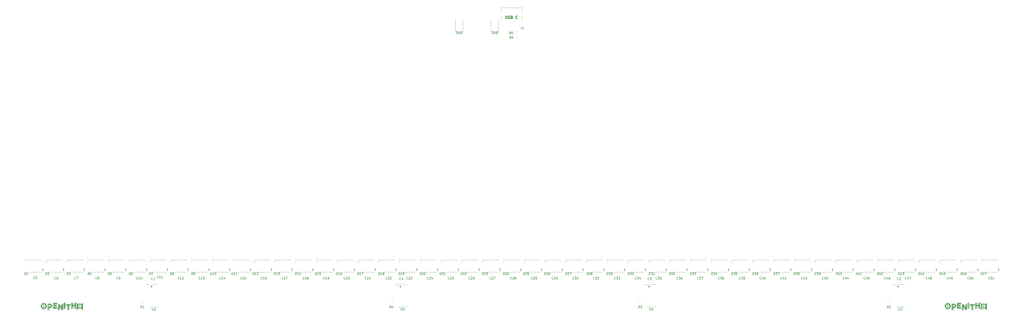
<source format=gbr>
G04 #@! TF.GenerationSoftware,KiCad,Pcbnew,(5.1.7)-1*
G04 #@! TF.CreationDate,2021-02-28T23:22:52-05:00*
G04 #@! TF.ProjectId,OpeNITHM-full,4f70654e-4954-4484-9d2d-66756c6c2e6b,rev?*
G04 #@! TF.SameCoordinates,Original*
G04 #@! TF.FileFunction,Legend,Top*
G04 #@! TF.FilePolarity,Positive*
%FSLAX46Y46*%
G04 Gerber Fmt 4.6, Leading zero omitted, Abs format (unit mm)*
G04 Created by KiCad (PCBNEW (5.1.7)-1) date 2021-02-28 23:22:52*
%MOMM*%
%LPD*%
G01*
G04 APERTURE LIST*
%ADD10C,0.300000*%
%ADD11C,0.120000*%
%ADD12C,0.080000*%
%ADD13C,0.500000*%
%ADD14C,0.150000*%
G04 APERTURE END LIST*
D10*
X145383571Y-7342857D02*
X145383571Y-8314285D01*
X145440714Y-8428571D01*
X145497857Y-8485714D01*
X145612142Y-8542857D01*
X145840714Y-8542857D01*
X145955000Y-8485714D01*
X146012142Y-8428571D01*
X146069285Y-8314285D01*
X146069285Y-7342857D01*
X146583571Y-8485714D02*
X146755000Y-8542857D01*
X147040714Y-8542857D01*
X147155000Y-8485714D01*
X147212142Y-8428571D01*
X147269285Y-8314285D01*
X147269285Y-8200000D01*
X147212142Y-8085714D01*
X147155000Y-8028571D01*
X147040714Y-7971428D01*
X146812142Y-7914285D01*
X146697857Y-7857142D01*
X146640714Y-7800000D01*
X146583571Y-7685714D01*
X146583571Y-7571428D01*
X146640714Y-7457142D01*
X146697857Y-7400000D01*
X146812142Y-7342857D01*
X147097857Y-7342857D01*
X147269285Y-7400000D01*
X148183571Y-7914285D02*
X148355000Y-7971428D01*
X148412142Y-8028571D01*
X148469285Y-8142857D01*
X148469285Y-8314285D01*
X148412142Y-8428571D01*
X148355000Y-8485714D01*
X148240714Y-8542857D01*
X147783571Y-8542857D01*
X147783571Y-7342857D01*
X148183571Y-7342857D01*
X148297857Y-7400000D01*
X148355000Y-7457142D01*
X148412142Y-7571428D01*
X148412142Y-7685714D01*
X148355000Y-7800000D01*
X148297857Y-7857142D01*
X148183571Y-7914285D01*
X147783571Y-7914285D01*
X150583571Y-8428571D02*
X150526428Y-8485714D01*
X150355000Y-8542857D01*
X150240714Y-8542857D01*
X150069285Y-8485714D01*
X149955000Y-8371428D01*
X149897857Y-8257142D01*
X149840714Y-8028571D01*
X149840714Y-7857142D01*
X149897857Y-7628571D01*
X149955000Y-7514285D01*
X150069285Y-7400000D01*
X150240714Y-7342857D01*
X150355000Y-7342857D01*
X150526428Y-7400000D01*
X150583571Y-7457142D01*
D11*
X122810000Y-14290000D02*
X126110000Y-14290000D01*
X126110000Y-14290000D02*
X126110000Y-8890000D01*
X122810000Y-14290000D02*
X122810000Y-8890000D01*
X152700000Y-3600000D02*
X143300000Y-3600000D01*
X143300000Y-9400000D02*
X143300000Y-7400000D01*
X143300000Y-5500000D02*
X143300000Y-3600000D01*
X152700000Y-9400000D02*
X152700000Y-7400000D01*
X152700000Y-5500000D02*
X152700000Y-3600000D01*
X138685000Y-14290000D02*
X141985000Y-14290000D01*
X141985000Y-14290000D02*
X141985000Y-8890000D01*
X138685000Y-14290000D02*
X138685000Y-8890000D01*
X150102742Y-15522500D02*
X150577258Y-15522500D01*
X150102742Y-14477500D02*
X150577258Y-14477500D01*
X150102742Y-17522500D02*
X150577258Y-17522500D01*
X150102742Y-16477500D02*
X150577258Y-16477500D01*
X366316667Y-122750000D02*
X359016667Y-122750000D01*
X366316667Y-117250000D02*
X359016667Y-117250000D01*
X359016667Y-117250000D02*
X359016667Y-118400000D01*
X356983318Y-122750000D02*
X349683318Y-122750000D01*
X356983318Y-117250000D02*
X349683318Y-117250000D01*
X349683318Y-117250000D02*
X349683318Y-118400000D01*
X347649985Y-122750000D02*
X340349985Y-122750000D01*
X347649985Y-117250000D02*
X340349985Y-117250000D01*
X340349985Y-117250000D02*
X340349985Y-118400000D01*
X338316652Y-122750000D02*
X331016652Y-122750000D01*
X338316652Y-117250000D02*
X331016652Y-117250000D01*
X331016652Y-117250000D02*
X331016652Y-118400000D01*
X328983319Y-122750000D02*
X321683319Y-122750000D01*
X328983319Y-117250000D02*
X321683319Y-117250000D01*
X321683319Y-117250000D02*
X321683319Y-118400000D01*
X319649986Y-122750000D02*
X312349986Y-122750000D01*
X319649986Y-117250000D02*
X312349986Y-117250000D01*
X312349986Y-117250000D02*
X312349986Y-118400000D01*
X310316653Y-122750000D02*
X303016653Y-122750000D01*
X310316653Y-117250000D02*
X303016653Y-117250000D01*
X303016653Y-117250000D02*
X303016653Y-118400000D01*
X300983320Y-122750000D02*
X293683320Y-122750000D01*
X300983320Y-117250000D02*
X293683320Y-117250000D01*
X293683320Y-117250000D02*
X293683320Y-118400000D01*
X284349987Y-117250000D02*
X284349987Y-118400000D01*
X291649987Y-117250000D02*
X284349987Y-117250000D01*
X291649987Y-122750000D02*
X284349987Y-122750000D01*
X275016654Y-117250000D02*
X275016654Y-118400000D01*
X282316654Y-117250000D02*
X275016654Y-117250000D01*
X282316654Y-122750000D02*
X275016654Y-122750000D01*
X265683321Y-117250000D02*
X265683321Y-118400000D01*
X272983321Y-117250000D02*
X265683321Y-117250000D01*
X272983321Y-122750000D02*
X265683321Y-122750000D01*
X256349988Y-117250000D02*
X256349988Y-118400000D01*
X263649988Y-117250000D02*
X256349988Y-117250000D01*
X263649988Y-122750000D02*
X256349988Y-122750000D01*
X247016655Y-117250000D02*
X247016655Y-118400000D01*
X254316655Y-117250000D02*
X247016655Y-117250000D01*
X254316655Y-122750000D02*
X247016655Y-122750000D01*
X237683322Y-117250000D02*
X237683322Y-118400000D01*
X244983322Y-117250000D02*
X237683322Y-117250000D01*
X244983322Y-122750000D02*
X237683322Y-122750000D01*
X228349989Y-117250000D02*
X228349989Y-118400000D01*
X235649989Y-117250000D02*
X228349989Y-117250000D01*
X235649989Y-122750000D02*
X228349989Y-122750000D01*
X219016656Y-117250000D02*
X219016656Y-118400000D01*
X226316656Y-117250000D02*
X219016656Y-117250000D01*
X226316656Y-122750000D02*
X219016656Y-122750000D01*
X209683323Y-117250000D02*
X209683323Y-118400000D01*
X216983323Y-117250000D02*
X209683323Y-117250000D01*
X216983323Y-122750000D02*
X209683323Y-122750000D01*
X200349990Y-117250000D02*
X200349990Y-118400000D01*
X207649990Y-117250000D02*
X200349990Y-117250000D01*
X207649990Y-122750000D02*
X200349990Y-122750000D01*
X191016657Y-117250000D02*
X191016657Y-118400000D01*
X198316657Y-117250000D02*
X191016657Y-117250000D01*
X198316657Y-122750000D02*
X191016657Y-122750000D01*
X181683324Y-117250000D02*
X181683324Y-118400000D01*
X188983324Y-117250000D02*
X181683324Y-117250000D01*
X188983324Y-122750000D02*
X181683324Y-122750000D01*
X172349991Y-117250000D02*
X172349991Y-118400000D01*
X179649991Y-117250000D02*
X172349991Y-117250000D01*
X179649991Y-122750000D02*
X172349991Y-122750000D01*
X163016658Y-117250000D02*
X163016658Y-118400000D01*
X170316658Y-117250000D02*
X163016658Y-117250000D01*
X170316658Y-122750000D02*
X163016658Y-122750000D01*
X153683325Y-117250000D02*
X153683325Y-118400000D01*
X160983325Y-117250000D02*
X153683325Y-117250000D01*
X160983325Y-122750000D02*
X153683325Y-122750000D01*
X144349992Y-117250000D02*
X144349992Y-118400000D01*
X151649992Y-117250000D02*
X144349992Y-117250000D01*
X151649992Y-122750000D02*
X144349992Y-122750000D01*
X135016659Y-117250000D02*
X135016659Y-118400000D01*
X142316659Y-117250000D02*
X135016659Y-117250000D01*
X142316659Y-122750000D02*
X135016659Y-122750000D01*
X125683326Y-117250000D02*
X125683326Y-118400000D01*
X132983326Y-117250000D02*
X125683326Y-117250000D01*
X132983326Y-122750000D02*
X125683326Y-122750000D01*
X116349993Y-117250000D02*
X116349993Y-118400000D01*
X123649993Y-117250000D02*
X116349993Y-117250000D01*
X123649993Y-122750000D02*
X116349993Y-122750000D01*
X107016660Y-117250000D02*
X107016660Y-118400000D01*
X114316660Y-117250000D02*
X107016660Y-117250000D01*
X114316660Y-122750000D02*
X107016660Y-122750000D01*
X97683327Y-117250000D02*
X97683327Y-118400000D01*
X104983327Y-117250000D02*
X97683327Y-117250000D01*
X104983327Y-122750000D02*
X97683327Y-122750000D01*
X88349994Y-117250000D02*
X88349994Y-118400000D01*
X95649994Y-117250000D02*
X88349994Y-117250000D01*
X95649994Y-122750000D02*
X88349994Y-122750000D01*
X79016661Y-117250000D02*
X79016661Y-118400000D01*
X86316661Y-117250000D02*
X79016661Y-117250000D01*
X86316661Y-122750000D02*
X79016661Y-122750000D01*
X69683328Y-117250000D02*
X69683328Y-118400000D01*
X76983328Y-117250000D02*
X69683328Y-117250000D01*
X76983328Y-122750000D02*
X69683328Y-122750000D01*
X60349995Y-117250000D02*
X60349995Y-118400000D01*
X67649995Y-117250000D02*
X60349995Y-117250000D01*
X67649995Y-122750000D02*
X60349995Y-122750000D01*
X51016662Y-117250000D02*
X51016662Y-118400000D01*
X58316662Y-117250000D02*
X51016662Y-117250000D01*
X58316662Y-122750000D02*
X51016662Y-122750000D01*
X41683329Y-117250000D02*
X41683329Y-118400000D01*
X48983329Y-117250000D02*
X41683329Y-117250000D01*
X48983329Y-122750000D02*
X41683329Y-122750000D01*
X32349996Y-117250000D02*
X32349996Y-118400000D01*
X39649996Y-117250000D02*
X32349996Y-117250000D01*
X39649996Y-122750000D02*
X32349996Y-122750000D01*
X23016663Y-117250000D02*
X23016663Y-118400000D01*
X30316663Y-117250000D02*
X23016663Y-117250000D01*
X30316663Y-122750000D02*
X23016663Y-122750000D01*
X13683330Y-117250000D02*
X13683330Y-118400000D01*
X20983330Y-117250000D02*
X13683330Y-117250000D01*
X20983330Y-122750000D02*
X13683330Y-122750000D01*
X4349997Y-117250000D02*
X4349997Y-118400000D01*
X11649997Y-117250000D02*
X4349997Y-117250000D01*
X11649997Y-122750000D02*
X4349997Y-122750000D01*
X-4983336Y-117250000D02*
X-4983336Y-118400000D01*
X2316664Y-117250000D02*
X-4983336Y-117250000D01*
X2316664Y-122750000D02*
X-4983336Y-122750000D01*
X-14316669Y-117250000D02*
X-14316669Y-118400000D01*
X-7016669Y-117250000D02*
X-14316669Y-117250000D01*
X-7016669Y-122750000D02*
X-14316669Y-122750000D01*
X-23650002Y-117250000D02*
X-23650002Y-118400000D01*
X-16350002Y-117250000D02*
X-23650002Y-117250000D01*
X-16350002Y-122750000D02*
X-23650002Y-122750000D01*
X-32983335Y-117250000D02*
X-32983335Y-118400000D01*
X-25683335Y-117250000D02*
X-32983335Y-117250000D01*
X-25683335Y-122750000D02*
X-32983335Y-122750000D01*
X-42316668Y-117250000D02*
X-42316668Y-118400000D01*
X-35016668Y-117250000D02*
X-42316668Y-117250000D01*
X-35016668Y-122750000D02*
X-42316668Y-122750000D01*
X-51650001Y-117250000D02*
X-51650001Y-118400000D01*
X-44350001Y-117250000D02*
X-51650001Y-117250000D01*
X-44350001Y-122750000D02*
X-51650001Y-122750000D01*
X-60983334Y-117250000D02*
X-60983334Y-118400000D01*
X-53683334Y-117250000D02*
X-60983334Y-117250000D01*
X-53683334Y-122750000D02*
X-60983334Y-122750000D01*
X363251087Y-123490000D02*
X363532247Y-123490000D01*
X363251087Y-124510000D02*
X363532247Y-124510000D01*
X353917738Y-123490000D02*
X354198898Y-123490000D01*
X353917738Y-124510000D02*
X354198898Y-124510000D01*
X344584405Y-123490000D02*
X344865565Y-123490000D01*
X344584405Y-124510000D02*
X344865565Y-124510000D01*
X335251072Y-123490000D02*
X335532232Y-123490000D01*
X335251072Y-124510000D02*
X335532232Y-124510000D01*
X325917739Y-123490000D02*
X326198899Y-123490000D01*
X325917739Y-124510000D02*
X326198899Y-124510000D01*
X316584406Y-123490000D02*
X316865566Y-123490000D01*
X316584406Y-124510000D02*
X316865566Y-124510000D01*
X307251073Y-123490000D02*
X307532233Y-123490000D01*
X307251073Y-124510000D02*
X307532233Y-124510000D01*
X297917740Y-123490000D02*
X298198900Y-123490000D01*
X297917740Y-124510000D02*
X298198900Y-124510000D01*
X288584407Y-123490000D02*
X288865567Y-123490000D01*
X288584407Y-124510000D02*
X288865567Y-124510000D01*
X279251074Y-124510000D02*
X279532234Y-124510000D01*
X279251074Y-123490000D02*
X279532234Y-123490000D01*
X269917741Y-124510000D02*
X270198901Y-124510000D01*
X269917741Y-123490000D02*
X270198901Y-123490000D01*
X260584408Y-124510000D02*
X260865568Y-124510000D01*
X260584408Y-123490000D02*
X260865568Y-123490000D01*
X251251075Y-124510000D02*
X251532235Y-124510000D01*
X251251075Y-123490000D02*
X251532235Y-123490000D01*
X241917742Y-124510000D02*
X242198902Y-124510000D01*
X241917742Y-123490000D02*
X242198902Y-123490000D01*
X232584409Y-124510000D02*
X232865569Y-124510000D01*
X232584409Y-123490000D02*
X232865569Y-123490000D01*
X223251076Y-124510000D02*
X223532236Y-124510000D01*
X223251076Y-123490000D02*
X223532236Y-123490000D01*
X213917743Y-124510000D02*
X214198903Y-124510000D01*
X213917743Y-123490000D02*
X214198903Y-123490000D01*
X204584410Y-124510000D02*
X204865570Y-124510000D01*
X204584410Y-123490000D02*
X204865570Y-123490000D01*
X195251077Y-124510000D02*
X195532237Y-124510000D01*
X195251077Y-123490000D02*
X195532237Y-123490000D01*
X185917744Y-124510000D02*
X186198904Y-124510000D01*
X185917744Y-123490000D02*
X186198904Y-123490000D01*
X176584411Y-124510000D02*
X176865571Y-124510000D01*
X176584411Y-123490000D02*
X176865571Y-123490000D01*
X167251078Y-124510000D02*
X167532238Y-124510000D01*
X167251078Y-123490000D02*
X167532238Y-123490000D01*
X157917745Y-124510000D02*
X158198905Y-124510000D01*
X157917745Y-123490000D02*
X158198905Y-123490000D01*
X148584412Y-124510000D02*
X148865572Y-124510000D01*
X148584412Y-123490000D02*
X148865572Y-123490000D01*
X139251079Y-124510000D02*
X139532239Y-124510000D01*
X139251079Y-123490000D02*
X139532239Y-123490000D01*
X129917746Y-124510000D02*
X130198906Y-124510000D01*
X129917746Y-123490000D02*
X130198906Y-123490000D01*
X120584413Y-124510000D02*
X120865573Y-124510000D01*
X120584413Y-123490000D02*
X120865573Y-123490000D01*
X111251080Y-124510000D02*
X111532240Y-124510000D01*
X111251080Y-123490000D02*
X111532240Y-123490000D01*
X101917747Y-124510000D02*
X102198907Y-124510000D01*
X101917747Y-123490000D02*
X102198907Y-123490000D01*
X92584414Y-124510000D02*
X92865574Y-124510000D01*
X92584414Y-123490000D02*
X92865574Y-123490000D01*
X83251081Y-124510000D02*
X83532241Y-124510000D01*
X83251081Y-123490000D02*
X83532241Y-123490000D01*
X73917748Y-124510000D02*
X74198908Y-124510000D01*
X73917748Y-123490000D02*
X74198908Y-123490000D01*
X64584415Y-124510000D02*
X64865575Y-124510000D01*
X64584415Y-123490000D02*
X64865575Y-123490000D01*
X55251082Y-124510000D02*
X55532242Y-124510000D01*
X55251082Y-123490000D02*
X55532242Y-123490000D01*
X45917749Y-124510000D02*
X46198909Y-124510000D01*
X45917749Y-123490000D02*
X46198909Y-123490000D01*
X36584416Y-124510000D02*
X36865576Y-124510000D01*
X36584416Y-123490000D02*
X36865576Y-123490000D01*
X27251083Y-124510000D02*
X27532243Y-124510000D01*
X27251083Y-123490000D02*
X27532243Y-123490000D01*
X17917750Y-123490000D02*
X18198910Y-123490000D01*
X17917750Y-124510000D02*
X18198910Y-124510000D01*
X8584417Y-124510000D02*
X8865577Y-124510000D01*
X8584417Y-123490000D02*
X8865577Y-123490000D01*
X-748916Y-124510000D02*
X-467756Y-124510000D01*
X-748916Y-123490000D02*
X-467756Y-123490000D01*
X-10082249Y-124510000D02*
X-9801089Y-124510000D01*
X-10082249Y-123490000D02*
X-9801089Y-123490000D01*
X-19415582Y-124510000D02*
X-19134422Y-124510000D01*
X-19415582Y-123490000D02*
X-19134422Y-123490000D01*
X-28748915Y-124510000D02*
X-28467755Y-124510000D01*
X-28748915Y-123490000D02*
X-28467755Y-123490000D01*
X-38082248Y-124510000D02*
X-37801088Y-124510000D01*
X-38082248Y-123490000D02*
X-37801088Y-123490000D01*
X-47415581Y-124510000D02*
X-47134421Y-124510000D01*
X-47415581Y-123490000D02*
X-47134421Y-123490000D01*
X-56748914Y-124510000D02*
X-56467754Y-124510000D01*
X-56748914Y-123490000D02*
X-56467754Y-123490000D01*
X-66082247Y-123490000D02*
X-65801087Y-123490000D01*
X-66082247Y-124510000D02*
X-65801087Y-124510000D01*
X-63016667Y-122750000D02*
X-70316667Y-122750000D01*
X-63016667Y-117250000D02*
X-70316667Y-117250000D01*
X-70316667Y-117250000D02*
X-70316667Y-118400000D01*
X360102600Y-138050800D02*
G75*
G03*
X360102600Y-138050800I-50800J0D01*
G01*
X360204200Y-138050800D02*
G75*
G03*
X360204200Y-138050800I-152400J0D01*
G01*
X360307067Y-138050800D02*
G75*
G03*
X360307067Y-138050800I-255267J0D01*
G01*
X346107200Y-138711200D02*
X346691400Y-138711200D01*
X346107200Y-138635000D02*
X346107200Y-138711200D01*
X346666000Y-138635000D02*
X346107200Y-138635000D01*
X346666000Y-138533400D02*
X346666000Y-138635000D01*
X346107200Y-138533400D02*
X346666000Y-138533400D01*
X346132600Y-137314200D02*
X346691400Y-137314200D01*
X346132600Y-137238000D02*
X346132600Y-137314200D01*
X346691400Y-137238000D02*
X346132600Y-137238000D01*
X346691400Y-137136400D02*
X346691400Y-137238000D01*
X346031000Y-137136400D02*
X346691400Y-137136400D01*
X346031000Y-139549400D02*
X346031000Y-137136400D01*
X345954800Y-139549400D02*
X346031000Y-139549400D01*
X345954800Y-137136400D02*
X345954800Y-139549400D01*
X345853200Y-137136400D02*
X345954800Y-137136400D01*
X345853200Y-139524000D02*
X345853200Y-137136400D01*
X349460000Y-137873000D02*
X348469400Y-137873000D01*
X349460000Y-137822200D02*
X349460000Y-137873000D01*
X348494800Y-137822200D02*
X349460000Y-137822200D01*
X348494800Y-137720600D02*
X348494800Y-137822200D01*
X349409200Y-137720600D02*
X348494800Y-137720600D01*
X348418600Y-138685800D02*
X348418600Y-137060200D01*
X348317000Y-138685800D02*
X348418600Y-138685800D01*
X348317000Y-136984000D02*
X348317000Y-138685800D01*
X349561600Y-136984000D02*
X348317000Y-136984000D01*
X349561600Y-136907800D02*
X348317000Y-136907800D01*
X349637800Y-136806200D02*
X349561600Y-136907800D01*
X348240800Y-136806200D02*
X349637800Y-136806200D01*
X348240800Y-138736600D02*
X348240800Y-136806200D01*
X349536200Y-138736600D02*
X348240800Y-138736600D01*
X349612400Y-138787400D02*
X349536200Y-138736600D01*
X348215400Y-138787400D02*
X349612400Y-138787400D01*
X348215400Y-138889000D02*
X348215400Y-138787400D01*
X349663200Y-138889000D02*
X348215400Y-138889000D01*
X350552200Y-137390400D02*
X350552200Y-139549400D01*
X350653800Y-137390400D02*
X350552200Y-137390400D01*
X350653800Y-139524000D02*
X350653800Y-137390400D01*
X350755400Y-139524000D02*
X350653800Y-139524000D01*
X350755400Y-137390400D02*
X350755400Y-139524000D01*
X350806200Y-137771400D02*
X351949200Y-139498600D01*
X350806200Y-137593600D02*
X350806200Y-137771400D01*
X351949200Y-139397000D02*
X350806200Y-137593600D01*
X351949200Y-139270000D02*
X351949200Y-139397000D01*
X350831600Y-137517400D02*
X351949200Y-139270000D01*
X350831600Y-137415800D02*
X350831600Y-137517400D01*
X351974600Y-139168400D02*
X350831600Y-137415800D01*
X352025400Y-139498600D02*
X352025400Y-137441200D01*
X352076200Y-139498600D02*
X352025400Y-139498600D01*
X352076200Y-137441200D02*
X352076200Y-139498600D01*
X352177800Y-137365000D02*
X352076200Y-137441200D01*
X352177800Y-139524000D02*
X352177800Y-137365000D01*
X352254000Y-139524000D02*
X352177800Y-139524000D01*
X352254000Y-137288800D02*
X352254000Y-139524000D01*
X353270000Y-138889000D02*
X353270000Y-136653800D01*
X353219200Y-138889000D02*
X353270000Y-138889000D01*
X353219200Y-136704600D02*
X353219200Y-138889000D01*
X353117600Y-136755400D02*
X353219200Y-136704600D01*
X353117600Y-138863600D02*
X353117600Y-136755400D01*
X353041400Y-138863600D02*
X353117600Y-138863600D01*
X353041400Y-136806200D02*
X353041400Y-138863600D01*
X354794000Y-137644400D02*
X354794000Y-139524000D01*
X354895600Y-137619000D02*
X354794000Y-137644400D01*
X354895600Y-139524000D02*
X354895600Y-137619000D01*
X354971800Y-139524000D02*
X354895600Y-139524000D01*
X354971800Y-137644400D02*
X354971800Y-139524000D01*
X354082800Y-137568200D02*
X355708400Y-137568200D01*
X354057400Y-137492000D02*
X354082800Y-137568200D01*
X355657600Y-137492000D02*
X354057400Y-137492000D01*
X355657600Y-137415800D02*
X355657600Y-137492000D01*
X354082800Y-137415800D02*
X355657600Y-137415800D01*
X356775200Y-137796800D02*
X357816600Y-137796800D01*
X356775200Y-137695200D02*
X356775200Y-137796800D01*
X357842000Y-137695200D02*
X356775200Y-137695200D01*
X357842000Y-137619000D02*
X357842000Y-137695200D01*
X356724400Y-137619000D02*
X357842000Y-137619000D01*
X356495800Y-136831600D02*
X356495800Y-138889000D01*
X356572000Y-136730000D02*
X356495800Y-136831600D01*
X356572000Y-138863600D02*
X356572000Y-136730000D01*
X356673600Y-138863600D02*
X356572000Y-138863600D01*
X356673600Y-136679200D02*
X356673600Y-138863600D01*
X357892800Y-136831600D02*
X357892800Y-138863600D01*
X357994400Y-136704600D02*
X357892800Y-136831600D01*
X357994400Y-138889000D02*
X357994400Y-136704600D01*
X358096000Y-138889000D02*
X357994400Y-138889000D01*
X358096000Y-136653800D02*
X358096000Y-138889000D01*
X359188200Y-137390400D02*
X359213600Y-137263400D01*
X359315200Y-137263400D02*
X359188200Y-137390400D01*
X359137400Y-137136400D02*
X359315200Y-137263400D01*
X359137400Y-139219200D02*
X359137400Y-137136400D01*
X359061200Y-139219200D02*
X359137400Y-139219200D01*
X359061200Y-137111000D02*
X359061200Y-139219200D01*
X358959600Y-137034800D02*
X359061200Y-137111000D01*
X358959600Y-139219200D02*
X358959600Y-137034800D01*
X358883400Y-139219200D02*
X358959600Y-139219200D01*
X358883400Y-136984000D02*
X358883400Y-139219200D01*
X360839200Y-137339600D02*
X360813800Y-137238000D01*
X360940800Y-137161800D02*
X360839200Y-137339600D01*
X360940800Y-139219200D02*
X360940800Y-137161800D01*
X361042400Y-139219200D02*
X360940800Y-139219200D01*
X361042400Y-137111000D02*
X361042400Y-139219200D01*
X361144000Y-137034800D02*
X361042400Y-137111000D01*
X361144000Y-139219200D02*
X361144000Y-137034800D01*
X361245600Y-139219200D02*
X361144000Y-139219200D01*
X361245600Y-136958600D02*
X361245600Y-139219200D01*
X361067800Y-138050800D02*
G75*
G03*
X361067800Y-138050800I-1016000J0D01*
G01*
X360966200Y-138050800D02*
G75*
G03*
X360966200Y-138050800I-914400J0D01*
G01*
X345016154Y-138025400D02*
G75*
G03*
X345016154Y-138025400I-1118754J0D01*
G01*
X344940038Y-138025400D02*
G75*
G03*
X344940038Y-138025400I-1042638J0D01*
G01*
X344837543Y-138025400D02*
G75*
G03*
X344837543Y-138025400I-940143J0D01*
G01*
X343948200Y-138025400D02*
G75*
G03*
X343948200Y-138025400I-50800J0D01*
G01*
X344049800Y-138025400D02*
G75*
G03*
X344049800Y-138025400I-152400J0D01*
G01*
X344151400Y-138025400D02*
G75*
G03*
X344151400Y-138025400I-254000J0D01*
G01*
D12*
X358629400Y-139473200D02*
X358629400Y-136526800D01*
X359416800Y-139473200D02*
X358629400Y-139473200D01*
X359416800Y-139041400D02*
X359416800Y-139473200D01*
X360686800Y-139473200D02*
X360686800Y-139041400D01*
X361474200Y-139473200D02*
X360686800Y-139473200D01*
X361474200Y-136526800D02*
X361474200Y-139473200D01*
X360661400Y-137034800D02*
X361474200Y-136526800D01*
X358629400Y-136526800D02*
X359442200Y-137034800D01*
D11*
X358807200Y-136857000D02*
X359391400Y-137212600D01*
X358807200Y-139295400D02*
X358807200Y-136857000D01*
X359239000Y-139295400D02*
X358807200Y-139295400D01*
X359239000Y-139295400D02*
X359239000Y-138736600D01*
X361296400Y-136857000D02*
X360712200Y-137212600D01*
X361296400Y-139295400D02*
X361296400Y-136857000D01*
X360864600Y-139295400D02*
X361296400Y-139295400D01*
X360864600Y-139295400D02*
X360864600Y-138736600D01*
X360415473Y-138050800D02*
G75*
G03*
X360415473Y-138050800I-363673J0D01*
G01*
X360890000Y-138050800D02*
G75*
G03*
X360890000Y-138050800I-838200J0D01*
G01*
D12*
X357613400Y-136653800D02*
X358350000Y-136222000D01*
X356216400Y-136653800D02*
X356953000Y-136222000D01*
D11*
X356394200Y-138965200D02*
X356394200Y-136755400D01*
X356775200Y-138965200D02*
X356394200Y-138965200D01*
X356775200Y-137873000D02*
X356775200Y-138965200D01*
X357791200Y-137873000D02*
X356775200Y-137873000D01*
X357791200Y-138965200D02*
X357791200Y-137873000D01*
X358172200Y-138965200D02*
X357791200Y-138965200D01*
X358172200Y-136526800D02*
X358172200Y-138965200D01*
X357791200Y-136755400D02*
X358172200Y-136526800D01*
X357791200Y-137542800D02*
X357791200Y-136755400D01*
X356775200Y-137542800D02*
X357791200Y-137542800D01*
X356775200Y-136526800D02*
X356775200Y-137542800D01*
X356394200Y-136755400D02*
X356775200Y-136526800D01*
D12*
X356953000Y-139143000D02*
X356216400Y-139143000D01*
X356953000Y-138050800D02*
X356953000Y-139143000D01*
X357613400Y-138050800D02*
X356953000Y-138050800D01*
X357613400Y-139143000D02*
X357613400Y-138050800D01*
X358350000Y-139143000D02*
X357613400Y-139143000D01*
X358350000Y-136222000D02*
X358350000Y-139143000D01*
X357613400Y-137365000D02*
X357613400Y-136653800D01*
X356953000Y-137365000D02*
X357613400Y-137365000D01*
X356953000Y-136222000D02*
X356953000Y-137365000D01*
X356216400Y-139143000D02*
X356216400Y-136653800D01*
X353803400Y-137822200D02*
X353803400Y-137136400D01*
X354514600Y-137822200D02*
X353803400Y-137822200D01*
X354514600Y-139778000D02*
X354514600Y-137822200D01*
X355251200Y-139778000D02*
X354514600Y-139778000D01*
X355251200Y-137822200D02*
X355251200Y-139778000D01*
X355937000Y-137822200D02*
X355251200Y-137822200D01*
X355937000Y-137136400D02*
X355937000Y-137822200D01*
X353803400Y-137136400D02*
X355937000Y-137136400D01*
D11*
X353981200Y-137644400D02*
X353981200Y-137314200D01*
X354692400Y-137644400D02*
X353981200Y-137644400D01*
X354692400Y-139600200D02*
X354692400Y-137644400D01*
X355073400Y-139600200D02*
X354692400Y-139600200D01*
X355073400Y-137644400D02*
X355073400Y-139600200D01*
X355759200Y-137644400D02*
X355073400Y-137644400D01*
X355759200Y-137314200D02*
X355759200Y-137644400D01*
X353981200Y-137314200D02*
X355759200Y-137314200D01*
X353346200Y-138965200D02*
X352965200Y-138965200D01*
X353346200Y-136526800D02*
X353346200Y-138965200D01*
X352965200Y-136755400D02*
X353346200Y-136526800D01*
X352965200Y-138965200D02*
X352965200Y-136755400D01*
D12*
X353524000Y-139143000D02*
X352787400Y-139143000D01*
X353524000Y-136222000D02*
X353524000Y-139143000D01*
X352787400Y-136653800D02*
X353524000Y-136222000D01*
X352787400Y-139143000D02*
X352787400Y-136653800D01*
X350272800Y-139803400D02*
X350272800Y-137136400D01*
X350984000Y-139803400D02*
X350272800Y-139803400D01*
X351009400Y-138508000D02*
X351009400Y-139803400D01*
X351796800Y-139778000D02*
X351009400Y-138508000D01*
X352508000Y-139778000D02*
X351796800Y-139778000D01*
X352508000Y-136857000D02*
X352508000Y-139778000D01*
X351771400Y-137288800D02*
X352508000Y-136831600D01*
X351771400Y-138406400D02*
X351771400Y-137288800D01*
X350984000Y-137136400D02*
X351771400Y-138406400D01*
X350272800Y-137136400D02*
X350984000Y-137136400D01*
D11*
X350831600Y-139625600D02*
X350450600Y-139625600D01*
X350831600Y-137898400D02*
X350831600Y-139625600D01*
X351898400Y-139600200D02*
X350831600Y-137898400D01*
X352330200Y-139600200D02*
X351898400Y-139600200D01*
X352330200Y-137161800D02*
X352330200Y-139600200D01*
X351949200Y-137390400D02*
X352330200Y-137161800D01*
X351949200Y-139016000D02*
X351949200Y-137390400D01*
X350882400Y-137314200D02*
X351949200Y-139016000D01*
X350450600Y-137314200D02*
X350882400Y-137314200D01*
X350450600Y-139625600D02*
X350450600Y-137314200D01*
D12*
X347961400Y-139143000D02*
X347961400Y-136526800D01*
X350095000Y-139143000D02*
X347961400Y-139143000D01*
X349688600Y-138457200D02*
X350095000Y-139143000D01*
X348698000Y-138457200D02*
X349688600Y-138457200D01*
X348698000Y-138127000D02*
X348698000Y-138457200D01*
X349688600Y-138127000D02*
X348698000Y-138127000D01*
X349688600Y-137441200D02*
X349688600Y-138127000D01*
X348698000Y-137441200D02*
X349688600Y-137441200D01*
X348698000Y-137212600D02*
X348698000Y-137441200D01*
X349688600Y-137212600D02*
X348698000Y-137212600D01*
X350095000Y-136526800D02*
X349688600Y-137212600D01*
X347961400Y-136526800D02*
X350095000Y-136526800D01*
D11*
X348139200Y-138965200D02*
X348139200Y-136704600D01*
X349790200Y-138965200D02*
X348139200Y-138965200D01*
X349587000Y-138635000D02*
X349790200Y-138965200D01*
X348520200Y-138635000D02*
X349587000Y-138635000D01*
X348520200Y-137949200D02*
X348520200Y-138635000D01*
X349510800Y-137949200D02*
X348520200Y-137949200D01*
X349510800Y-137619000D02*
X349510800Y-137949200D01*
X348520200Y-137619000D02*
X349510800Y-137619000D01*
X348520200Y-137034800D02*
X348520200Y-137619000D01*
X349587000Y-137034800D02*
X348520200Y-137034800D01*
X349790200Y-136704600D02*
X349587000Y-137034800D01*
X348139200Y-136704600D02*
X349790200Y-136704600D01*
D12*
X345573800Y-136882400D02*
X346640600Y-136882400D01*
X345573800Y-139803400D02*
X345573800Y-136882400D01*
X346310400Y-139803400D02*
X345573800Y-139803400D01*
X346310400Y-138965200D02*
X346310400Y-139803400D01*
X346640600Y-138965200D02*
X346310400Y-138965200D01*
D11*
X346132600Y-138787400D02*
X346640600Y-138787400D01*
X346132600Y-139625600D02*
X346132600Y-138787400D01*
X345751600Y-139625600D02*
X346132600Y-139625600D01*
X345751600Y-137060200D02*
X345751600Y-139625600D01*
X346640600Y-137060200D02*
X345751600Y-137060200D01*
X346132600Y-137390400D02*
X346640600Y-137390400D01*
X346132600Y-138457200D02*
X346132600Y-137390400D01*
X346640600Y-138457200D02*
X346132600Y-138457200D01*
D12*
X346310400Y-138279400D02*
X346640600Y-138279400D01*
X346310400Y-137568200D02*
X346310400Y-138279400D01*
X346640600Y-137568200D02*
X346310400Y-137568200D01*
X345295323Y-138025400D02*
G75*
G03*
X345295323Y-138025400I-1397923J0D01*
G01*
D11*
X345116865Y-138025400D02*
G75*
G03*
X345116865Y-138025400I-1219465J0D01*
G01*
X344735600Y-138025400D02*
G75*
G03*
X344735600Y-138025400I-838200J0D01*
G01*
X344261073Y-138025400D02*
G75*
G03*
X344261073Y-138025400I-363673J0D01*
G01*
D12*
X346640600Y-136882400D02*
G75*
G02*
X346640600Y-138965200I0J-1041400D01*
G01*
D11*
X346640600Y-137060200D02*
G75*
G02*
X346640600Y-138787400I0J-863600D01*
G01*
D12*
X346640600Y-137568200D02*
G75*
G02*
X346640600Y-138279400I0J-355600D01*
G01*
D11*
X346640600Y-137390400D02*
G75*
G02*
X346640600Y-138457200I0J-533400D01*
G01*
X359449932Y-137232258D02*
G75*
G02*
X360661400Y-137238000I601868J-818542D01*
G01*
X360864600Y-138660400D02*
G75*
G02*
X359239000Y-138660400I-812800J609600D01*
G01*
D12*
X359442200Y-137034800D02*
G75*
G02*
X360661400Y-137034800I609600J-1016000D01*
G01*
X360686800Y-139041400D02*
G75*
G02*
X359416800Y-139041400I-635000J990599D01*
G01*
D11*
X346741598Y-137317816D02*
G75*
G02*
X346716799Y-138533399I-100998J-605984D01*
G01*
X346780877Y-137222421D02*
G75*
G02*
X346716799Y-138634999I-140277J-701379D01*
G01*
X346718991Y-137139901D02*
G75*
G02*
X346665999Y-138711199I-78391J-783899D01*
G01*
D13*
X98160000Y-129250000D02*
G75*
G03*
X98160000Y-129250000I-100000J0D01*
G01*
D11*
X99060000Y-128290000D02*
X95610000Y-128290000D01*
X99060000Y-128290000D02*
X101010000Y-128290000D01*
X99060000Y-138410000D02*
X97110000Y-138410000D01*
X99060000Y-138410000D02*
X101010000Y-138410000D01*
D13*
X321680000Y-129250000D02*
G75*
G03*
X321680000Y-129250000I-100000J0D01*
G01*
D11*
X322580000Y-128290000D02*
X319130000Y-128290000D01*
X322580000Y-128290000D02*
X324530000Y-128290000D01*
X322580000Y-138410000D02*
X320630000Y-138410000D01*
X322580000Y-138410000D02*
X324530000Y-138410000D01*
X-45897400Y-138050800D02*
G75*
G03*
X-45897400Y-138050800I-50800J0D01*
G01*
X-45795800Y-138050800D02*
G75*
G03*
X-45795800Y-138050800I-152400J0D01*
G01*
X-45692933Y-138050800D02*
G75*
G03*
X-45692933Y-138050800I-255267J0D01*
G01*
X-59892800Y-138711200D02*
X-59308600Y-138711200D01*
X-59892800Y-138635000D02*
X-59892800Y-138711200D01*
X-59334000Y-138635000D02*
X-59892800Y-138635000D01*
X-59334000Y-138533400D02*
X-59334000Y-138635000D01*
X-59892800Y-138533400D02*
X-59334000Y-138533400D01*
X-59867400Y-137314200D02*
X-59308600Y-137314200D01*
X-59867400Y-137238000D02*
X-59867400Y-137314200D01*
X-59308600Y-137238000D02*
X-59867400Y-137238000D01*
X-59308600Y-137136400D02*
X-59308600Y-137238000D01*
X-59969000Y-137136400D02*
X-59308600Y-137136400D01*
X-59969000Y-139549400D02*
X-59969000Y-137136400D01*
X-60045200Y-139549400D02*
X-59969000Y-139549400D01*
X-60045200Y-137136400D02*
X-60045200Y-139549400D01*
X-60146800Y-137136400D02*
X-60045200Y-137136400D01*
X-60146800Y-139524000D02*
X-60146800Y-137136400D01*
X-56540000Y-137873000D02*
X-57530600Y-137873000D01*
X-56540000Y-137822200D02*
X-56540000Y-137873000D01*
X-57505200Y-137822200D02*
X-56540000Y-137822200D01*
X-57505200Y-137720600D02*
X-57505200Y-137822200D01*
X-56590800Y-137720600D02*
X-57505200Y-137720600D01*
X-57581400Y-138685800D02*
X-57581400Y-137060200D01*
X-57683000Y-138685800D02*
X-57581400Y-138685800D01*
X-57683000Y-136984000D02*
X-57683000Y-138685800D01*
X-56438400Y-136984000D02*
X-57683000Y-136984000D01*
X-56438400Y-136907800D02*
X-57683000Y-136907800D01*
X-56362200Y-136806200D02*
X-56438400Y-136907800D01*
X-57759200Y-136806200D02*
X-56362200Y-136806200D01*
X-57759200Y-138736600D02*
X-57759200Y-136806200D01*
X-56463800Y-138736600D02*
X-57759200Y-138736600D01*
X-56387600Y-138787400D02*
X-56463800Y-138736600D01*
X-57784600Y-138787400D02*
X-56387600Y-138787400D01*
X-57784600Y-138889000D02*
X-57784600Y-138787400D01*
X-56336800Y-138889000D02*
X-57784600Y-138889000D01*
X-55447800Y-137390400D02*
X-55447800Y-139549400D01*
X-55346200Y-137390400D02*
X-55447800Y-137390400D01*
X-55346200Y-139524000D02*
X-55346200Y-137390400D01*
X-55244600Y-139524000D02*
X-55346200Y-139524000D01*
X-55244600Y-137390400D02*
X-55244600Y-139524000D01*
X-55193800Y-137771400D02*
X-54050800Y-139498600D01*
X-55193800Y-137593600D02*
X-55193800Y-137771400D01*
X-54050800Y-139397000D02*
X-55193800Y-137593600D01*
X-54050800Y-139270000D02*
X-54050800Y-139397000D01*
X-55168400Y-137517400D02*
X-54050800Y-139270000D01*
X-55168400Y-137415800D02*
X-55168400Y-137517400D01*
X-54025400Y-139168400D02*
X-55168400Y-137415800D01*
X-53974600Y-139498600D02*
X-53974600Y-137441200D01*
X-53923800Y-139498600D02*
X-53974600Y-139498600D01*
X-53923800Y-137441200D02*
X-53923800Y-139498600D01*
X-53822200Y-137365000D02*
X-53923800Y-137441200D01*
X-53822200Y-139524000D02*
X-53822200Y-137365000D01*
X-53746000Y-139524000D02*
X-53822200Y-139524000D01*
X-53746000Y-137288800D02*
X-53746000Y-139524000D01*
X-52730000Y-138889000D02*
X-52730000Y-136653800D01*
X-52780800Y-138889000D02*
X-52730000Y-138889000D01*
X-52780800Y-136704600D02*
X-52780800Y-138889000D01*
X-52882400Y-136755400D02*
X-52780800Y-136704600D01*
X-52882400Y-138863600D02*
X-52882400Y-136755400D01*
X-52958600Y-138863600D02*
X-52882400Y-138863600D01*
X-52958600Y-136806200D02*
X-52958600Y-138863600D01*
X-51206000Y-137644400D02*
X-51206000Y-139524000D01*
X-51104400Y-137619000D02*
X-51206000Y-137644400D01*
X-51104400Y-139524000D02*
X-51104400Y-137619000D01*
X-51028200Y-139524000D02*
X-51104400Y-139524000D01*
X-51028200Y-137644400D02*
X-51028200Y-139524000D01*
X-51917200Y-137568200D02*
X-50291600Y-137568200D01*
X-51942600Y-137492000D02*
X-51917200Y-137568200D01*
X-50342400Y-137492000D02*
X-51942600Y-137492000D01*
X-50342400Y-137415800D02*
X-50342400Y-137492000D01*
X-51917200Y-137415800D02*
X-50342400Y-137415800D01*
X-49224800Y-137796800D02*
X-48183400Y-137796800D01*
X-49224800Y-137695200D02*
X-49224800Y-137796800D01*
X-48158000Y-137695200D02*
X-49224800Y-137695200D01*
X-48158000Y-137619000D02*
X-48158000Y-137695200D01*
X-49275600Y-137619000D02*
X-48158000Y-137619000D01*
X-49504200Y-136831600D02*
X-49504200Y-138889000D01*
X-49428000Y-136730000D02*
X-49504200Y-136831600D01*
X-49428000Y-138863600D02*
X-49428000Y-136730000D01*
X-49326400Y-138863600D02*
X-49428000Y-138863600D01*
X-49326400Y-136679200D02*
X-49326400Y-138863600D01*
X-48107200Y-136831600D02*
X-48107200Y-138863600D01*
X-48005600Y-136704600D02*
X-48107200Y-136831600D01*
X-48005600Y-138889000D02*
X-48005600Y-136704600D01*
X-47904000Y-138889000D02*
X-48005600Y-138889000D01*
X-47904000Y-136653800D02*
X-47904000Y-138889000D01*
X-46811800Y-137390400D02*
X-46786400Y-137263400D01*
X-46684800Y-137263400D02*
X-46811800Y-137390400D01*
X-46862600Y-137136400D02*
X-46684800Y-137263400D01*
X-46862600Y-139219200D02*
X-46862600Y-137136400D01*
X-46938800Y-139219200D02*
X-46862600Y-139219200D01*
X-46938800Y-137111000D02*
X-46938800Y-139219200D01*
X-47040400Y-137034800D02*
X-46938800Y-137111000D01*
X-47040400Y-139219200D02*
X-47040400Y-137034800D01*
X-47116600Y-139219200D02*
X-47040400Y-139219200D01*
X-47116600Y-136984000D02*
X-47116600Y-139219200D01*
X-45160800Y-137339600D02*
X-45186200Y-137238000D01*
X-45059200Y-137161800D02*
X-45160800Y-137339600D01*
X-45059200Y-139219200D02*
X-45059200Y-137161800D01*
X-44957600Y-139219200D02*
X-45059200Y-139219200D01*
X-44957600Y-137111000D02*
X-44957600Y-139219200D01*
X-44856000Y-137034800D02*
X-44957600Y-137111000D01*
X-44856000Y-139219200D02*
X-44856000Y-137034800D01*
X-44754400Y-139219200D02*
X-44856000Y-139219200D01*
X-44754400Y-136958600D02*
X-44754400Y-139219200D01*
X-44932200Y-138050800D02*
G75*
G03*
X-44932200Y-138050800I-1016000J0D01*
G01*
X-45033800Y-138050800D02*
G75*
G03*
X-45033800Y-138050800I-914400J0D01*
G01*
X-60983846Y-138025400D02*
G75*
G03*
X-60983846Y-138025400I-1118754J0D01*
G01*
X-61059962Y-138025400D02*
G75*
G03*
X-61059962Y-138025400I-1042638J0D01*
G01*
X-61162457Y-138025400D02*
G75*
G03*
X-61162457Y-138025400I-940143J0D01*
G01*
X-62051800Y-138025400D02*
G75*
G03*
X-62051800Y-138025400I-50800J0D01*
G01*
X-61950200Y-138025400D02*
G75*
G03*
X-61950200Y-138025400I-152400J0D01*
G01*
X-61848600Y-138025400D02*
G75*
G03*
X-61848600Y-138025400I-254000J0D01*
G01*
D12*
X-47370600Y-139473200D02*
X-47370600Y-136526800D01*
X-46583200Y-139473200D02*
X-47370600Y-139473200D01*
X-46583200Y-139041400D02*
X-46583200Y-139473200D01*
X-45313200Y-139473200D02*
X-45313200Y-139041400D01*
X-44525800Y-139473200D02*
X-45313200Y-139473200D01*
X-44525800Y-136526800D02*
X-44525800Y-139473200D01*
X-45338600Y-137034800D02*
X-44525800Y-136526800D01*
X-47370600Y-136526800D02*
X-46557800Y-137034800D01*
D11*
X-47192800Y-136857000D02*
X-46608600Y-137212600D01*
X-47192800Y-139295400D02*
X-47192800Y-136857000D01*
X-46761000Y-139295400D02*
X-47192800Y-139295400D01*
X-46761000Y-139295400D02*
X-46761000Y-138736600D01*
X-44703600Y-136857000D02*
X-45287800Y-137212600D01*
X-44703600Y-139295400D02*
X-44703600Y-136857000D01*
X-45135400Y-139295400D02*
X-44703600Y-139295400D01*
X-45135400Y-139295400D02*
X-45135400Y-138736600D01*
X-45584527Y-138050800D02*
G75*
G03*
X-45584527Y-138050800I-363673J0D01*
G01*
X-45110000Y-138050800D02*
G75*
G03*
X-45110000Y-138050800I-838200J0D01*
G01*
D12*
X-48386600Y-136653800D02*
X-47650000Y-136222000D01*
X-49783600Y-136653800D02*
X-49047000Y-136222000D01*
D11*
X-49605800Y-138965200D02*
X-49605800Y-136755400D01*
X-49224800Y-138965200D02*
X-49605800Y-138965200D01*
X-49224800Y-137873000D02*
X-49224800Y-138965200D01*
X-48208800Y-137873000D02*
X-49224800Y-137873000D01*
X-48208800Y-138965200D02*
X-48208800Y-137873000D01*
X-47827800Y-138965200D02*
X-48208800Y-138965200D01*
X-47827800Y-136526800D02*
X-47827800Y-138965200D01*
X-48208800Y-136755400D02*
X-47827800Y-136526800D01*
X-48208800Y-137542800D02*
X-48208800Y-136755400D01*
X-49224800Y-137542800D02*
X-48208800Y-137542800D01*
X-49224800Y-136526800D02*
X-49224800Y-137542800D01*
X-49605800Y-136755400D02*
X-49224800Y-136526800D01*
D12*
X-49047000Y-139143000D02*
X-49783600Y-139143000D01*
X-49047000Y-138050800D02*
X-49047000Y-139143000D01*
X-48386600Y-138050800D02*
X-49047000Y-138050800D01*
X-48386600Y-139143000D02*
X-48386600Y-138050800D01*
X-47650000Y-139143000D02*
X-48386600Y-139143000D01*
X-47650000Y-136222000D02*
X-47650000Y-139143000D01*
X-48386600Y-137365000D02*
X-48386600Y-136653800D01*
X-49047000Y-137365000D02*
X-48386600Y-137365000D01*
X-49047000Y-136222000D02*
X-49047000Y-137365000D01*
X-49783600Y-139143000D02*
X-49783600Y-136653800D01*
X-52196600Y-137822200D02*
X-52196600Y-137136400D01*
X-51485400Y-137822200D02*
X-52196600Y-137822200D01*
X-51485400Y-139778000D02*
X-51485400Y-137822200D01*
X-50748800Y-139778000D02*
X-51485400Y-139778000D01*
X-50748800Y-137822200D02*
X-50748800Y-139778000D01*
X-50063000Y-137822200D02*
X-50748800Y-137822200D01*
X-50063000Y-137136400D02*
X-50063000Y-137822200D01*
X-52196600Y-137136400D02*
X-50063000Y-137136400D01*
D11*
X-52018800Y-137644400D02*
X-52018800Y-137314200D01*
X-51307600Y-137644400D02*
X-52018800Y-137644400D01*
X-51307600Y-139600200D02*
X-51307600Y-137644400D01*
X-50926600Y-139600200D02*
X-51307600Y-139600200D01*
X-50926600Y-137644400D02*
X-50926600Y-139600200D01*
X-50240800Y-137644400D02*
X-50926600Y-137644400D01*
X-50240800Y-137314200D02*
X-50240800Y-137644400D01*
X-52018800Y-137314200D02*
X-50240800Y-137314200D01*
X-52653800Y-138965200D02*
X-53034800Y-138965200D01*
X-52653800Y-136526800D02*
X-52653800Y-138965200D01*
X-53034800Y-136755400D02*
X-52653800Y-136526800D01*
X-53034800Y-138965200D02*
X-53034800Y-136755400D01*
D12*
X-52476000Y-139143000D02*
X-53212600Y-139143000D01*
X-52476000Y-136222000D02*
X-52476000Y-139143000D01*
X-53212600Y-136653800D02*
X-52476000Y-136222000D01*
X-53212600Y-139143000D02*
X-53212600Y-136653800D01*
X-55727200Y-139803400D02*
X-55727200Y-137136400D01*
X-55016000Y-139803400D02*
X-55727200Y-139803400D01*
X-54990600Y-138508000D02*
X-54990600Y-139803400D01*
X-54203200Y-139778000D02*
X-54990600Y-138508000D01*
X-53492000Y-139778000D02*
X-54203200Y-139778000D01*
X-53492000Y-136857000D02*
X-53492000Y-139778000D01*
X-54228600Y-137288800D02*
X-53492000Y-136831600D01*
X-54228600Y-138406400D02*
X-54228600Y-137288800D01*
X-55016000Y-137136400D02*
X-54228600Y-138406400D01*
X-55727200Y-137136400D02*
X-55016000Y-137136400D01*
D11*
X-55168400Y-139625600D02*
X-55549400Y-139625600D01*
X-55168400Y-137898400D02*
X-55168400Y-139625600D01*
X-54101600Y-139600200D02*
X-55168400Y-137898400D01*
X-53669800Y-139600200D02*
X-54101600Y-139600200D01*
X-53669800Y-137161800D02*
X-53669800Y-139600200D01*
X-54050800Y-137390400D02*
X-53669800Y-137161800D01*
X-54050800Y-139016000D02*
X-54050800Y-137390400D01*
X-55117600Y-137314200D02*
X-54050800Y-139016000D01*
X-55549400Y-137314200D02*
X-55117600Y-137314200D01*
X-55549400Y-139625600D02*
X-55549400Y-137314200D01*
D12*
X-58038600Y-139143000D02*
X-58038600Y-136526800D01*
X-55905000Y-139143000D02*
X-58038600Y-139143000D01*
X-56311400Y-138457200D02*
X-55905000Y-139143000D01*
X-57302000Y-138457200D02*
X-56311400Y-138457200D01*
X-57302000Y-138127000D02*
X-57302000Y-138457200D01*
X-56311400Y-138127000D02*
X-57302000Y-138127000D01*
X-56311400Y-137441200D02*
X-56311400Y-138127000D01*
X-57302000Y-137441200D02*
X-56311400Y-137441200D01*
X-57302000Y-137212600D02*
X-57302000Y-137441200D01*
X-56311400Y-137212600D02*
X-57302000Y-137212600D01*
X-55905000Y-136526800D02*
X-56311400Y-137212600D01*
X-58038600Y-136526800D02*
X-55905000Y-136526800D01*
D11*
X-57860800Y-138965200D02*
X-57860800Y-136704600D01*
X-56209800Y-138965200D02*
X-57860800Y-138965200D01*
X-56413000Y-138635000D02*
X-56209800Y-138965200D01*
X-57479800Y-138635000D02*
X-56413000Y-138635000D01*
X-57479800Y-137949200D02*
X-57479800Y-138635000D01*
X-56489200Y-137949200D02*
X-57479800Y-137949200D01*
X-56489200Y-137619000D02*
X-56489200Y-137949200D01*
X-57479800Y-137619000D02*
X-56489200Y-137619000D01*
X-57479800Y-137034800D02*
X-57479800Y-137619000D01*
X-56413000Y-137034800D02*
X-57479800Y-137034800D01*
X-56209800Y-136704600D02*
X-56413000Y-137034800D01*
X-57860800Y-136704600D02*
X-56209800Y-136704600D01*
D12*
X-60426200Y-136882400D02*
X-59359400Y-136882400D01*
X-60426200Y-139803400D02*
X-60426200Y-136882400D01*
X-59689600Y-139803400D02*
X-60426200Y-139803400D01*
X-59689600Y-138965200D02*
X-59689600Y-139803400D01*
X-59359400Y-138965200D02*
X-59689600Y-138965200D01*
D11*
X-59867400Y-138787400D02*
X-59359400Y-138787400D01*
X-59867400Y-139625600D02*
X-59867400Y-138787400D01*
X-60248400Y-139625600D02*
X-59867400Y-139625600D01*
X-60248400Y-137060200D02*
X-60248400Y-139625600D01*
X-59359400Y-137060200D02*
X-60248400Y-137060200D01*
X-59867400Y-137390400D02*
X-59359400Y-137390400D01*
X-59867400Y-138457200D02*
X-59867400Y-137390400D01*
X-59359400Y-138457200D02*
X-59867400Y-138457200D01*
D12*
X-59689600Y-138279400D02*
X-59359400Y-138279400D01*
X-59689600Y-137568200D02*
X-59689600Y-138279400D01*
X-59359400Y-137568200D02*
X-59689600Y-137568200D01*
X-60704677Y-138025400D02*
G75*
G03*
X-60704677Y-138025400I-1397923J0D01*
G01*
D11*
X-60883135Y-138025400D02*
G75*
G03*
X-60883135Y-138025400I-1219465J0D01*
G01*
X-61264400Y-138025400D02*
G75*
G03*
X-61264400Y-138025400I-838200J0D01*
G01*
X-61738927Y-138025400D02*
G75*
G03*
X-61738927Y-138025400I-363673J0D01*
G01*
X-59281009Y-137139901D02*
G75*
G02*
X-59334001Y-138711199I-78391J-783899D01*
G01*
X-59219123Y-137222421D02*
G75*
G02*
X-59283201Y-138634999I-140277J-701379D01*
G01*
X-59258402Y-137317816D02*
G75*
G02*
X-59283201Y-138533399I-100998J-605984D01*
G01*
D12*
X-45313200Y-139041400D02*
G75*
G02*
X-46583200Y-139041400I-635000J990599D01*
G01*
X-46557800Y-137034800D02*
G75*
G02*
X-45338600Y-137034800I609600J-1016000D01*
G01*
D11*
X-45135400Y-138660400D02*
G75*
G02*
X-46761000Y-138660400I-812800J609600D01*
G01*
X-46550068Y-137232258D02*
G75*
G02*
X-45338600Y-137238000I601868J-818542D01*
G01*
X-59359400Y-137390400D02*
G75*
G02*
X-59359400Y-138457200I0J-533400D01*
G01*
D12*
X-59359400Y-137568200D02*
G75*
G02*
X-59359400Y-138279400I0J-355600D01*
G01*
D11*
X-59359400Y-137060200D02*
G75*
G02*
X-59359400Y-138787400I0J-863600D01*
G01*
D12*
X-59359400Y-136882400D02*
G75*
G02*
X-59359400Y-138965200I0J-1041400D01*
G01*
D11*
X322934420Y-126490000D02*
X323215580Y-126490000D01*
X322934420Y-127510000D02*
X323215580Y-127510000D01*
X-18302500Y-135842742D02*
X-18302500Y-136317258D01*
X-17257500Y-135842742D02*
X-17257500Y-136317258D01*
D13*
X-13600000Y-129250000D02*
G75*
G03*
X-13600000Y-129250000I-100000J0D01*
G01*
D11*
X-12700000Y-128290000D02*
X-16150000Y-128290000D01*
X-12700000Y-128290000D02*
X-10750000Y-128290000D01*
X-12700000Y-138410000D02*
X-14650000Y-138410000D01*
X-12700000Y-138410000D02*
X-10750000Y-138410000D01*
X99414420Y-126490000D02*
X99695580Y-126490000D01*
X99414420Y-127510000D02*
X99695580Y-127510000D01*
X211174420Y-126490000D02*
X211455580Y-126490000D01*
X211174420Y-127510000D02*
X211455580Y-127510000D01*
X-12345580Y-126490000D02*
X-12064420Y-126490000D01*
X-12345580Y-127510000D02*
X-12064420Y-127510000D01*
D13*
X209920000Y-129250000D02*
G75*
G03*
X209920000Y-129250000I-100000J0D01*
G01*
D11*
X210820000Y-128290000D02*
X207370000Y-128290000D01*
X210820000Y-128290000D02*
X212770000Y-128290000D01*
X210820000Y-138410000D02*
X208870000Y-138410000D01*
X210820000Y-138410000D02*
X212770000Y-138410000D01*
X93457500Y-135842742D02*
X93457500Y-136317258D01*
X94502500Y-135842742D02*
X94502500Y-136317258D01*
X205217500Y-135842742D02*
X205217500Y-136317258D01*
X206262500Y-135842742D02*
X206262500Y-136317258D01*
X316977500Y-135842742D02*
X316977500Y-136317258D01*
X318022500Y-135842742D02*
X318022500Y-136317258D01*
D14*
X123285714Y-15452380D02*
X123285714Y-14452380D01*
X123523809Y-14452380D01*
X123666666Y-14500000D01*
X123761904Y-14595238D01*
X123809523Y-14690476D01*
X123857142Y-14880952D01*
X123857142Y-15023809D01*
X123809523Y-15214285D01*
X123761904Y-15309523D01*
X123666666Y-15404761D01*
X123523809Y-15452380D01*
X123285714Y-15452380D01*
X124714285Y-14785714D02*
X124714285Y-15452380D01*
X124476190Y-14404761D02*
X124238095Y-15119047D01*
X124857142Y-15119047D01*
X125285714Y-15452380D02*
X125476190Y-15452380D01*
X125571428Y-15404761D01*
X125619047Y-15357142D01*
X125714285Y-15214285D01*
X125761904Y-15023809D01*
X125761904Y-14642857D01*
X125714285Y-14547619D01*
X125666666Y-14500000D01*
X125571428Y-14452380D01*
X125380952Y-14452380D01*
X125285714Y-14500000D01*
X125238095Y-14547619D01*
X125190476Y-14642857D01*
X125190476Y-14880952D01*
X125238095Y-14976190D01*
X125285714Y-15023809D01*
X125380952Y-15071428D01*
X125571428Y-15071428D01*
X125666666Y-15023809D01*
X125714285Y-14976190D01*
X125761904Y-14880952D01*
X152416666Y-12202380D02*
X152416666Y-12916666D01*
X152369047Y-13059523D01*
X152273809Y-13154761D01*
X152130952Y-13202380D01*
X152035714Y-13202380D01*
X153416666Y-13202380D02*
X152845238Y-13202380D01*
X153130952Y-13202380D02*
X153130952Y-12202380D01*
X153035714Y-12345238D01*
X152940476Y-12440476D01*
X152845238Y-12488095D01*
X139285714Y-15452380D02*
X139285714Y-14452380D01*
X139523809Y-14452380D01*
X139666666Y-14500000D01*
X139761904Y-14595238D01*
X139809523Y-14690476D01*
X139857142Y-14880952D01*
X139857142Y-15023809D01*
X139809523Y-15214285D01*
X139761904Y-15309523D01*
X139666666Y-15404761D01*
X139523809Y-15452380D01*
X139285714Y-15452380D01*
X140714285Y-14785714D02*
X140714285Y-15452380D01*
X140476190Y-14404761D02*
X140238095Y-15119047D01*
X140857142Y-15119047D01*
X141380952Y-14880952D02*
X141285714Y-14833333D01*
X141238095Y-14785714D01*
X141190476Y-14690476D01*
X141190476Y-14642857D01*
X141238095Y-14547619D01*
X141285714Y-14500000D01*
X141380952Y-14452380D01*
X141571428Y-14452380D01*
X141666666Y-14500000D01*
X141714285Y-14547619D01*
X141761904Y-14642857D01*
X141761904Y-14690476D01*
X141714285Y-14785714D01*
X141666666Y-14833333D01*
X141571428Y-14880952D01*
X141380952Y-14880952D01*
X141285714Y-14928571D01*
X141238095Y-14976190D01*
X141190476Y-15071428D01*
X141190476Y-15261904D01*
X141238095Y-15357142D01*
X141285714Y-15404761D01*
X141380952Y-15452380D01*
X141571428Y-15452380D01*
X141666666Y-15404761D01*
X141714285Y-15357142D01*
X141761904Y-15261904D01*
X141761904Y-15071428D01*
X141714285Y-14976190D01*
X141666666Y-14928571D01*
X141571428Y-14880952D01*
X147673333Y-15452380D02*
X147340000Y-14976190D01*
X147101904Y-15452380D02*
X147101904Y-14452380D01*
X147482857Y-14452380D01*
X147578095Y-14500000D01*
X147625714Y-14547619D01*
X147673333Y-14642857D01*
X147673333Y-14785714D01*
X147625714Y-14880952D01*
X147578095Y-14928571D01*
X147482857Y-14976190D01*
X147101904Y-14976190D01*
X148578095Y-14452380D02*
X148101904Y-14452380D01*
X148054285Y-14928571D01*
X148101904Y-14880952D01*
X148197142Y-14833333D01*
X148435238Y-14833333D01*
X148530476Y-14880952D01*
X148578095Y-14928571D01*
X148625714Y-15023809D01*
X148625714Y-15261904D01*
X148578095Y-15357142D01*
X148530476Y-15404761D01*
X148435238Y-15452380D01*
X148197142Y-15452380D01*
X148101904Y-15404761D01*
X148054285Y-15357142D01*
X147748333Y-17452380D02*
X147415000Y-16976190D01*
X147176904Y-17452380D02*
X147176904Y-16452380D01*
X147557857Y-16452380D01*
X147653095Y-16500000D01*
X147700714Y-16547619D01*
X147748333Y-16642857D01*
X147748333Y-16785714D01*
X147700714Y-16880952D01*
X147653095Y-16928571D01*
X147557857Y-16976190D01*
X147176904Y-16976190D01*
X148605476Y-16452380D02*
X148415000Y-16452380D01*
X148319761Y-16500000D01*
X148272142Y-16547619D01*
X148176904Y-16690476D01*
X148129285Y-16880952D01*
X148129285Y-17261904D01*
X148176904Y-17357142D01*
X148224523Y-17404761D01*
X148319761Y-17452380D01*
X148510238Y-17452380D01*
X148605476Y-17404761D01*
X148653095Y-17357142D01*
X148700714Y-17261904D01*
X148700714Y-17023809D01*
X148653095Y-16928571D01*
X148605476Y-16880952D01*
X148510238Y-16833333D01*
X148319761Y-16833333D01*
X148224523Y-16880952D01*
X148176904Y-16928571D01*
X148129285Y-17023809D01*
X358785714Y-123952380D02*
X358785714Y-122952380D01*
X359023809Y-122952380D01*
X359166666Y-123000000D01*
X359261904Y-123095238D01*
X359309523Y-123190476D01*
X359357142Y-123380952D01*
X359357142Y-123523809D01*
X359309523Y-123714285D01*
X359261904Y-123809523D01*
X359166666Y-123904761D01*
X359023809Y-123952380D01*
X358785714Y-123952380D01*
X360214285Y-123285714D02*
X360214285Y-123952380D01*
X359976190Y-122904761D02*
X359738095Y-123619047D01*
X360357142Y-123619047D01*
X360642857Y-122952380D02*
X361309523Y-122952380D01*
X360880952Y-123952380D01*
X367102381Y-122052380D02*
X366530952Y-122052380D01*
X366816667Y-122052380D02*
X366816667Y-121052380D01*
X366721428Y-121195238D01*
X366626190Y-121290476D01*
X366530952Y-121338095D01*
X349785714Y-123952380D02*
X349785714Y-122952380D01*
X350023809Y-122952380D01*
X350166666Y-123000000D01*
X350261904Y-123095238D01*
X350309523Y-123190476D01*
X350357142Y-123380952D01*
X350357142Y-123523809D01*
X350309523Y-123714285D01*
X350261904Y-123809523D01*
X350166666Y-123904761D01*
X350023809Y-123952380D01*
X349785714Y-123952380D01*
X351214285Y-123285714D02*
X351214285Y-123952380D01*
X350976190Y-122904761D02*
X350738095Y-123619047D01*
X351357142Y-123619047D01*
X352166666Y-122952380D02*
X351976190Y-122952380D01*
X351880952Y-123000000D01*
X351833333Y-123047619D01*
X351738095Y-123190476D01*
X351690476Y-123380952D01*
X351690476Y-123761904D01*
X351738095Y-123857142D01*
X351785714Y-123904761D01*
X351880952Y-123952380D01*
X352071428Y-123952380D01*
X352166666Y-123904761D01*
X352214285Y-123857142D01*
X352261904Y-123761904D01*
X352261904Y-123523809D01*
X352214285Y-123428571D01*
X352166666Y-123380952D01*
X352071428Y-123333333D01*
X351880952Y-123333333D01*
X351785714Y-123380952D01*
X351738095Y-123428571D01*
X351690476Y-123523809D01*
X357769032Y-122052380D02*
X357197603Y-122052380D01*
X357483318Y-122052380D02*
X357483318Y-121052380D01*
X357388079Y-121195238D01*
X357292841Y-121290476D01*
X357197603Y-121338095D01*
X340285714Y-123952380D02*
X340285714Y-122952380D01*
X340523809Y-122952380D01*
X340666666Y-123000000D01*
X340761904Y-123095238D01*
X340809523Y-123190476D01*
X340857142Y-123380952D01*
X340857142Y-123523809D01*
X340809523Y-123714285D01*
X340761904Y-123809523D01*
X340666666Y-123904761D01*
X340523809Y-123952380D01*
X340285714Y-123952380D01*
X341714285Y-123285714D02*
X341714285Y-123952380D01*
X341476190Y-122904761D02*
X341238095Y-123619047D01*
X341857142Y-123619047D01*
X342714285Y-122952380D02*
X342238095Y-122952380D01*
X342190476Y-123428571D01*
X342238095Y-123380952D01*
X342333333Y-123333333D01*
X342571428Y-123333333D01*
X342666666Y-123380952D01*
X342714285Y-123428571D01*
X342761904Y-123523809D01*
X342761904Y-123761904D01*
X342714285Y-123857142D01*
X342666666Y-123904761D01*
X342571428Y-123952380D01*
X342333333Y-123952380D01*
X342238095Y-123904761D01*
X342190476Y-123857142D01*
X348435699Y-122052380D02*
X347864270Y-122052380D01*
X348149985Y-122052380D02*
X348149985Y-121052380D01*
X348054746Y-121195238D01*
X347959508Y-121290476D01*
X347864270Y-121338095D01*
X330785714Y-123952380D02*
X330785714Y-122952380D01*
X331023809Y-122952380D01*
X331166666Y-123000000D01*
X331261904Y-123095238D01*
X331309523Y-123190476D01*
X331357142Y-123380952D01*
X331357142Y-123523809D01*
X331309523Y-123714285D01*
X331261904Y-123809523D01*
X331166666Y-123904761D01*
X331023809Y-123952380D01*
X330785714Y-123952380D01*
X332214285Y-123285714D02*
X332214285Y-123952380D01*
X331976190Y-122904761D02*
X331738095Y-123619047D01*
X332357142Y-123619047D01*
X333166666Y-123285714D02*
X333166666Y-123952380D01*
X332928571Y-122904761D02*
X332690476Y-123619047D01*
X333309523Y-123619047D01*
X339102366Y-122052380D02*
X338530937Y-122052380D01*
X338816652Y-122052380D02*
X338816652Y-121052380D01*
X338721413Y-121195238D01*
X338626175Y-121290476D01*
X338530937Y-121338095D01*
X321785714Y-123952380D02*
X321785714Y-122952380D01*
X322023809Y-122952380D01*
X322166666Y-123000000D01*
X322261904Y-123095238D01*
X322309523Y-123190476D01*
X322357142Y-123380952D01*
X322357142Y-123523809D01*
X322309523Y-123714285D01*
X322261904Y-123809523D01*
X322166666Y-123904761D01*
X322023809Y-123952380D01*
X321785714Y-123952380D01*
X323214285Y-123285714D02*
X323214285Y-123952380D01*
X322976190Y-122904761D02*
X322738095Y-123619047D01*
X323357142Y-123619047D01*
X323642857Y-122952380D02*
X324261904Y-122952380D01*
X323928571Y-123333333D01*
X324071428Y-123333333D01*
X324166666Y-123380952D01*
X324214285Y-123428571D01*
X324261904Y-123523809D01*
X324261904Y-123761904D01*
X324214285Y-123857142D01*
X324166666Y-123904761D01*
X324071428Y-123952380D01*
X323785714Y-123952380D01*
X323690476Y-123904761D01*
X323642857Y-123857142D01*
X329769033Y-122052380D02*
X329197604Y-122052380D01*
X329483319Y-122052380D02*
X329483319Y-121052380D01*
X329388080Y-121195238D01*
X329292842Y-121290476D01*
X329197604Y-121338095D01*
X312285714Y-123952380D02*
X312285714Y-122952380D01*
X312523809Y-122952380D01*
X312666666Y-123000000D01*
X312761904Y-123095238D01*
X312809523Y-123190476D01*
X312857142Y-123380952D01*
X312857142Y-123523809D01*
X312809523Y-123714285D01*
X312761904Y-123809523D01*
X312666666Y-123904761D01*
X312523809Y-123952380D01*
X312285714Y-123952380D01*
X313714285Y-123285714D02*
X313714285Y-123952380D01*
X313476190Y-122904761D02*
X313238095Y-123619047D01*
X313857142Y-123619047D01*
X314190476Y-123047619D02*
X314238095Y-123000000D01*
X314333333Y-122952380D01*
X314571428Y-122952380D01*
X314666666Y-123000000D01*
X314714285Y-123047619D01*
X314761904Y-123142857D01*
X314761904Y-123238095D01*
X314714285Y-123380952D01*
X314142857Y-123952380D01*
X314761904Y-123952380D01*
X320435700Y-122052380D02*
X319864271Y-122052380D01*
X320149986Y-122052380D02*
X320149986Y-121052380D01*
X320054747Y-121195238D01*
X319959509Y-121290476D01*
X319864271Y-121338095D01*
X302785714Y-123952380D02*
X302785714Y-122952380D01*
X303023809Y-122952380D01*
X303166666Y-123000000D01*
X303261904Y-123095238D01*
X303309523Y-123190476D01*
X303357142Y-123380952D01*
X303357142Y-123523809D01*
X303309523Y-123714285D01*
X303261904Y-123809523D01*
X303166666Y-123904761D01*
X303023809Y-123952380D01*
X302785714Y-123952380D01*
X304214285Y-123285714D02*
X304214285Y-123952380D01*
X303976190Y-122904761D02*
X303738095Y-123619047D01*
X304357142Y-123619047D01*
X305261904Y-123952380D02*
X304690476Y-123952380D01*
X304976190Y-123952380D02*
X304976190Y-122952380D01*
X304880952Y-123095238D01*
X304785714Y-123190476D01*
X304690476Y-123238095D01*
X311102367Y-122052380D02*
X310530938Y-122052380D01*
X310816653Y-122052380D02*
X310816653Y-121052380D01*
X310721414Y-121195238D01*
X310626176Y-121290476D01*
X310530938Y-121338095D01*
X293785714Y-123952380D02*
X293785714Y-122952380D01*
X294023809Y-122952380D01*
X294166666Y-123000000D01*
X294261904Y-123095238D01*
X294309523Y-123190476D01*
X294357142Y-123380952D01*
X294357142Y-123523809D01*
X294309523Y-123714285D01*
X294261904Y-123809523D01*
X294166666Y-123904761D01*
X294023809Y-123952380D01*
X293785714Y-123952380D01*
X295214285Y-123285714D02*
X295214285Y-123952380D01*
X294976190Y-122904761D02*
X294738095Y-123619047D01*
X295357142Y-123619047D01*
X295928571Y-122952380D02*
X296023809Y-122952380D01*
X296119047Y-123000000D01*
X296166666Y-123047619D01*
X296214285Y-123142857D01*
X296261904Y-123333333D01*
X296261904Y-123571428D01*
X296214285Y-123761904D01*
X296166666Y-123857142D01*
X296119047Y-123904761D01*
X296023809Y-123952380D01*
X295928571Y-123952380D01*
X295833333Y-123904761D01*
X295785714Y-123857142D01*
X295738095Y-123761904D01*
X295690476Y-123571428D01*
X295690476Y-123333333D01*
X295738095Y-123142857D01*
X295785714Y-123047619D01*
X295833333Y-123000000D01*
X295928571Y-122952380D01*
X301769034Y-122052380D02*
X301197605Y-122052380D01*
X301483320Y-122052380D02*
X301483320Y-121052380D01*
X301388081Y-121195238D01*
X301292843Y-121290476D01*
X301197605Y-121338095D01*
X284285714Y-123952380D02*
X284285714Y-122952380D01*
X284523809Y-122952380D01*
X284666666Y-123000000D01*
X284761904Y-123095238D01*
X284809523Y-123190476D01*
X284857142Y-123380952D01*
X284857142Y-123523809D01*
X284809523Y-123714285D01*
X284761904Y-123809523D01*
X284666666Y-123904761D01*
X284523809Y-123952380D01*
X284285714Y-123952380D01*
X285190476Y-122952380D02*
X285809523Y-122952380D01*
X285476190Y-123333333D01*
X285619047Y-123333333D01*
X285714285Y-123380952D01*
X285761904Y-123428571D01*
X285809523Y-123523809D01*
X285809523Y-123761904D01*
X285761904Y-123857142D01*
X285714285Y-123904761D01*
X285619047Y-123952380D01*
X285333333Y-123952380D01*
X285238095Y-123904761D01*
X285190476Y-123857142D01*
X286285714Y-123952380D02*
X286476190Y-123952380D01*
X286571428Y-123904761D01*
X286619047Y-123857142D01*
X286714285Y-123714285D01*
X286761904Y-123523809D01*
X286761904Y-123142857D01*
X286714285Y-123047619D01*
X286666666Y-123000000D01*
X286571428Y-122952380D01*
X286380952Y-122952380D01*
X286285714Y-123000000D01*
X286238095Y-123047619D01*
X286190476Y-123142857D01*
X286190476Y-123380952D01*
X286238095Y-123476190D01*
X286285714Y-123523809D01*
X286380952Y-123571428D01*
X286571428Y-123571428D01*
X286666666Y-123523809D01*
X286714285Y-123476190D01*
X286761904Y-123380952D01*
X292435701Y-122052380D02*
X291864272Y-122052380D01*
X292149987Y-122052380D02*
X292149987Y-121052380D01*
X292054748Y-121195238D01*
X291959510Y-121290476D01*
X291864272Y-121338095D01*
X274785714Y-123952380D02*
X274785714Y-122952380D01*
X275023809Y-122952380D01*
X275166666Y-123000000D01*
X275261904Y-123095238D01*
X275309523Y-123190476D01*
X275357142Y-123380952D01*
X275357142Y-123523809D01*
X275309523Y-123714285D01*
X275261904Y-123809523D01*
X275166666Y-123904761D01*
X275023809Y-123952380D01*
X274785714Y-123952380D01*
X275690476Y-122952380D02*
X276309523Y-122952380D01*
X275976190Y-123333333D01*
X276119047Y-123333333D01*
X276214285Y-123380952D01*
X276261904Y-123428571D01*
X276309523Y-123523809D01*
X276309523Y-123761904D01*
X276261904Y-123857142D01*
X276214285Y-123904761D01*
X276119047Y-123952380D01*
X275833333Y-123952380D01*
X275738095Y-123904761D01*
X275690476Y-123857142D01*
X276880952Y-123380952D02*
X276785714Y-123333333D01*
X276738095Y-123285714D01*
X276690476Y-123190476D01*
X276690476Y-123142857D01*
X276738095Y-123047619D01*
X276785714Y-123000000D01*
X276880952Y-122952380D01*
X277071428Y-122952380D01*
X277166666Y-123000000D01*
X277214285Y-123047619D01*
X277261904Y-123142857D01*
X277261904Y-123190476D01*
X277214285Y-123285714D01*
X277166666Y-123333333D01*
X277071428Y-123380952D01*
X276880952Y-123380952D01*
X276785714Y-123428571D01*
X276738095Y-123476190D01*
X276690476Y-123571428D01*
X276690476Y-123761904D01*
X276738095Y-123857142D01*
X276785714Y-123904761D01*
X276880952Y-123952380D01*
X277071428Y-123952380D01*
X277166666Y-123904761D01*
X277214285Y-123857142D01*
X277261904Y-123761904D01*
X277261904Y-123571428D01*
X277214285Y-123476190D01*
X277166666Y-123428571D01*
X277071428Y-123380952D01*
X283102368Y-122052380D02*
X282530939Y-122052380D01*
X282816654Y-122052380D02*
X282816654Y-121052380D01*
X282721415Y-121195238D01*
X282626177Y-121290476D01*
X282530939Y-121338095D01*
X265785714Y-123952380D02*
X265785714Y-122952380D01*
X266023809Y-122952380D01*
X266166666Y-123000000D01*
X266261904Y-123095238D01*
X266309523Y-123190476D01*
X266357142Y-123380952D01*
X266357142Y-123523809D01*
X266309523Y-123714285D01*
X266261904Y-123809523D01*
X266166666Y-123904761D01*
X266023809Y-123952380D01*
X265785714Y-123952380D01*
X266690476Y-122952380D02*
X267309523Y-122952380D01*
X266976190Y-123333333D01*
X267119047Y-123333333D01*
X267214285Y-123380952D01*
X267261904Y-123428571D01*
X267309523Y-123523809D01*
X267309523Y-123761904D01*
X267261904Y-123857142D01*
X267214285Y-123904761D01*
X267119047Y-123952380D01*
X266833333Y-123952380D01*
X266738095Y-123904761D01*
X266690476Y-123857142D01*
X267642857Y-122952380D02*
X268309523Y-122952380D01*
X267880952Y-123952380D01*
X273769035Y-122052380D02*
X273197606Y-122052380D01*
X273483321Y-122052380D02*
X273483321Y-121052380D01*
X273388082Y-121195238D01*
X273292844Y-121290476D01*
X273197606Y-121338095D01*
X256285714Y-123952380D02*
X256285714Y-122952380D01*
X256523809Y-122952380D01*
X256666666Y-123000000D01*
X256761904Y-123095238D01*
X256809523Y-123190476D01*
X256857142Y-123380952D01*
X256857142Y-123523809D01*
X256809523Y-123714285D01*
X256761904Y-123809523D01*
X256666666Y-123904761D01*
X256523809Y-123952380D01*
X256285714Y-123952380D01*
X257190476Y-122952380D02*
X257809523Y-122952380D01*
X257476190Y-123333333D01*
X257619047Y-123333333D01*
X257714285Y-123380952D01*
X257761904Y-123428571D01*
X257809523Y-123523809D01*
X257809523Y-123761904D01*
X257761904Y-123857142D01*
X257714285Y-123904761D01*
X257619047Y-123952380D01*
X257333333Y-123952380D01*
X257238095Y-123904761D01*
X257190476Y-123857142D01*
X258666666Y-122952380D02*
X258476190Y-122952380D01*
X258380952Y-123000000D01*
X258333333Y-123047619D01*
X258238095Y-123190476D01*
X258190476Y-123380952D01*
X258190476Y-123761904D01*
X258238095Y-123857142D01*
X258285714Y-123904761D01*
X258380952Y-123952380D01*
X258571428Y-123952380D01*
X258666666Y-123904761D01*
X258714285Y-123857142D01*
X258761904Y-123761904D01*
X258761904Y-123523809D01*
X258714285Y-123428571D01*
X258666666Y-123380952D01*
X258571428Y-123333333D01*
X258380952Y-123333333D01*
X258285714Y-123380952D01*
X258238095Y-123428571D01*
X258190476Y-123523809D01*
X264435702Y-122052380D02*
X263864273Y-122052380D01*
X264149988Y-122052380D02*
X264149988Y-121052380D01*
X264054749Y-121195238D01*
X263959511Y-121290476D01*
X263864273Y-121338095D01*
X246785714Y-123952380D02*
X246785714Y-122952380D01*
X247023809Y-122952380D01*
X247166666Y-123000000D01*
X247261904Y-123095238D01*
X247309523Y-123190476D01*
X247357142Y-123380952D01*
X247357142Y-123523809D01*
X247309523Y-123714285D01*
X247261904Y-123809523D01*
X247166666Y-123904761D01*
X247023809Y-123952380D01*
X246785714Y-123952380D01*
X247690476Y-122952380D02*
X248309523Y-122952380D01*
X247976190Y-123333333D01*
X248119047Y-123333333D01*
X248214285Y-123380952D01*
X248261904Y-123428571D01*
X248309523Y-123523809D01*
X248309523Y-123761904D01*
X248261904Y-123857142D01*
X248214285Y-123904761D01*
X248119047Y-123952380D01*
X247833333Y-123952380D01*
X247738095Y-123904761D01*
X247690476Y-123857142D01*
X249214285Y-122952380D02*
X248738095Y-122952380D01*
X248690476Y-123428571D01*
X248738095Y-123380952D01*
X248833333Y-123333333D01*
X249071428Y-123333333D01*
X249166666Y-123380952D01*
X249214285Y-123428571D01*
X249261904Y-123523809D01*
X249261904Y-123761904D01*
X249214285Y-123857142D01*
X249166666Y-123904761D01*
X249071428Y-123952380D01*
X248833333Y-123952380D01*
X248738095Y-123904761D01*
X248690476Y-123857142D01*
X255102369Y-122052380D02*
X254530940Y-122052380D01*
X254816655Y-122052380D02*
X254816655Y-121052380D01*
X254721416Y-121195238D01*
X254626178Y-121290476D01*
X254530940Y-121338095D01*
X237785714Y-123952380D02*
X237785714Y-122952380D01*
X238023809Y-122952380D01*
X238166666Y-123000000D01*
X238261904Y-123095238D01*
X238309523Y-123190476D01*
X238357142Y-123380952D01*
X238357142Y-123523809D01*
X238309523Y-123714285D01*
X238261904Y-123809523D01*
X238166666Y-123904761D01*
X238023809Y-123952380D01*
X237785714Y-123952380D01*
X238690476Y-122952380D02*
X239309523Y-122952380D01*
X238976190Y-123333333D01*
X239119047Y-123333333D01*
X239214285Y-123380952D01*
X239261904Y-123428571D01*
X239309523Y-123523809D01*
X239309523Y-123761904D01*
X239261904Y-123857142D01*
X239214285Y-123904761D01*
X239119047Y-123952380D01*
X238833333Y-123952380D01*
X238738095Y-123904761D01*
X238690476Y-123857142D01*
X240166666Y-123285714D02*
X240166666Y-123952380D01*
X239928571Y-122904761D02*
X239690476Y-123619047D01*
X240309523Y-123619047D01*
X245769036Y-122052380D02*
X245197607Y-122052380D01*
X245483322Y-122052380D02*
X245483322Y-121052380D01*
X245388083Y-121195238D01*
X245292845Y-121290476D01*
X245197607Y-121338095D01*
X228285714Y-123952380D02*
X228285714Y-122952380D01*
X228523809Y-122952380D01*
X228666666Y-123000000D01*
X228761904Y-123095238D01*
X228809523Y-123190476D01*
X228857142Y-123380952D01*
X228857142Y-123523809D01*
X228809523Y-123714285D01*
X228761904Y-123809523D01*
X228666666Y-123904761D01*
X228523809Y-123952380D01*
X228285714Y-123952380D01*
X229190476Y-122952380D02*
X229809523Y-122952380D01*
X229476190Y-123333333D01*
X229619047Y-123333333D01*
X229714285Y-123380952D01*
X229761904Y-123428571D01*
X229809523Y-123523809D01*
X229809523Y-123761904D01*
X229761904Y-123857142D01*
X229714285Y-123904761D01*
X229619047Y-123952380D01*
X229333333Y-123952380D01*
X229238095Y-123904761D01*
X229190476Y-123857142D01*
X230142857Y-122952380D02*
X230761904Y-122952380D01*
X230428571Y-123333333D01*
X230571428Y-123333333D01*
X230666666Y-123380952D01*
X230714285Y-123428571D01*
X230761904Y-123523809D01*
X230761904Y-123761904D01*
X230714285Y-123857142D01*
X230666666Y-123904761D01*
X230571428Y-123952380D01*
X230285714Y-123952380D01*
X230190476Y-123904761D01*
X230142857Y-123857142D01*
X236435703Y-122052380D02*
X235864274Y-122052380D01*
X236149989Y-122052380D02*
X236149989Y-121052380D01*
X236054750Y-121195238D01*
X235959512Y-121290476D01*
X235864274Y-121338095D01*
X218785714Y-123952380D02*
X218785714Y-122952380D01*
X219023809Y-122952380D01*
X219166666Y-123000000D01*
X219261904Y-123095238D01*
X219309523Y-123190476D01*
X219357142Y-123380952D01*
X219357142Y-123523809D01*
X219309523Y-123714285D01*
X219261904Y-123809523D01*
X219166666Y-123904761D01*
X219023809Y-123952380D01*
X218785714Y-123952380D01*
X219690476Y-122952380D02*
X220309523Y-122952380D01*
X219976190Y-123333333D01*
X220119047Y-123333333D01*
X220214285Y-123380952D01*
X220261904Y-123428571D01*
X220309523Y-123523809D01*
X220309523Y-123761904D01*
X220261904Y-123857142D01*
X220214285Y-123904761D01*
X220119047Y-123952380D01*
X219833333Y-123952380D01*
X219738095Y-123904761D01*
X219690476Y-123857142D01*
X220690476Y-123047619D02*
X220738095Y-123000000D01*
X220833333Y-122952380D01*
X221071428Y-122952380D01*
X221166666Y-123000000D01*
X221214285Y-123047619D01*
X221261904Y-123142857D01*
X221261904Y-123238095D01*
X221214285Y-123380952D01*
X220642857Y-123952380D01*
X221261904Y-123952380D01*
X227102370Y-122052380D02*
X226530941Y-122052380D01*
X226816656Y-122052380D02*
X226816656Y-121052380D01*
X226721417Y-121195238D01*
X226626179Y-121290476D01*
X226530941Y-121338095D01*
X209785714Y-123952380D02*
X209785714Y-122952380D01*
X210023809Y-122952380D01*
X210166666Y-123000000D01*
X210261904Y-123095238D01*
X210309523Y-123190476D01*
X210357142Y-123380952D01*
X210357142Y-123523809D01*
X210309523Y-123714285D01*
X210261904Y-123809523D01*
X210166666Y-123904761D01*
X210023809Y-123952380D01*
X209785714Y-123952380D01*
X210690476Y-122952380D02*
X211309523Y-122952380D01*
X210976190Y-123333333D01*
X211119047Y-123333333D01*
X211214285Y-123380952D01*
X211261904Y-123428571D01*
X211309523Y-123523809D01*
X211309523Y-123761904D01*
X211261904Y-123857142D01*
X211214285Y-123904761D01*
X211119047Y-123952380D01*
X210833333Y-123952380D01*
X210738095Y-123904761D01*
X210690476Y-123857142D01*
X212261904Y-123952380D02*
X211690476Y-123952380D01*
X211976190Y-123952380D02*
X211976190Y-122952380D01*
X211880952Y-123095238D01*
X211785714Y-123190476D01*
X211690476Y-123238095D01*
X217769037Y-122052380D02*
X217197608Y-122052380D01*
X217483323Y-122052380D02*
X217483323Y-121052380D01*
X217388084Y-121195238D01*
X217292846Y-121290476D01*
X217197608Y-121338095D01*
X200285714Y-123952380D02*
X200285714Y-122952380D01*
X200523809Y-122952380D01*
X200666666Y-123000000D01*
X200761904Y-123095238D01*
X200809523Y-123190476D01*
X200857142Y-123380952D01*
X200857142Y-123523809D01*
X200809523Y-123714285D01*
X200761904Y-123809523D01*
X200666666Y-123904761D01*
X200523809Y-123952380D01*
X200285714Y-123952380D01*
X201190476Y-122952380D02*
X201809523Y-122952380D01*
X201476190Y-123333333D01*
X201619047Y-123333333D01*
X201714285Y-123380952D01*
X201761904Y-123428571D01*
X201809523Y-123523809D01*
X201809523Y-123761904D01*
X201761904Y-123857142D01*
X201714285Y-123904761D01*
X201619047Y-123952380D01*
X201333333Y-123952380D01*
X201238095Y-123904761D01*
X201190476Y-123857142D01*
X202428571Y-122952380D02*
X202523809Y-122952380D01*
X202619047Y-123000000D01*
X202666666Y-123047619D01*
X202714285Y-123142857D01*
X202761904Y-123333333D01*
X202761904Y-123571428D01*
X202714285Y-123761904D01*
X202666666Y-123857142D01*
X202619047Y-123904761D01*
X202523809Y-123952380D01*
X202428571Y-123952380D01*
X202333333Y-123904761D01*
X202285714Y-123857142D01*
X202238095Y-123761904D01*
X202190476Y-123571428D01*
X202190476Y-123333333D01*
X202238095Y-123142857D01*
X202285714Y-123047619D01*
X202333333Y-123000000D01*
X202428571Y-122952380D01*
X208435704Y-122052380D02*
X207864275Y-122052380D01*
X208149990Y-122052380D02*
X208149990Y-121052380D01*
X208054751Y-121195238D01*
X207959513Y-121290476D01*
X207864275Y-121338095D01*
X190785714Y-123952380D02*
X190785714Y-122952380D01*
X191023809Y-122952380D01*
X191166666Y-123000000D01*
X191261904Y-123095238D01*
X191309523Y-123190476D01*
X191357142Y-123380952D01*
X191357142Y-123523809D01*
X191309523Y-123714285D01*
X191261904Y-123809523D01*
X191166666Y-123904761D01*
X191023809Y-123952380D01*
X190785714Y-123952380D01*
X191738095Y-123047619D02*
X191785714Y-123000000D01*
X191880952Y-122952380D01*
X192119047Y-122952380D01*
X192214285Y-123000000D01*
X192261904Y-123047619D01*
X192309523Y-123142857D01*
X192309523Y-123238095D01*
X192261904Y-123380952D01*
X191690476Y-123952380D01*
X192309523Y-123952380D01*
X192785714Y-123952380D02*
X192976190Y-123952380D01*
X193071428Y-123904761D01*
X193119047Y-123857142D01*
X193214285Y-123714285D01*
X193261904Y-123523809D01*
X193261904Y-123142857D01*
X193214285Y-123047619D01*
X193166666Y-123000000D01*
X193071428Y-122952380D01*
X192880952Y-122952380D01*
X192785714Y-123000000D01*
X192738095Y-123047619D01*
X192690476Y-123142857D01*
X192690476Y-123380952D01*
X192738095Y-123476190D01*
X192785714Y-123523809D01*
X192880952Y-123571428D01*
X193071428Y-123571428D01*
X193166666Y-123523809D01*
X193214285Y-123476190D01*
X193261904Y-123380952D01*
X199102371Y-122052380D02*
X198530942Y-122052380D01*
X198816657Y-122052380D02*
X198816657Y-121052380D01*
X198721418Y-121195238D01*
X198626180Y-121290476D01*
X198530942Y-121338095D01*
X181785714Y-123952380D02*
X181785714Y-122952380D01*
X182023809Y-122952380D01*
X182166666Y-123000000D01*
X182261904Y-123095238D01*
X182309523Y-123190476D01*
X182357142Y-123380952D01*
X182357142Y-123523809D01*
X182309523Y-123714285D01*
X182261904Y-123809523D01*
X182166666Y-123904761D01*
X182023809Y-123952380D01*
X181785714Y-123952380D01*
X182738095Y-123047619D02*
X182785714Y-123000000D01*
X182880952Y-122952380D01*
X183119047Y-122952380D01*
X183214285Y-123000000D01*
X183261904Y-123047619D01*
X183309523Y-123142857D01*
X183309523Y-123238095D01*
X183261904Y-123380952D01*
X182690476Y-123952380D01*
X183309523Y-123952380D01*
X183880952Y-123380952D02*
X183785714Y-123333333D01*
X183738095Y-123285714D01*
X183690476Y-123190476D01*
X183690476Y-123142857D01*
X183738095Y-123047619D01*
X183785714Y-123000000D01*
X183880952Y-122952380D01*
X184071428Y-122952380D01*
X184166666Y-123000000D01*
X184214285Y-123047619D01*
X184261904Y-123142857D01*
X184261904Y-123190476D01*
X184214285Y-123285714D01*
X184166666Y-123333333D01*
X184071428Y-123380952D01*
X183880952Y-123380952D01*
X183785714Y-123428571D01*
X183738095Y-123476190D01*
X183690476Y-123571428D01*
X183690476Y-123761904D01*
X183738095Y-123857142D01*
X183785714Y-123904761D01*
X183880952Y-123952380D01*
X184071428Y-123952380D01*
X184166666Y-123904761D01*
X184214285Y-123857142D01*
X184261904Y-123761904D01*
X184261904Y-123571428D01*
X184214285Y-123476190D01*
X184166666Y-123428571D01*
X184071428Y-123380952D01*
X189769038Y-122052380D02*
X189197609Y-122052380D01*
X189483324Y-122052380D02*
X189483324Y-121052380D01*
X189388085Y-121195238D01*
X189292847Y-121290476D01*
X189197609Y-121338095D01*
X172285714Y-123952380D02*
X172285714Y-122952380D01*
X172523809Y-122952380D01*
X172666666Y-123000000D01*
X172761904Y-123095238D01*
X172809523Y-123190476D01*
X172857142Y-123380952D01*
X172857142Y-123523809D01*
X172809523Y-123714285D01*
X172761904Y-123809523D01*
X172666666Y-123904761D01*
X172523809Y-123952380D01*
X172285714Y-123952380D01*
X173238095Y-123047619D02*
X173285714Y-123000000D01*
X173380952Y-122952380D01*
X173619047Y-122952380D01*
X173714285Y-123000000D01*
X173761904Y-123047619D01*
X173809523Y-123142857D01*
X173809523Y-123238095D01*
X173761904Y-123380952D01*
X173190476Y-123952380D01*
X173809523Y-123952380D01*
X174142857Y-122952380D02*
X174809523Y-122952380D01*
X174380952Y-123952380D01*
X180435705Y-122052380D02*
X179864276Y-122052380D01*
X180149991Y-122052380D02*
X180149991Y-121052380D01*
X180054752Y-121195238D01*
X179959514Y-121290476D01*
X179864276Y-121338095D01*
X162785714Y-123952380D02*
X162785714Y-122952380D01*
X163023809Y-122952380D01*
X163166666Y-123000000D01*
X163261904Y-123095238D01*
X163309523Y-123190476D01*
X163357142Y-123380952D01*
X163357142Y-123523809D01*
X163309523Y-123714285D01*
X163261904Y-123809523D01*
X163166666Y-123904761D01*
X163023809Y-123952380D01*
X162785714Y-123952380D01*
X163738095Y-123047619D02*
X163785714Y-123000000D01*
X163880952Y-122952380D01*
X164119047Y-122952380D01*
X164214285Y-123000000D01*
X164261904Y-123047619D01*
X164309523Y-123142857D01*
X164309523Y-123238095D01*
X164261904Y-123380952D01*
X163690476Y-123952380D01*
X164309523Y-123952380D01*
X165166666Y-122952380D02*
X164976190Y-122952380D01*
X164880952Y-123000000D01*
X164833333Y-123047619D01*
X164738095Y-123190476D01*
X164690476Y-123380952D01*
X164690476Y-123761904D01*
X164738095Y-123857142D01*
X164785714Y-123904761D01*
X164880952Y-123952380D01*
X165071428Y-123952380D01*
X165166666Y-123904761D01*
X165214285Y-123857142D01*
X165261904Y-123761904D01*
X165261904Y-123523809D01*
X165214285Y-123428571D01*
X165166666Y-123380952D01*
X165071428Y-123333333D01*
X164880952Y-123333333D01*
X164785714Y-123380952D01*
X164738095Y-123428571D01*
X164690476Y-123523809D01*
X171102372Y-122052380D02*
X170530943Y-122052380D01*
X170816658Y-122052380D02*
X170816658Y-121052380D01*
X170721419Y-121195238D01*
X170626181Y-121290476D01*
X170530943Y-121338095D01*
X153285714Y-123952380D02*
X153285714Y-122952380D01*
X153523809Y-122952380D01*
X153666666Y-123000000D01*
X153761904Y-123095238D01*
X153809523Y-123190476D01*
X153857142Y-123380952D01*
X153857142Y-123523809D01*
X153809523Y-123714285D01*
X153761904Y-123809523D01*
X153666666Y-123904761D01*
X153523809Y-123952380D01*
X153285714Y-123952380D01*
X154238095Y-123047619D02*
X154285714Y-123000000D01*
X154380952Y-122952380D01*
X154619047Y-122952380D01*
X154714285Y-123000000D01*
X154761904Y-123047619D01*
X154809523Y-123142857D01*
X154809523Y-123238095D01*
X154761904Y-123380952D01*
X154190476Y-123952380D01*
X154809523Y-123952380D01*
X155714285Y-122952380D02*
X155238095Y-122952380D01*
X155190476Y-123428571D01*
X155238095Y-123380952D01*
X155333333Y-123333333D01*
X155571428Y-123333333D01*
X155666666Y-123380952D01*
X155714285Y-123428571D01*
X155761904Y-123523809D01*
X155761904Y-123761904D01*
X155714285Y-123857142D01*
X155666666Y-123904761D01*
X155571428Y-123952380D01*
X155333333Y-123952380D01*
X155238095Y-123904761D01*
X155190476Y-123857142D01*
X161769039Y-122052380D02*
X161197610Y-122052380D01*
X161483325Y-122052380D02*
X161483325Y-121052380D01*
X161388086Y-121195238D01*
X161292848Y-121290476D01*
X161197610Y-121338095D01*
X144285714Y-123952380D02*
X144285714Y-122952380D01*
X144523809Y-122952380D01*
X144666666Y-123000000D01*
X144761904Y-123095238D01*
X144809523Y-123190476D01*
X144857142Y-123380952D01*
X144857142Y-123523809D01*
X144809523Y-123714285D01*
X144761904Y-123809523D01*
X144666666Y-123904761D01*
X144523809Y-123952380D01*
X144285714Y-123952380D01*
X145238095Y-123047619D02*
X145285714Y-123000000D01*
X145380952Y-122952380D01*
X145619047Y-122952380D01*
X145714285Y-123000000D01*
X145761904Y-123047619D01*
X145809523Y-123142857D01*
X145809523Y-123238095D01*
X145761904Y-123380952D01*
X145190476Y-123952380D01*
X145809523Y-123952380D01*
X146666666Y-123285714D02*
X146666666Y-123952380D01*
X146428571Y-122904761D02*
X146190476Y-123619047D01*
X146809523Y-123619047D01*
X152435706Y-122052380D02*
X151864277Y-122052380D01*
X152149992Y-122052380D02*
X152149992Y-121052380D01*
X152054753Y-121195238D01*
X151959515Y-121290476D01*
X151864277Y-121338095D01*
X134785714Y-123952380D02*
X134785714Y-122952380D01*
X135023809Y-122952380D01*
X135166666Y-123000000D01*
X135261904Y-123095238D01*
X135309523Y-123190476D01*
X135357142Y-123380952D01*
X135357142Y-123523809D01*
X135309523Y-123714285D01*
X135261904Y-123809523D01*
X135166666Y-123904761D01*
X135023809Y-123952380D01*
X134785714Y-123952380D01*
X135738095Y-123047619D02*
X135785714Y-123000000D01*
X135880952Y-122952380D01*
X136119047Y-122952380D01*
X136214285Y-123000000D01*
X136261904Y-123047619D01*
X136309523Y-123142857D01*
X136309523Y-123238095D01*
X136261904Y-123380952D01*
X135690476Y-123952380D01*
X136309523Y-123952380D01*
X136642857Y-122952380D02*
X137261904Y-122952380D01*
X136928571Y-123333333D01*
X137071428Y-123333333D01*
X137166666Y-123380952D01*
X137214285Y-123428571D01*
X137261904Y-123523809D01*
X137261904Y-123761904D01*
X137214285Y-123857142D01*
X137166666Y-123904761D01*
X137071428Y-123952380D01*
X136785714Y-123952380D01*
X136690476Y-123904761D01*
X136642857Y-123857142D01*
X143102373Y-122052380D02*
X142530944Y-122052380D01*
X142816659Y-122052380D02*
X142816659Y-121052380D01*
X142721420Y-121195238D01*
X142626182Y-121290476D01*
X142530944Y-121338095D01*
X125285714Y-123952380D02*
X125285714Y-122952380D01*
X125523809Y-122952380D01*
X125666666Y-123000000D01*
X125761904Y-123095238D01*
X125809523Y-123190476D01*
X125857142Y-123380952D01*
X125857142Y-123523809D01*
X125809523Y-123714285D01*
X125761904Y-123809523D01*
X125666666Y-123904761D01*
X125523809Y-123952380D01*
X125285714Y-123952380D01*
X126238095Y-123047619D02*
X126285714Y-123000000D01*
X126380952Y-122952380D01*
X126619047Y-122952380D01*
X126714285Y-123000000D01*
X126761904Y-123047619D01*
X126809523Y-123142857D01*
X126809523Y-123238095D01*
X126761904Y-123380952D01*
X126190476Y-123952380D01*
X126809523Y-123952380D01*
X127190476Y-123047619D02*
X127238095Y-123000000D01*
X127333333Y-122952380D01*
X127571428Y-122952380D01*
X127666666Y-123000000D01*
X127714285Y-123047619D01*
X127761904Y-123142857D01*
X127761904Y-123238095D01*
X127714285Y-123380952D01*
X127142857Y-123952380D01*
X127761904Y-123952380D01*
X133769040Y-122052380D02*
X133197611Y-122052380D01*
X133483326Y-122052380D02*
X133483326Y-121052380D01*
X133388087Y-121195238D01*
X133292849Y-121290476D01*
X133197611Y-121338095D01*
X115785714Y-123952380D02*
X115785714Y-122952380D01*
X116023809Y-122952380D01*
X116166666Y-123000000D01*
X116261904Y-123095238D01*
X116309523Y-123190476D01*
X116357142Y-123380952D01*
X116357142Y-123523809D01*
X116309523Y-123714285D01*
X116261904Y-123809523D01*
X116166666Y-123904761D01*
X116023809Y-123952380D01*
X115785714Y-123952380D01*
X116738095Y-123047619D02*
X116785714Y-123000000D01*
X116880952Y-122952380D01*
X117119047Y-122952380D01*
X117214285Y-123000000D01*
X117261904Y-123047619D01*
X117309523Y-123142857D01*
X117309523Y-123238095D01*
X117261904Y-123380952D01*
X116690476Y-123952380D01*
X117309523Y-123952380D01*
X118261904Y-123952380D02*
X117690476Y-123952380D01*
X117976190Y-123952380D02*
X117976190Y-122952380D01*
X117880952Y-123095238D01*
X117785714Y-123190476D01*
X117690476Y-123238095D01*
X124435707Y-122052380D02*
X123864278Y-122052380D01*
X124149993Y-122052380D02*
X124149993Y-121052380D01*
X124054754Y-121195238D01*
X123959516Y-121290476D01*
X123864278Y-121338095D01*
X106785714Y-123952380D02*
X106785714Y-122952380D01*
X107023809Y-122952380D01*
X107166666Y-123000000D01*
X107261904Y-123095238D01*
X107309523Y-123190476D01*
X107357142Y-123380952D01*
X107357142Y-123523809D01*
X107309523Y-123714285D01*
X107261904Y-123809523D01*
X107166666Y-123904761D01*
X107023809Y-123952380D01*
X106785714Y-123952380D01*
X107738095Y-123047619D02*
X107785714Y-123000000D01*
X107880952Y-122952380D01*
X108119047Y-122952380D01*
X108214285Y-123000000D01*
X108261904Y-123047619D01*
X108309523Y-123142857D01*
X108309523Y-123238095D01*
X108261904Y-123380952D01*
X107690476Y-123952380D01*
X108309523Y-123952380D01*
X108928571Y-122952380D02*
X109023809Y-122952380D01*
X109119047Y-123000000D01*
X109166666Y-123047619D01*
X109214285Y-123142857D01*
X109261904Y-123333333D01*
X109261904Y-123571428D01*
X109214285Y-123761904D01*
X109166666Y-123857142D01*
X109119047Y-123904761D01*
X109023809Y-123952380D01*
X108928571Y-123952380D01*
X108833333Y-123904761D01*
X108785714Y-123857142D01*
X108738095Y-123761904D01*
X108690476Y-123571428D01*
X108690476Y-123333333D01*
X108738095Y-123142857D01*
X108785714Y-123047619D01*
X108833333Y-123000000D01*
X108928571Y-122952380D01*
X115102374Y-122052380D02*
X114530945Y-122052380D01*
X114816660Y-122052380D02*
X114816660Y-121052380D01*
X114721421Y-121195238D01*
X114626183Y-121290476D01*
X114530945Y-121338095D01*
X97285714Y-123952380D02*
X97285714Y-122952380D01*
X97523809Y-122952380D01*
X97666666Y-123000000D01*
X97761904Y-123095238D01*
X97809523Y-123190476D01*
X97857142Y-123380952D01*
X97857142Y-123523809D01*
X97809523Y-123714285D01*
X97761904Y-123809523D01*
X97666666Y-123904761D01*
X97523809Y-123952380D01*
X97285714Y-123952380D01*
X98809523Y-123952380D02*
X98238095Y-123952380D01*
X98523809Y-123952380D02*
X98523809Y-122952380D01*
X98428571Y-123095238D01*
X98333333Y-123190476D01*
X98238095Y-123238095D01*
X99285714Y-123952380D02*
X99476190Y-123952380D01*
X99571428Y-123904761D01*
X99619047Y-123857142D01*
X99714285Y-123714285D01*
X99761904Y-123523809D01*
X99761904Y-123142857D01*
X99714285Y-123047619D01*
X99666666Y-123000000D01*
X99571428Y-122952380D01*
X99380952Y-122952380D01*
X99285714Y-123000000D01*
X99238095Y-123047619D01*
X99190476Y-123142857D01*
X99190476Y-123380952D01*
X99238095Y-123476190D01*
X99285714Y-123523809D01*
X99380952Y-123571428D01*
X99571428Y-123571428D01*
X99666666Y-123523809D01*
X99714285Y-123476190D01*
X99761904Y-123380952D01*
X105769041Y-122052380D02*
X105197612Y-122052380D01*
X105483327Y-122052380D02*
X105483327Y-121052380D01*
X105388088Y-121195238D01*
X105292850Y-121290476D01*
X105197612Y-121338095D01*
X88285714Y-123952380D02*
X88285714Y-122952380D01*
X88523809Y-122952380D01*
X88666666Y-123000000D01*
X88761904Y-123095238D01*
X88809523Y-123190476D01*
X88857142Y-123380952D01*
X88857142Y-123523809D01*
X88809523Y-123714285D01*
X88761904Y-123809523D01*
X88666666Y-123904761D01*
X88523809Y-123952380D01*
X88285714Y-123952380D01*
X89809523Y-123952380D02*
X89238095Y-123952380D01*
X89523809Y-123952380D02*
X89523809Y-122952380D01*
X89428571Y-123095238D01*
X89333333Y-123190476D01*
X89238095Y-123238095D01*
X90380952Y-123380952D02*
X90285714Y-123333333D01*
X90238095Y-123285714D01*
X90190476Y-123190476D01*
X90190476Y-123142857D01*
X90238095Y-123047619D01*
X90285714Y-123000000D01*
X90380952Y-122952380D01*
X90571428Y-122952380D01*
X90666666Y-123000000D01*
X90714285Y-123047619D01*
X90761904Y-123142857D01*
X90761904Y-123190476D01*
X90714285Y-123285714D01*
X90666666Y-123333333D01*
X90571428Y-123380952D01*
X90380952Y-123380952D01*
X90285714Y-123428571D01*
X90238095Y-123476190D01*
X90190476Y-123571428D01*
X90190476Y-123761904D01*
X90238095Y-123857142D01*
X90285714Y-123904761D01*
X90380952Y-123952380D01*
X90571428Y-123952380D01*
X90666666Y-123904761D01*
X90714285Y-123857142D01*
X90761904Y-123761904D01*
X90761904Y-123571428D01*
X90714285Y-123476190D01*
X90666666Y-123428571D01*
X90571428Y-123380952D01*
X96435708Y-122052380D02*
X95864279Y-122052380D01*
X96149994Y-122052380D02*
X96149994Y-121052380D01*
X96054755Y-121195238D01*
X95959517Y-121290476D01*
X95864279Y-121338095D01*
X78785714Y-123952380D02*
X78785714Y-122952380D01*
X79023809Y-122952380D01*
X79166666Y-123000000D01*
X79261904Y-123095238D01*
X79309523Y-123190476D01*
X79357142Y-123380952D01*
X79357142Y-123523809D01*
X79309523Y-123714285D01*
X79261904Y-123809523D01*
X79166666Y-123904761D01*
X79023809Y-123952380D01*
X78785714Y-123952380D01*
X80309523Y-123952380D02*
X79738095Y-123952380D01*
X80023809Y-123952380D02*
X80023809Y-122952380D01*
X79928571Y-123095238D01*
X79833333Y-123190476D01*
X79738095Y-123238095D01*
X80642857Y-122952380D02*
X81309523Y-122952380D01*
X80880952Y-123952380D01*
X87102375Y-122052380D02*
X86530946Y-122052380D01*
X86816661Y-122052380D02*
X86816661Y-121052380D01*
X86721422Y-121195238D01*
X86626184Y-121290476D01*
X86530946Y-121338095D01*
X69285714Y-123952380D02*
X69285714Y-122952380D01*
X69523809Y-122952380D01*
X69666666Y-123000000D01*
X69761904Y-123095238D01*
X69809523Y-123190476D01*
X69857142Y-123380952D01*
X69857142Y-123523809D01*
X69809523Y-123714285D01*
X69761904Y-123809523D01*
X69666666Y-123904761D01*
X69523809Y-123952380D01*
X69285714Y-123952380D01*
X70809523Y-123952380D02*
X70238095Y-123952380D01*
X70523809Y-123952380D02*
X70523809Y-122952380D01*
X70428571Y-123095238D01*
X70333333Y-123190476D01*
X70238095Y-123238095D01*
X71666666Y-122952380D02*
X71476190Y-122952380D01*
X71380952Y-123000000D01*
X71333333Y-123047619D01*
X71238095Y-123190476D01*
X71190476Y-123380952D01*
X71190476Y-123761904D01*
X71238095Y-123857142D01*
X71285714Y-123904761D01*
X71380952Y-123952380D01*
X71571428Y-123952380D01*
X71666666Y-123904761D01*
X71714285Y-123857142D01*
X71761904Y-123761904D01*
X71761904Y-123523809D01*
X71714285Y-123428571D01*
X71666666Y-123380952D01*
X71571428Y-123333333D01*
X71380952Y-123333333D01*
X71285714Y-123380952D01*
X71238095Y-123428571D01*
X71190476Y-123523809D01*
X77769042Y-122052380D02*
X77197613Y-122052380D01*
X77483328Y-122052380D02*
X77483328Y-121052380D01*
X77388089Y-121195238D01*
X77292851Y-121290476D01*
X77197613Y-121338095D01*
X59785714Y-123952380D02*
X59785714Y-122952380D01*
X60023809Y-122952380D01*
X60166666Y-123000000D01*
X60261904Y-123095238D01*
X60309523Y-123190476D01*
X60357142Y-123380952D01*
X60357142Y-123523809D01*
X60309523Y-123714285D01*
X60261904Y-123809523D01*
X60166666Y-123904761D01*
X60023809Y-123952380D01*
X59785714Y-123952380D01*
X61309523Y-123952380D02*
X60738095Y-123952380D01*
X61023809Y-123952380D02*
X61023809Y-122952380D01*
X60928571Y-123095238D01*
X60833333Y-123190476D01*
X60738095Y-123238095D01*
X62214285Y-122952380D02*
X61738095Y-122952380D01*
X61690476Y-123428571D01*
X61738095Y-123380952D01*
X61833333Y-123333333D01*
X62071428Y-123333333D01*
X62166666Y-123380952D01*
X62214285Y-123428571D01*
X62261904Y-123523809D01*
X62261904Y-123761904D01*
X62214285Y-123857142D01*
X62166666Y-123904761D01*
X62071428Y-123952380D01*
X61833333Y-123952380D01*
X61738095Y-123904761D01*
X61690476Y-123857142D01*
X68435709Y-122052380D02*
X67864280Y-122052380D01*
X68149995Y-122052380D02*
X68149995Y-121052380D01*
X68054756Y-121195238D01*
X67959518Y-121290476D01*
X67864280Y-121338095D01*
X50785714Y-123952380D02*
X50785714Y-122952380D01*
X51023809Y-122952380D01*
X51166666Y-123000000D01*
X51261904Y-123095238D01*
X51309523Y-123190476D01*
X51357142Y-123380952D01*
X51357142Y-123523809D01*
X51309523Y-123714285D01*
X51261904Y-123809523D01*
X51166666Y-123904761D01*
X51023809Y-123952380D01*
X50785714Y-123952380D01*
X52309523Y-123952380D02*
X51738095Y-123952380D01*
X52023809Y-123952380D02*
X52023809Y-122952380D01*
X51928571Y-123095238D01*
X51833333Y-123190476D01*
X51738095Y-123238095D01*
X53166666Y-123285714D02*
X53166666Y-123952380D01*
X52928571Y-122904761D02*
X52690476Y-123619047D01*
X53309523Y-123619047D01*
X59102376Y-122052380D02*
X58530947Y-122052380D01*
X58816662Y-122052380D02*
X58816662Y-121052380D01*
X58721423Y-121195238D01*
X58626185Y-121290476D01*
X58530947Y-121338095D01*
X41285714Y-123952380D02*
X41285714Y-122952380D01*
X41523809Y-122952380D01*
X41666666Y-123000000D01*
X41761904Y-123095238D01*
X41809523Y-123190476D01*
X41857142Y-123380952D01*
X41857142Y-123523809D01*
X41809523Y-123714285D01*
X41761904Y-123809523D01*
X41666666Y-123904761D01*
X41523809Y-123952380D01*
X41285714Y-123952380D01*
X42809523Y-123952380D02*
X42238095Y-123952380D01*
X42523809Y-123952380D02*
X42523809Y-122952380D01*
X42428571Y-123095238D01*
X42333333Y-123190476D01*
X42238095Y-123238095D01*
X43142857Y-122952380D02*
X43761904Y-122952380D01*
X43428571Y-123333333D01*
X43571428Y-123333333D01*
X43666666Y-123380952D01*
X43714285Y-123428571D01*
X43761904Y-123523809D01*
X43761904Y-123761904D01*
X43714285Y-123857142D01*
X43666666Y-123904761D01*
X43571428Y-123952380D01*
X43285714Y-123952380D01*
X43190476Y-123904761D01*
X43142857Y-123857142D01*
X49769043Y-122052380D02*
X49197614Y-122052380D01*
X49483329Y-122052380D02*
X49483329Y-121052380D01*
X49388090Y-121195238D01*
X49292852Y-121290476D01*
X49197614Y-121338095D01*
X31785714Y-123952380D02*
X31785714Y-122952380D01*
X32023809Y-122952380D01*
X32166666Y-123000000D01*
X32261904Y-123095238D01*
X32309523Y-123190476D01*
X32357142Y-123380952D01*
X32357142Y-123523809D01*
X32309523Y-123714285D01*
X32261904Y-123809523D01*
X32166666Y-123904761D01*
X32023809Y-123952380D01*
X31785714Y-123952380D01*
X33309523Y-123952380D02*
X32738095Y-123952380D01*
X33023809Y-123952380D02*
X33023809Y-122952380D01*
X32928571Y-123095238D01*
X32833333Y-123190476D01*
X32738095Y-123238095D01*
X33690476Y-123047619D02*
X33738095Y-123000000D01*
X33833333Y-122952380D01*
X34071428Y-122952380D01*
X34166666Y-123000000D01*
X34214285Y-123047619D01*
X34261904Y-123142857D01*
X34261904Y-123238095D01*
X34214285Y-123380952D01*
X33642857Y-123952380D01*
X34261904Y-123952380D01*
X40435710Y-122052380D02*
X39864281Y-122052380D01*
X40149996Y-122052380D02*
X40149996Y-121052380D01*
X40054757Y-121195238D01*
X39959519Y-121290476D01*
X39864281Y-121338095D01*
X22285714Y-123952380D02*
X22285714Y-122952380D01*
X22523809Y-122952380D01*
X22666666Y-123000000D01*
X22761904Y-123095238D01*
X22809523Y-123190476D01*
X22857142Y-123380952D01*
X22857142Y-123523809D01*
X22809523Y-123714285D01*
X22761904Y-123809523D01*
X22666666Y-123904761D01*
X22523809Y-123952380D01*
X22285714Y-123952380D01*
X23809523Y-123952380D02*
X23238095Y-123952380D01*
X23523809Y-123952380D02*
X23523809Y-122952380D01*
X23428571Y-123095238D01*
X23333333Y-123190476D01*
X23238095Y-123238095D01*
X24761904Y-123952380D02*
X24190476Y-123952380D01*
X24476190Y-123952380D02*
X24476190Y-122952380D01*
X24380952Y-123095238D01*
X24285714Y-123190476D01*
X24190476Y-123238095D01*
X31102377Y-122052380D02*
X30530948Y-122052380D01*
X30816663Y-122052380D02*
X30816663Y-121052380D01*
X30721424Y-121195238D01*
X30626186Y-121290476D01*
X30530948Y-121338095D01*
X12785714Y-123952380D02*
X12785714Y-122952380D01*
X13023809Y-122952380D01*
X13166666Y-123000000D01*
X13261904Y-123095238D01*
X13309523Y-123190476D01*
X13357142Y-123380952D01*
X13357142Y-123523809D01*
X13309523Y-123714285D01*
X13261904Y-123809523D01*
X13166666Y-123904761D01*
X13023809Y-123952380D01*
X12785714Y-123952380D01*
X14309523Y-123952380D02*
X13738095Y-123952380D01*
X14023809Y-123952380D02*
X14023809Y-122952380D01*
X13928571Y-123095238D01*
X13833333Y-123190476D01*
X13738095Y-123238095D01*
X14928571Y-122952380D02*
X15023809Y-122952380D01*
X15119047Y-123000000D01*
X15166666Y-123047619D01*
X15214285Y-123142857D01*
X15261904Y-123333333D01*
X15261904Y-123571428D01*
X15214285Y-123761904D01*
X15166666Y-123857142D01*
X15119047Y-123904761D01*
X15023809Y-123952380D01*
X14928571Y-123952380D01*
X14833333Y-123904761D01*
X14785714Y-123857142D01*
X14738095Y-123761904D01*
X14690476Y-123571428D01*
X14690476Y-123333333D01*
X14738095Y-123142857D01*
X14785714Y-123047619D01*
X14833333Y-123000000D01*
X14928571Y-122952380D01*
X21769044Y-122052380D02*
X21197615Y-122052380D01*
X21483330Y-122052380D02*
X21483330Y-121052380D01*
X21388091Y-121195238D01*
X21292853Y-121290476D01*
X21197615Y-121338095D01*
X4261904Y-123952380D02*
X4261904Y-122952380D01*
X4500000Y-122952380D01*
X4642857Y-123000000D01*
X4738095Y-123095238D01*
X4785714Y-123190476D01*
X4833333Y-123380952D01*
X4833333Y-123523809D01*
X4785714Y-123714285D01*
X4738095Y-123809523D01*
X4642857Y-123904761D01*
X4500000Y-123952380D01*
X4261904Y-123952380D01*
X5309523Y-123952380D02*
X5500000Y-123952380D01*
X5595238Y-123904761D01*
X5642857Y-123857142D01*
X5738095Y-123714285D01*
X5785714Y-123523809D01*
X5785714Y-123142857D01*
X5738095Y-123047619D01*
X5690476Y-123000000D01*
X5595238Y-122952380D01*
X5404761Y-122952380D01*
X5309523Y-123000000D01*
X5261904Y-123047619D01*
X5214285Y-123142857D01*
X5214285Y-123380952D01*
X5261904Y-123476190D01*
X5309523Y-123523809D01*
X5404761Y-123571428D01*
X5595238Y-123571428D01*
X5690476Y-123523809D01*
X5738095Y-123476190D01*
X5785714Y-123380952D01*
X12435711Y-122052380D02*
X11864282Y-122052380D01*
X12149997Y-122052380D02*
X12149997Y-121052380D01*
X12054758Y-121195238D01*
X11959520Y-121290476D01*
X11864282Y-121338095D01*
X-5238095Y-123952380D02*
X-5238095Y-122952380D01*
X-5000000Y-122952380D01*
X-4857142Y-123000000D01*
X-4761904Y-123095238D01*
X-4714285Y-123190476D01*
X-4666666Y-123380952D01*
X-4666666Y-123523809D01*
X-4714285Y-123714285D01*
X-4761904Y-123809523D01*
X-4857142Y-123904761D01*
X-5000000Y-123952380D01*
X-5238095Y-123952380D01*
X-4095238Y-123380952D02*
X-4190476Y-123333333D01*
X-4238095Y-123285714D01*
X-4285714Y-123190476D01*
X-4285714Y-123142857D01*
X-4238095Y-123047619D01*
X-4190476Y-123000000D01*
X-4095238Y-122952380D01*
X-3904761Y-122952380D01*
X-3809523Y-123000000D01*
X-3761904Y-123047619D01*
X-3714285Y-123142857D01*
X-3714285Y-123190476D01*
X-3761904Y-123285714D01*
X-3809523Y-123333333D01*
X-3904761Y-123380952D01*
X-4095238Y-123380952D01*
X-4190476Y-123428571D01*
X-4238095Y-123476190D01*
X-4285714Y-123571428D01*
X-4285714Y-123761904D01*
X-4238095Y-123857142D01*
X-4190476Y-123904761D01*
X-4095238Y-123952380D01*
X-3904761Y-123952380D01*
X-3809523Y-123904761D01*
X-3761904Y-123857142D01*
X-3714285Y-123761904D01*
X-3714285Y-123571428D01*
X-3761904Y-123476190D01*
X-3809523Y-123428571D01*
X-3904761Y-123380952D01*
X3102378Y-122052380D02*
X2530949Y-122052380D01*
X2816664Y-122052380D02*
X2816664Y-121052380D01*
X2721425Y-121195238D01*
X2626187Y-121290476D01*
X2530949Y-121338095D01*
X-14738095Y-123952380D02*
X-14738095Y-122952380D01*
X-14500000Y-122952380D01*
X-14357142Y-123000000D01*
X-14261904Y-123095238D01*
X-14214285Y-123190476D01*
X-14166666Y-123380952D01*
X-14166666Y-123523809D01*
X-14214285Y-123714285D01*
X-14261904Y-123809523D01*
X-14357142Y-123904761D01*
X-14500000Y-123952380D01*
X-14738095Y-123952380D01*
X-13833333Y-122952380D02*
X-13166666Y-122952380D01*
X-13595238Y-123952380D01*
X-6230954Y-122052380D02*
X-6802383Y-122052380D01*
X-6516669Y-122052380D02*
X-6516669Y-121052380D01*
X-6611907Y-121195238D01*
X-6707145Y-121290476D01*
X-6802383Y-121338095D01*
X-23738095Y-123952380D02*
X-23738095Y-122952380D01*
X-23500000Y-122952380D01*
X-23357142Y-123000000D01*
X-23261904Y-123095238D01*
X-23214285Y-123190476D01*
X-23166666Y-123380952D01*
X-23166666Y-123523809D01*
X-23214285Y-123714285D01*
X-23261904Y-123809523D01*
X-23357142Y-123904761D01*
X-23500000Y-123952380D01*
X-23738095Y-123952380D01*
X-22309523Y-122952380D02*
X-22500000Y-122952380D01*
X-22595238Y-123000000D01*
X-22642857Y-123047619D01*
X-22738095Y-123190476D01*
X-22785714Y-123380952D01*
X-22785714Y-123761904D01*
X-22738095Y-123857142D01*
X-22690476Y-123904761D01*
X-22595238Y-123952380D01*
X-22404761Y-123952380D01*
X-22309523Y-123904761D01*
X-22261904Y-123857142D01*
X-22214285Y-123761904D01*
X-22214285Y-123523809D01*
X-22261904Y-123428571D01*
X-22309523Y-123380952D01*
X-22404761Y-123333333D01*
X-22595238Y-123333333D01*
X-22690476Y-123380952D01*
X-22738095Y-123428571D01*
X-22785714Y-123523809D01*
X-15564287Y-122052380D02*
X-16135716Y-122052380D01*
X-15850002Y-122052380D02*
X-15850002Y-121052380D01*
X-15945240Y-121195238D01*
X-16040478Y-121290476D01*
X-16135716Y-121338095D01*
X-33238095Y-123952380D02*
X-33238095Y-122952380D01*
X-33000000Y-122952380D01*
X-32857142Y-123000000D01*
X-32761904Y-123095238D01*
X-32714285Y-123190476D01*
X-32666666Y-123380952D01*
X-32666666Y-123523809D01*
X-32714285Y-123714285D01*
X-32761904Y-123809523D01*
X-32857142Y-123904761D01*
X-33000000Y-123952380D01*
X-33238095Y-123952380D01*
X-31761904Y-122952380D02*
X-32238095Y-122952380D01*
X-32285714Y-123428571D01*
X-32238095Y-123380952D01*
X-32142857Y-123333333D01*
X-31904761Y-123333333D01*
X-31809523Y-123380952D01*
X-31761904Y-123428571D01*
X-31714285Y-123523809D01*
X-31714285Y-123761904D01*
X-31761904Y-123857142D01*
X-31809523Y-123904761D01*
X-31904761Y-123952380D01*
X-32142857Y-123952380D01*
X-32238095Y-123904761D01*
X-32285714Y-123857142D01*
X-24897620Y-122052380D02*
X-25469049Y-122052380D01*
X-25183335Y-122052380D02*
X-25183335Y-121052380D01*
X-25278573Y-121195238D01*
X-25373811Y-121290476D01*
X-25469049Y-121338095D01*
X-42238095Y-123952380D02*
X-42238095Y-122952380D01*
X-42000000Y-122952380D01*
X-41857142Y-123000000D01*
X-41761904Y-123095238D01*
X-41714285Y-123190476D01*
X-41666666Y-123380952D01*
X-41666666Y-123523809D01*
X-41714285Y-123714285D01*
X-41761904Y-123809523D01*
X-41857142Y-123904761D01*
X-42000000Y-123952380D01*
X-42238095Y-123952380D01*
X-40809523Y-123285714D02*
X-40809523Y-123952380D01*
X-41047619Y-122904761D02*
X-41285714Y-123619047D01*
X-40666666Y-123619047D01*
X-34230953Y-122052380D02*
X-34802382Y-122052380D01*
X-34516668Y-122052380D02*
X-34516668Y-121052380D01*
X-34611906Y-121195238D01*
X-34707144Y-121290476D01*
X-34802382Y-121338095D01*
X-51738095Y-123952380D02*
X-51738095Y-122952380D01*
X-51500000Y-122952380D01*
X-51357142Y-123000000D01*
X-51261904Y-123095238D01*
X-51214285Y-123190476D01*
X-51166666Y-123380952D01*
X-51166666Y-123523809D01*
X-51214285Y-123714285D01*
X-51261904Y-123809523D01*
X-51357142Y-123904761D01*
X-51500000Y-123952380D01*
X-51738095Y-123952380D01*
X-50833333Y-122952380D02*
X-50214285Y-122952380D01*
X-50547619Y-123333333D01*
X-50404761Y-123333333D01*
X-50309523Y-123380952D01*
X-50261904Y-123428571D01*
X-50214285Y-123523809D01*
X-50214285Y-123761904D01*
X-50261904Y-123857142D01*
X-50309523Y-123904761D01*
X-50404761Y-123952380D01*
X-50690476Y-123952380D01*
X-50785714Y-123904761D01*
X-50833333Y-123857142D01*
X-43564286Y-122052380D02*
X-44135715Y-122052380D01*
X-43850001Y-122052380D02*
X-43850001Y-121052380D01*
X-43945239Y-121195238D01*
X-44040477Y-121290476D01*
X-44135715Y-121338095D01*
X-61238095Y-123952380D02*
X-61238095Y-122952380D01*
X-61000000Y-122952380D01*
X-60857142Y-123000000D01*
X-60761904Y-123095238D01*
X-60714285Y-123190476D01*
X-60666666Y-123380952D01*
X-60666666Y-123523809D01*
X-60714285Y-123714285D01*
X-60761904Y-123809523D01*
X-60857142Y-123904761D01*
X-61000000Y-123952380D01*
X-61238095Y-123952380D01*
X-60285714Y-123047619D02*
X-60238095Y-123000000D01*
X-60142857Y-122952380D01*
X-59904761Y-122952380D01*
X-59809523Y-123000000D01*
X-59761904Y-123047619D01*
X-59714285Y-123142857D01*
X-59714285Y-123238095D01*
X-59761904Y-123380952D01*
X-60333333Y-123952380D01*
X-59714285Y-123952380D01*
X-52897619Y-122052380D02*
X-53469048Y-122052380D01*
X-53183334Y-122052380D02*
X-53183334Y-121052380D01*
X-53278572Y-121195238D01*
X-53373810Y-121290476D01*
X-53469048Y-121338095D01*
X362748809Y-125857142D02*
X362701190Y-125904761D01*
X362558333Y-125952380D01*
X362463095Y-125952380D01*
X362320238Y-125904761D01*
X362225000Y-125809523D01*
X362177381Y-125714285D01*
X362129762Y-125523809D01*
X362129762Y-125380952D01*
X362177381Y-125190476D01*
X362225000Y-125095238D01*
X362320238Y-125000000D01*
X362463095Y-124952380D01*
X362558333Y-124952380D01*
X362701190Y-125000000D01*
X362748809Y-125047619D01*
X363653571Y-124952380D02*
X363177381Y-124952380D01*
X363129762Y-125428571D01*
X363177381Y-125380952D01*
X363272619Y-125333333D01*
X363510714Y-125333333D01*
X363605952Y-125380952D01*
X363653571Y-125428571D01*
X363701190Y-125523809D01*
X363701190Y-125761904D01*
X363653571Y-125857142D01*
X363605952Y-125904761D01*
X363510714Y-125952380D01*
X363272619Y-125952380D01*
X363177381Y-125904761D01*
X363129762Y-125857142D01*
X364653571Y-125952380D02*
X364082143Y-125952380D01*
X364367857Y-125952380D02*
X364367857Y-124952380D01*
X364272619Y-125095238D01*
X364177381Y-125190476D01*
X364082143Y-125238095D01*
X353415460Y-125857142D02*
X353367841Y-125904761D01*
X353224984Y-125952380D01*
X353129746Y-125952380D01*
X352986889Y-125904761D01*
X352891651Y-125809523D01*
X352844032Y-125714285D01*
X352796413Y-125523809D01*
X352796413Y-125380952D01*
X352844032Y-125190476D01*
X352891651Y-125095238D01*
X352986889Y-125000000D01*
X353129746Y-124952380D01*
X353224984Y-124952380D01*
X353367841Y-125000000D01*
X353415460Y-125047619D01*
X354320222Y-124952380D02*
X353844032Y-124952380D01*
X353796413Y-125428571D01*
X353844032Y-125380952D01*
X353939270Y-125333333D01*
X354177365Y-125333333D01*
X354272603Y-125380952D01*
X354320222Y-125428571D01*
X354367841Y-125523809D01*
X354367841Y-125761904D01*
X354320222Y-125857142D01*
X354272603Y-125904761D01*
X354177365Y-125952380D01*
X353939270Y-125952380D01*
X353844032Y-125904761D01*
X353796413Y-125857142D01*
X354986889Y-124952380D02*
X355082127Y-124952380D01*
X355177365Y-125000000D01*
X355224984Y-125047619D01*
X355272603Y-125142857D01*
X355320222Y-125333333D01*
X355320222Y-125571428D01*
X355272603Y-125761904D01*
X355224984Y-125857142D01*
X355177365Y-125904761D01*
X355082127Y-125952380D01*
X354986889Y-125952380D01*
X354891651Y-125904761D01*
X354844032Y-125857142D01*
X354796413Y-125761904D01*
X354748794Y-125571428D01*
X354748794Y-125333333D01*
X354796413Y-125142857D01*
X354844032Y-125047619D01*
X354891651Y-125000000D01*
X354986889Y-124952380D01*
X344082127Y-125857142D02*
X344034508Y-125904761D01*
X343891651Y-125952380D01*
X343796413Y-125952380D01*
X343653556Y-125904761D01*
X343558318Y-125809523D01*
X343510699Y-125714285D01*
X343463080Y-125523809D01*
X343463080Y-125380952D01*
X343510699Y-125190476D01*
X343558318Y-125095238D01*
X343653556Y-125000000D01*
X343796413Y-124952380D01*
X343891651Y-124952380D01*
X344034508Y-125000000D01*
X344082127Y-125047619D01*
X344939270Y-125285714D02*
X344939270Y-125952380D01*
X344701175Y-124904761D02*
X344463080Y-125619047D01*
X345082127Y-125619047D01*
X345510699Y-125952380D02*
X345701175Y-125952380D01*
X345796413Y-125904761D01*
X345844032Y-125857142D01*
X345939270Y-125714285D01*
X345986889Y-125523809D01*
X345986889Y-125142857D01*
X345939270Y-125047619D01*
X345891651Y-125000000D01*
X345796413Y-124952380D01*
X345605937Y-124952380D01*
X345510699Y-125000000D01*
X345463080Y-125047619D01*
X345415461Y-125142857D01*
X345415461Y-125380952D01*
X345463080Y-125476190D01*
X345510699Y-125523809D01*
X345605937Y-125571428D01*
X345796413Y-125571428D01*
X345891651Y-125523809D01*
X345939270Y-125476190D01*
X345986889Y-125380952D01*
X334748794Y-125857142D02*
X334701175Y-125904761D01*
X334558318Y-125952380D01*
X334463080Y-125952380D01*
X334320223Y-125904761D01*
X334224985Y-125809523D01*
X334177366Y-125714285D01*
X334129747Y-125523809D01*
X334129747Y-125380952D01*
X334177366Y-125190476D01*
X334224985Y-125095238D01*
X334320223Y-125000000D01*
X334463080Y-124952380D01*
X334558318Y-124952380D01*
X334701175Y-125000000D01*
X334748794Y-125047619D01*
X335605937Y-125285714D02*
X335605937Y-125952380D01*
X335367842Y-124904761D02*
X335129747Y-125619047D01*
X335748794Y-125619047D01*
X336272604Y-125380952D02*
X336177366Y-125333333D01*
X336129747Y-125285714D01*
X336082128Y-125190476D01*
X336082128Y-125142857D01*
X336129747Y-125047619D01*
X336177366Y-125000000D01*
X336272604Y-124952380D01*
X336463080Y-124952380D01*
X336558318Y-125000000D01*
X336605937Y-125047619D01*
X336653556Y-125142857D01*
X336653556Y-125190476D01*
X336605937Y-125285714D01*
X336558318Y-125333333D01*
X336463080Y-125380952D01*
X336272604Y-125380952D01*
X336177366Y-125428571D01*
X336129747Y-125476190D01*
X336082128Y-125571428D01*
X336082128Y-125761904D01*
X336129747Y-125857142D01*
X336177366Y-125904761D01*
X336272604Y-125952380D01*
X336463080Y-125952380D01*
X336558318Y-125904761D01*
X336605937Y-125857142D01*
X336653556Y-125761904D01*
X336653556Y-125571428D01*
X336605937Y-125476190D01*
X336558318Y-125428571D01*
X336463080Y-125380952D01*
X325415461Y-125857142D02*
X325367842Y-125904761D01*
X325224985Y-125952380D01*
X325129747Y-125952380D01*
X324986890Y-125904761D01*
X324891652Y-125809523D01*
X324844033Y-125714285D01*
X324796414Y-125523809D01*
X324796414Y-125380952D01*
X324844033Y-125190476D01*
X324891652Y-125095238D01*
X324986890Y-125000000D01*
X325129747Y-124952380D01*
X325224985Y-124952380D01*
X325367842Y-125000000D01*
X325415461Y-125047619D01*
X326272604Y-125285714D02*
X326272604Y-125952380D01*
X326034509Y-124904761D02*
X325796414Y-125619047D01*
X326415461Y-125619047D01*
X326701176Y-124952380D02*
X327367842Y-124952380D01*
X326939271Y-125952380D01*
X316082128Y-125857142D02*
X316034509Y-125904761D01*
X315891652Y-125952380D01*
X315796414Y-125952380D01*
X315653557Y-125904761D01*
X315558319Y-125809523D01*
X315510700Y-125714285D01*
X315463081Y-125523809D01*
X315463081Y-125380952D01*
X315510700Y-125190476D01*
X315558319Y-125095238D01*
X315653557Y-125000000D01*
X315796414Y-124952380D01*
X315891652Y-124952380D01*
X316034509Y-125000000D01*
X316082128Y-125047619D01*
X316939271Y-125285714D02*
X316939271Y-125952380D01*
X316701176Y-124904761D02*
X316463081Y-125619047D01*
X317082128Y-125619047D01*
X317891652Y-124952380D02*
X317701176Y-124952380D01*
X317605938Y-125000000D01*
X317558319Y-125047619D01*
X317463081Y-125190476D01*
X317415462Y-125380952D01*
X317415462Y-125761904D01*
X317463081Y-125857142D01*
X317510700Y-125904761D01*
X317605938Y-125952380D01*
X317796414Y-125952380D01*
X317891652Y-125904761D01*
X317939271Y-125857142D01*
X317986890Y-125761904D01*
X317986890Y-125523809D01*
X317939271Y-125428571D01*
X317891652Y-125380952D01*
X317796414Y-125333333D01*
X317605938Y-125333333D01*
X317510700Y-125380952D01*
X317463081Y-125428571D01*
X317415462Y-125523809D01*
X306748795Y-125857142D02*
X306701176Y-125904761D01*
X306558319Y-125952380D01*
X306463081Y-125952380D01*
X306320224Y-125904761D01*
X306224986Y-125809523D01*
X306177367Y-125714285D01*
X306129748Y-125523809D01*
X306129748Y-125380952D01*
X306177367Y-125190476D01*
X306224986Y-125095238D01*
X306320224Y-125000000D01*
X306463081Y-124952380D01*
X306558319Y-124952380D01*
X306701176Y-125000000D01*
X306748795Y-125047619D01*
X307605938Y-125285714D02*
X307605938Y-125952380D01*
X307367843Y-124904761D02*
X307129748Y-125619047D01*
X307748795Y-125619047D01*
X308605938Y-124952380D02*
X308129748Y-124952380D01*
X308082129Y-125428571D01*
X308129748Y-125380952D01*
X308224986Y-125333333D01*
X308463081Y-125333333D01*
X308558319Y-125380952D01*
X308605938Y-125428571D01*
X308653557Y-125523809D01*
X308653557Y-125761904D01*
X308605938Y-125857142D01*
X308558319Y-125904761D01*
X308463081Y-125952380D01*
X308224986Y-125952380D01*
X308129748Y-125904761D01*
X308082129Y-125857142D01*
X297415462Y-125857142D02*
X297367843Y-125904761D01*
X297224986Y-125952380D01*
X297129748Y-125952380D01*
X296986891Y-125904761D01*
X296891653Y-125809523D01*
X296844034Y-125714285D01*
X296796415Y-125523809D01*
X296796415Y-125380952D01*
X296844034Y-125190476D01*
X296891653Y-125095238D01*
X296986891Y-125000000D01*
X297129748Y-124952380D01*
X297224986Y-124952380D01*
X297367843Y-125000000D01*
X297415462Y-125047619D01*
X298272605Y-125285714D02*
X298272605Y-125952380D01*
X298034510Y-124904761D02*
X297796415Y-125619047D01*
X298415462Y-125619047D01*
X299224986Y-125285714D02*
X299224986Y-125952380D01*
X298986891Y-124904761D02*
X298748796Y-125619047D01*
X299367843Y-125619047D01*
X288082129Y-125857142D02*
X288034510Y-125904761D01*
X287891653Y-125952380D01*
X287796415Y-125952380D01*
X287653558Y-125904761D01*
X287558320Y-125809523D01*
X287510701Y-125714285D01*
X287463082Y-125523809D01*
X287463082Y-125380952D01*
X287510701Y-125190476D01*
X287558320Y-125095238D01*
X287653558Y-125000000D01*
X287796415Y-124952380D01*
X287891653Y-124952380D01*
X288034510Y-125000000D01*
X288082129Y-125047619D01*
X288939272Y-125285714D02*
X288939272Y-125952380D01*
X288701177Y-124904761D02*
X288463082Y-125619047D01*
X289082129Y-125619047D01*
X289367844Y-124952380D02*
X289986891Y-124952380D01*
X289653558Y-125333333D01*
X289796415Y-125333333D01*
X289891653Y-125380952D01*
X289939272Y-125428571D01*
X289986891Y-125523809D01*
X289986891Y-125761904D01*
X289939272Y-125857142D01*
X289891653Y-125904761D01*
X289796415Y-125952380D01*
X289510701Y-125952380D01*
X289415463Y-125904761D01*
X289367844Y-125857142D01*
X278748796Y-125857142D02*
X278701177Y-125904761D01*
X278558320Y-125952380D01*
X278463082Y-125952380D01*
X278320225Y-125904761D01*
X278224987Y-125809523D01*
X278177368Y-125714285D01*
X278129749Y-125523809D01*
X278129749Y-125380952D01*
X278177368Y-125190476D01*
X278224987Y-125095238D01*
X278320225Y-125000000D01*
X278463082Y-124952380D01*
X278558320Y-124952380D01*
X278701177Y-125000000D01*
X278748796Y-125047619D01*
X279605939Y-125285714D02*
X279605939Y-125952380D01*
X279367844Y-124904761D02*
X279129749Y-125619047D01*
X279748796Y-125619047D01*
X280082130Y-125047619D02*
X280129749Y-125000000D01*
X280224987Y-124952380D01*
X280463082Y-124952380D01*
X280558320Y-125000000D01*
X280605939Y-125047619D01*
X280653558Y-125142857D01*
X280653558Y-125238095D01*
X280605939Y-125380952D01*
X280034511Y-125952380D01*
X280653558Y-125952380D01*
X269415463Y-125857142D02*
X269367844Y-125904761D01*
X269224987Y-125952380D01*
X269129749Y-125952380D01*
X268986892Y-125904761D01*
X268891654Y-125809523D01*
X268844035Y-125714285D01*
X268796416Y-125523809D01*
X268796416Y-125380952D01*
X268844035Y-125190476D01*
X268891654Y-125095238D01*
X268986892Y-125000000D01*
X269129749Y-124952380D01*
X269224987Y-124952380D01*
X269367844Y-125000000D01*
X269415463Y-125047619D01*
X270272606Y-125285714D02*
X270272606Y-125952380D01*
X270034511Y-124904761D02*
X269796416Y-125619047D01*
X270415463Y-125619047D01*
X271320225Y-125952380D02*
X270748797Y-125952380D01*
X271034511Y-125952380D02*
X271034511Y-124952380D01*
X270939273Y-125095238D01*
X270844035Y-125190476D01*
X270748797Y-125238095D01*
X260082130Y-125857142D02*
X260034511Y-125904761D01*
X259891654Y-125952380D01*
X259796416Y-125952380D01*
X259653559Y-125904761D01*
X259558321Y-125809523D01*
X259510702Y-125714285D01*
X259463083Y-125523809D01*
X259463083Y-125380952D01*
X259510702Y-125190476D01*
X259558321Y-125095238D01*
X259653559Y-125000000D01*
X259796416Y-124952380D01*
X259891654Y-124952380D01*
X260034511Y-125000000D01*
X260082130Y-125047619D01*
X260939273Y-125285714D02*
X260939273Y-125952380D01*
X260701178Y-124904761D02*
X260463083Y-125619047D01*
X261082130Y-125619047D01*
X261653559Y-124952380D02*
X261748797Y-124952380D01*
X261844035Y-125000000D01*
X261891654Y-125047619D01*
X261939273Y-125142857D01*
X261986892Y-125333333D01*
X261986892Y-125571428D01*
X261939273Y-125761904D01*
X261891654Y-125857142D01*
X261844035Y-125904761D01*
X261748797Y-125952380D01*
X261653559Y-125952380D01*
X261558321Y-125904761D01*
X261510702Y-125857142D01*
X261463083Y-125761904D01*
X261415464Y-125571428D01*
X261415464Y-125333333D01*
X261463083Y-125142857D01*
X261510702Y-125047619D01*
X261558321Y-125000000D01*
X261653559Y-124952380D01*
X250857142Y-125857142D02*
X250809523Y-125904761D01*
X250666666Y-125952380D01*
X250571428Y-125952380D01*
X250428571Y-125904761D01*
X250333333Y-125809523D01*
X250285714Y-125714285D01*
X250238095Y-125523809D01*
X250238095Y-125380952D01*
X250285714Y-125190476D01*
X250333333Y-125095238D01*
X250428571Y-125000000D01*
X250571428Y-124952380D01*
X250666666Y-124952380D01*
X250809523Y-125000000D01*
X250857142Y-125047619D01*
X251190476Y-124952380D02*
X251809523Y-124952380D01*
X251476190Y-125333333D01*
X251619047Y-125333333D01*
X251714285Y-125380952D01*
X251761904Y-125428571D01*
X251809523Y-125523809D01*
X251809523Y-125761904D01*
X251761904Y-125857142D01*
X251714285Y-125904761D01*
X251619047Y-125952380D01*
X251333333Y-125952380D01*
X251238095Y-125904761D01*
X251190476Y-125857142D01*
X252285714Y-125952380D02*
X252476190Y-125952380D01*
X252571428Y-125904761D01*
X252619047Y-125857142D01*
X252714285Y-125714285D01*
X252761904Y-125523809D01*
X252761904Y-125142857D01*
X252714285Y-125047619D01*
X252666666Y-125000000D01*
X252571428Y-124952380D01*
X252380952Y-124952380D01*
X252285714Y-125000000D01*
X252238095Y-125047619D01*
X252190476Y-125142857D01*
X252190476Y-125380952D01*
X252238095Y-125476190D01*
X252285714Y-125523809D01*
X252380952Y-125571428D01*
X252571428Y-125571428D01*
X252666666Y-125523809D01*
X252714285Y-125476190D01*
X252761904Y-125380952D01*
X241415464Y-125857142D02*
X241367845Y-125904761D01*
X241224988Y-125952380D01*
X241129750Y-125952380D01*
X240986893Y-125904761D01*
X240891655Y-125809523D01*
X240844036Y-125714285D01*
X240796417Y-125523809D01*
X240796417Y-125380952D01*
X240844036Y-125190476D01*
X240891655Y-125095238D01*
X240986893Y-125000000D01*
X241129750Y-124952380D01*
X241224988Y-124952380D01*
X241367845Y-125000000D01*
X241415464Y-125047619D01*
X241748798Y-124952380D02*
X242367845Y-124952380D01*
X242034512Y-125333333D01*
X242177369Y-125333333D01*
X242272607Y-125380952D01*
X242320226Y-125428571D01*
X242367845Y-125523809D01*
X242367845Y-125761904D01*
X242320226Y-125857142D01*
X242272607Y-125904761D01*
X242177369Y-125952380D01*
X241891655Y-125952380D01*
X241796417Y-125904761D01*
X241748798Y-125857142D01*
X242939274Y-125380952D02*
X242844036Y-125333333D01*
X242796417Y-125285714D01*
X242748798Y-125190476D01*
X242748798Y-125142857D01*
X242796417Y-125047619D01*
X242844036Y-125000000D01*
X242939274Y-124952380D01*
X243129750Y-124952380D01*
X243224988Y-125000000D01*
X243272607Y-125047619D01*
X243320226Y-125142857D01*
X243320226Y-125190476D01*
X243272607Y-125285714D01*
X243224988Y-125333333D01*
X243129750Y-125380952D01*
X242939274Y-125380952D01*
X242844036Y-125428571D01*
X242796417Y-125476190D01*
X242748798Y-125571428D01*
X242748798Y-125761904D01*
X242796417Y-125857142D01*
X242844036Y-125904761D01*
X242939274Y-125952380D01*
X243129750Y-125952380D01*
X243224988Y-125904761D01*
X243272607Y-125857142D01*
X243320226Y-125761904D01*
X243320226Y-125571428D01*
X243272607Y-125476190D01*
X243224988Y-125428571D01*
X243129750Y-125380952D01*
X232082131Y-125857142D02*
X232034512Y-125904761D01*
X231891655Y-125952380D01*
X231796417Y-125952380D01*
X231653560Y-125904761D01*
X231558322Y-125809523D01*
X231510703Y-125714285D01*
X231463084Y-125523809D01*
X231463084Y-125380952D01*
X231510703Y-125190476D01*
X231558322Y-125095238D01*
X231653560Y-125000000D01*
X231796417Y-124952380D01*
X231891655Y-124952380D01*
X232034512Y-125000000D01*
X232082131Y-125047619D01*
X232415465Y-124952380D02*
X233034512Y-124952380D01*
X232701179Y-125333333D01*
X232844036Y-125333333D01*
X232939274Y-125380952D01*
X232986893Y-125428571D01*
X233034512Y-125523809D01*
X233034512Y-125761904D01*
X232986893Y-125857142D01*
X232939274Y-125904761D01*
X232844036Y-125952380D01*
X232558322Y-125952380D01*
X232463084Y-125904761D01*
X232415465Y-125857142D01*
X233367846Y-124952380D02*
X234034512Y-124952380D01*
X233605941Y-125952380D01*
X222748798Y-125857142D02*
X222701179Y-125904761D01*
X222558322Y-125952380D01*
X222463084Y-125952380D01*
X222320227Y-125904761D01*
X222224989Y-125809523D01*
X222177370Y-125714285D01*
X222129751Y-125523809D01*
X222129751Y-125380952D01*
X222177370Y-125190476D01*
X222224989Y-125095238D01*
X222320227Y-125000000D01*
X222463084Y-124952380D01*
X222558322Y-124952380D01*
X222701179Y-125000000D01*
X222748798Y-125047619D01*
X223082132Y-124952380D02*
X223701179Y-124952380D01*
X223367846Y-125333333D01*
X223510703Y-125333333D01*
X223605941Y-125380952D01*
X223653560Y-125428571D01*
X223701179Y-125523809D01*
X223701179Y-125761904D01*
X223653560Y-125857142D01*
X223605941Y-125904761D01*
X223510703Y-125952380D01*
X223224989Y-125952380D01*
X223129751Y-125904761D01*
X223082132Y-125857142D01*
X224558322Y-124952380D02*
X224367846Y-124952380D01*
X224272608Y-125000000D01*
X224224989Y-125047619D01*
X224129751Y-125190476D01*
X224082132Y-125380952D01*
X224082132Y-125761904D01*
X224129751Y-125857142D01*
X224177370Y-125904761D01*
X224272608Y-125952380D01*
X224463084Y-125952380D01*
X224558322Y-125904761D01*
X224605941Y-125857142D01*
X224653560Y-125761904D01*
X224653560Y-125523809D01*
X224605941Y-125428571D01*
X224558322Y-125380952D01*
X224463084Y-125333333D01*
X224272608Y-125333333D01*
X224177370Y-125380952D01*
X224129751Y-125428571D01*
X224082132Y-125523809D01*
X213415465Y-125857142D02*
X213367846Y-125904761D01*
X213224989Y-125952380D01*
X213129751Y-125952380D01*
X212986894Y-125904761D01*
X212891656Y-125809523D01*
X212844037Y-125714285D01*
X212796418Y-125523809D01*
X212796418Y-125380952D01*
X212844037Y-125190476D01*
X212891656Y-125095238D01*
X212986894Y-125000000D01*
X213129751Y-124952380D01*
X213224989Y-124952380D01*
X213367846Y-125000000D01*
X213415465Y-125047619D01*
X213748799Y-124952380D02*
X214367846Y-124952380D01*
X214034513Y-125333333D01*
X214177370Y-125333333D01*
X214272608Y-125380952D01*
X214320227Y-125428571D01*
X214367846Y-125523809D01*
X214367846Y-125761904D01*
X214320227Y-125857142D01*
X214272608Y-125904761D01*
X214177370Y-125952380D01*
X213891656Y-125952380D01*
X213796418Y-125904761D01*
X213748799Y-125857142D01*
X215272608Y-124952380D02*
X214796418Y-124952380D01*
X214748799Y-125428571D01*
X214796418Y-125380952D01*
X214891656Y-125333333D01*
X215129751Y-125333333D01*
X215224989Y-125380952D01*
X215272608Y-125428571D01*
X215320227Y-125523809D01*
X215320227Y-125761904D01*
X215272608Y-125857142D01*
X215224989Y-125904761D01*
X215129751Y-125952380D01*
X214891656Y-125952380D01*
X214796418Y-125904761D01*
X214748799Y-125857142D01*
X204082132Y-125857142D02*
X204034513Y-125904761D01*
X203891656Y-125952380D01*
X203796418Y-125952380D01*
X203653561Y-125904761D01*
X203558323Y-125809523D01*
X203510704Y-125714285D01*
X203463085Y-125523809D01*
X203463085Y-125380952D01*
X203510704Y-125190476D01*
X203558323Y-125095238D01*
X203653561Y-125000000D01*
X203796418Y-124952380D01*
X203891656Y-124952380D01*
X204034513Y-125000000D01*
X204082132Y-125047619D01*
X204415466Y-124952380D02*
X205034513Y-124952380D01*
X204701180Y-125333333D01*
X204844037Y-125333333D01*
X204939275Y-125380952D01*
X204986894Y-125428571D01*
X205034513Y-125523809D01*
X205034513Y-125761904D01*
X204986894Y-125857142D01*
X204939275Y-125904761D01*
X204844037Y-125952380D01*
X204558323Y-125952380D01*
X204463085Y-125904761D01*
X204415466Y-125857142D01*
X205891656Y-125285714D02*
X205891656Y-125952380D01*
X205653561Y-124904761D02*
X205415466Y-125619047D01*
X206034513Y-125619047D01*
X194748799Y-125857142D02*
X194701180Y-125904761D01*
X194558323Y-125952380D01*
X194463085Y-125952380D01*
X194320228Y-125904761D01*
X194224990Y-125809523D01*
X194177371Y-125714285D01*
X194129752Y-125523809D01*
X194129752Y-125380952D01*
X194177371Y-125190476D01*
X194224990Y-125095238D01*
X194320228Y-125000000D01*
X194463085Y-124952380D01*
X194558323Y-124952380D01*
X194701180Y-125000000D01*
X194748799Y-125047619D01*
X195082133Y-124952380D02*
X195701180Y-124952380D01*
X195367847Y-125333333D01*
X195510704Y-125333333D01*
X195605942Y-125380952D01*
X195653561Y-125428571D01*
X195701180Y-125523809D01*
X195701180Y-125761904D01*
X195653561Y-125857142D01*
X195605942Y-125904761D01*
X195510704Y-125952380D01*
X195224990Y-125952380D01*
X195129752Y-125904761D01*
X195082133Y-125857142D01*
X196034514Y-124952380D02*
X196653561Y-124952380D01*
X196320228Y-125333333D01*
X196463085Y-125333333D01*
X196558323Y-125380952D01*
X196605942Y-125428571D01*
X196653561Y-125523809D01*
X196653561Y-125761904D01*
X196605942Y-125857142D01*
X196558323Y-125904761D01*
X196463085Y-125952380D01*
X196177371Y-125952380D01*
X196082133Y-125904761D01*
X196034514Y-125857142D01*
X185357142Y-125857142D02*
X185309523Y-125904761D01*
X185166666Y-125952380D01*
X185071428Y-125952380D01*
X184928571Y-125904761D01*
X184833333Y-125809523D01*
X184785714Y-125714285D01*
X184738095Y-125523809D01*
X184738095Y-125380952D01*
X184785714Y-125190476D01*
X184833333Y-125095238D01*
X184928571Y-125000000D01*
X185071428Y-124952380D01*
X185166666Y-124952380D01*
X185309523Y-125000000D01*
X185357142Y-125047619D01*
X185690476Y-124952380D02*
X186309523Y-124952380D01*
X185976190Y-125333333D01*
X186119047Y-125333333D01*
X186214285Y-125380952D01*
X186261904Y-125428571D01*
X186309523Y-125523809D01*
X186309523Y-125761904D01*
X186261904Y-125857142D01*
X186214285Y-125904761D01*
X186119047Y-125952380D01*
X185833333Y-125952380D01*
X185738095Y-125904761D01*
X185690476Y-125857142D01*
X186690476Y-125047619D02*
X186738095Y-125000000D01*
X186833333Y-124952380D01*
X187071428Y-124952380D01*
X187166666Y-125000000D01*
X187214285Y-125047619D01*
X187261904Y-125142857D01*
X187261904Y-125238095D01*
X187214285Y-125380952D01*
X186642857Y-125952380D01*
X187261904Y-125952380D01*
X176082133Y-125857142D02*
X176034514Y-125904761D01*
X175891657Y-125952380D01*
X175796419Y-125952380D01*
X175653562Y-125904761D01*
X175558324Y-125809523D01*
X175510705Y-125714285D01*
X175463086Y-125523809D01*
X175463086Y-125380952D01*
X175510705Y-125190476D01*
X175558324Y-125095238D01*
X175653562Y-125000000D01*
X175796419Y-124952380D01*
X175891657Y-124952380D01*
X176034514Y-125000000D01*
X176082133Y-125047619D01*
X176415467Y-124952380D02*
X177034514Y-124952380D01*
X176701181Y-125333333D01*
X176844038Y-125333333D01*
X176939276Y-125380952D01*
X176986895Y-125428571D01*
X177034514Y-125523809D01*
X177034514Y-125761904D01*
X176986895Y-125857142D01*
X176939276Y-125904761D01*
X176844038Y-125952380D01*
X176558324Y-125952380D01*
X176463086Y-125904761D01*
X176415467Y-125857142D01*
X177986895Y-125952380D02*
X177415467Y-125952380D01*
X177701181Y-125952380D02*
X177701181Y-124952380D01*
X177605943Y-125095238D01*
X177510705Y-125190476D01*
X177415467Y-125238095D01*
X166748800Y-125857142D02*
X166701181Y-125904761D01*
X166558324Y-125952380D01*
X166463086Y-125952380D01*
X166320229Y-125904761D01*
X166224991Y-125809523D01*
X166177372Y-125714285D01*
X166129753Y-125523809D01*
X166129753Y-125380952D01*
X166177372Y-125190476D01*
X166224991Y-125095238D01*
X166320229Y-125000000D01*
X166463086Y-124952380D01*
X166558324Y-124952380D01*
X166701181Y-125000000D01*
X166748800Y-125047619D01*
X167082134Y-124952380D02*
X167701181Y-124952380D01*
X167367848Y-125333333D01*
X167510705Y-125333333D01*
X167605943Y-125380952D01*
X167653562Y-125428571D01*
X167701181Y-125523809D01*
X167701181Y-125761904D01*
X167653562Y-125857142D01*
X167605943Y-125904761D01*
X167510705Y-125952380D01*
X167224991Y-125952380D01*
X167129753Y-125904761D01*
X167082134Y-125857142D01*
X168320229Y-124952380D02*
X168415467Y-124952380D01*
X168510705Y-125000000D01*
X168558324Y-125047619D01*
X168605943Y-125142857D01*
X168653562Y-125333333D01*
X168653562Y-125571428D01*
X168605943Y-125761904D01*
X168558324Y-125857142D01*
X168510705Y-125904761D01*
X168415467Y-125952380D01*
X168320229Y-125952380D01*
X168224991Y-125904761D01*
X168177372Y-125857142D01*
X168129753Y-125761904D01*
X168082134Y-125571428D01*
X168082134Y-125333333D01*
X168129753Y-125142857D01*
X168177372Y-125047619D01*
X168224991Y-125000000D01*
X168320229Y-124952380D01*
X157415467Y-125857142D02*
X157367848Y-125904761D01*
X157224991Y-125952380D01*
X157129753Y-125952380D01*
X156986896Y-125904761D01*
X156891658Y-125809523D01*
X156844039Y-125714285D01*
X156796420Y-125523809D01*
X156796420Y-125380952D01*
X156844039Y-125190476D01*
X156891658Y-125095238D01*
X156986896Y-125000000D01*
X157129753Y-124952380D01*
X157224991Y-124952380D01*
X157367848Y-125000000D01*
X157415467Y-125047619D01*
X157796420Y-125047619D02*
X157844039Y-125000000D01*
X157939277Y-124952380D01*
X158177372Y-124952380D01*
X158272610Y-125000000D01*
X158320229Y-125047619D01*
X158367848Y-125142857D01*
X158367848Y-125238095D01*
X158320229Y-125380952D01*
X157748801Y-125952380D01*
X158367848Y-125952380D01*
X158844039Y-125952380D02*
X159034515Y-125952380D01*
X159129753Y-125904761D01*
X159177372Y-125857142D01*
X159272610Y-125714285D01*
X159320229Y-125523809D01*
X159320229Y-125142857D01*
X159272610Y-125047619D01*
X159224991Y-125000000D01*
X159129753Y-124952380D01*
X158939277Y-124952380D01*
X158844039Y-125000000D01*
X158796420Y-125047619D01*
X158748801Y-125142857D01*
X158748801Y-125380952D01*
X158796420Y-125476190D01*
X158844039Y-125523809D01*
X158939277Y-125571428D01*
X159129753Y-125571428D01*
X159224991Y-125523809D01*
X159272610Y-125476190D01*
X159320229Y-125380952D01*
X148082134Y-125857142D02*
X148034515Y-125904761D01*
X147891658Y-125952380D01*
X147796420Y-125952380D01*
X147653563Y-125904761D01*
X147558325Y-125809523D01*
X147510706Y-125714285D01*
X147463087Y-125523809D01*
X147463087Y-125380952D01*
X147510706Y-125190476D01*
X147558325Y-125095238D01*
X147653563Y-125000000D01*
X147796420Y-124952380D01*
X147891658Y-124952380D01*
X148034515Y-125000000D01*
X148082134Y-125047619D01*
X148463087Y-125047619D02*
X148510706Y-125000000D01*
X148605944Y-124952380D01*
X148844039Y-124952380D01*
X148939277Y-125000000D01*
X148986896Y-125047619D01*
X149034515Y-125142857D01*
X149034515Y-125238095D01*
X148986896Y-125380952D01*
X148415468Y-125952380D01*
X149034515Y-125952380D01*
X149605944Y-125380952D02*
X149510706Y-125333333D01*
X149463087Y-125285714D01*
X149415468Y-125190476D01*
X149415468Y-125142857D01*
X149463087Y-125047619D01*
X149510706Y-125000000D01*
X149605944Y-124952380D01*
X149796420Y-124952380D01*
X149891658Y-125000000D01*
X149939277Y-125047619D01*
X149986896Y-125142857D01*
X149986896Y-125190476D01*
X149939277Y-125285714D01*
X149891658Y-125333333D01*
X149796420Y-125380952D01*
X149605944Y-125380952D01*
X149510706Y-125428571D01*
X149463087Y-125476190D01*
X149415468Y-125571428D01*
X149415468Y-125761904D01*
X149463087Y-125857142D01*
X149510706Y-125904761D01*
X149605944Y-125952380D01*
X149796420Y-125952380D01*
X149891658Y-125904761D01*
X149939277Y-125857142D01*
X149986896Y-125761904D01*
X149986896Y-125571428D01*
X149939277Y-125476190D01*
X149891658Y-125428571D01*
X149796420Y-125380952D01*
X138748801Y-125857142D02*
X138701182Y-125904761D01*
X138558325Y-125952380D01*
X138463087Y-125952380D01*
X138320230Y-125904761D01*
X138224992Y-125809523D01*
X138177373Y-125714285D01*
X138129754Y-125523809D01*
X138129754Y-125380952D01*
X138177373Y-125190476D01*
X138224992Y-125095238D01*
X138320230Y-125000000D01*
X138463087Y-124952380D01*
X138558325Y-124952380D01*
X138701182Y-125000000D01*
X138748801Y-125047619D01*
X139129754Y-125047619D02*
X139177373Y-125000000D01*
X139272611Y-124952380D01*
X139510706Y-124952380D01*
X139605944Y-125000000D01*
X139653563Y-125047619D01*
X139701182Y-125142857D01*
X139701182Y-125238095D01*
X139653563Y-125380952D01*
X139082135Y-125952380D01*
X139701182Y-125952380D01*
X140034516Y-124952380D02*
X140701182Y-124952380D01*
X140272611Y-125952380D01*
X129415468Y-125857142D02*
X129367849Y-125904761D01*
X129224992Y-125952380D01*
X129129754Y-125952380D01*
X128986897Y-125904761D01*
X128891659Y-125809523D01*
X128844040Y-125714285D01*
X128796421Y-125523809D01*
X128796421Y-125380952D01*
X128844040Y-125190476D01*
X128891659Y-125095238D01*
X128986897Y-125000000D01*
X129129754Y-124952380D01*
X129224992Y-124952380D01*
X129367849Y-125000000D01*
X129415468Y-125047619D01*
X129796421Y-125047619D02*
X129844040Y-125000000D01*
X129939278Y-124952380D01*
X130177373Y-124952380D01*
X130272611Y-125000000D01*
X130320230Y-125047619D01*
X130367849Y-125142857D01*
X130367849Y-125238095D01*
X130320230Y-125380952D01*
X129748802Y-125952380D01*
X130367849Y-125952380D01*
X131224992Y-124952380D02*
X131034516Y-124952380D01*
X130939278Y-125000000D01*
X130891659Y-125047619D01*
X130796421Y-125190476D01*
X130748802Y-125380952D01*
X130748802Y-125761904D01*
X130796421Y-125857142D01*
X130844040Y-125904761D01*
X130939278Y-125952380D01*
X131129754Y-125952380D01*
X131224992Y-125904761D01*
X131272611Y-125857142D01*
X131320230Y-125761904D01*
X131320230Y-125523809D01*
X131272611Y-125428571D01*
X131224992Y-125380952D01*
X131129754Y-125333333D01*
X130939278Y-125333333D01*
X130844040Y-125380952D01*
X130796421Y-125428571D01*
X130748802Y-125523809D01*
X120082135Y-125857142D02*
X120034516Y-125904761D01*
X119891659Y-125952380D01*
X119796421Y-125952380D01*
X119653564Y-125904761D01*
X119558326Y-125809523D01*
X119510707Y-125714285D01*
X119463088Y-125523809D01*
X119463088Y-125380952D01*
X119510707Y-125190476D01*
X119558326Y-125095238D01*
X119653564Y-125000000D01*
X119796421Y-124952380D01*
X119891659Y-124952380D01*
X120034516Y-125000000D01*
X120082135Y-125047619D01*
X120463088Y-125047619D02*
X120510707Y-125000000D01*
X120605945Y-124952380D01*
X120844040Y-124952380D01*
X120939278Y-125000000D01*
X120986897Y-125047619D01*
X121034516Y-125142857D01*
X121034516Y-125238095D01*
X120986897Y-125380952D01*
X120415469Y-125952380D01*
X121034516Y-125952380D01*
X121939278Y-124952380D02*
X121463088Y-124952380D01*
X121415469Y-125428571D01*
X121463088Y-125380952D01*
X121558326Y-125333333D01*
X121796421Y-125333333D01*
X121891659Y-125380952D01*
X121939278Y-125428571D01*
X121986897Y-125523809D01*
X121986897Y-125761904D01*
X121939278Y-125857142D01*
X121891659Y-125904761D01*
X121796421Y-125952380D01*
X121558326Y-125952380D01*
X121463088Y-125904761D01*
X121415469Y-125857142D01*
X110748802Y-125857142D02*
X110701183Y-125904761D01*
X110558326Y-125952380D01*
X110463088Y-125952380D01*
X110320231Y-125904761D01*
X110224993Y-125809523D01*
X110177374Y-125714285D01*
X110129755Y-125523809D01*
X110129755Y-125380952D01*
X110177374Y-125190476D01*
X110224993Y-125095238D01*
X110320231Y-125000000D01*
X110463088Y-124952380D01*
X110558326Y-124952380D01*
X110701183Y-125000000D01*
X110748802Y-125047619D01*
X111129755Y-125047619D02*
X111177374Y-125000000D01*
X111272612Y-124952380D01*
X111510707Y-124952380D01*
X111605945Y-125000000D01*
X111653564Y-125047619D01*
X111701183Y-125142857D01*
X111701183Y-125238095D01*
X111653564Y-125380952D01*
X111082136Y-125952380D01*
X111701183Y-125952380D01*
X112558326Y-125285714D02*
X112558326Y-125952380D01*
X112320231Y-124904761D02*
X112082136Y-125619047D01*
X112701183Y-125619047D01*
X101415469Y-125857142D02*
X101367850Y-125904761D01*
X101224993Y-125952380D01*
X101129755Y-125952380D01*
X100986898Y-125904761D01*
X100891660Y-125809523D01*
X100844041Y-125714285D01*
X100796422Y-125523809D01*
X100796422Y-125380952D01*
X100844041Y-125190476D01*
X100891660Y-125095238D01*
X100986898Y-125000000D01*
X101129755Y-124952380D01*
X101224993Y-124952380D01*
X101367850Y-125000000D01*
X101415469Y-125047619D01*
X101796422Y-125047619D02*
X101844041Y-125000000D01*
X101939279Y-124952380D01*
X102177374Y-124952380D01*
X102272612Y-125000000D01*
X102320231Y-125047619D01*
X102367850Y-125142857D01*
X102367850Y-125238095D01*
X102320231Y-125380952D01*
X101748803Y-125952380D01*
X102367850Y-125952380D01*
X102701184Y-124952380D02*
X103320231Y-124952380D01*
X102986898Y-125333333D01*
X103129755Y-125333333D01*
X103224993Y-125380952D01*
X103272612Y-125428571D01*
X103320231Y-125523809D01*
X103320231Y-125761904D01*
X103272612Y-125857142D01*
X103224993Y-125904761D01*
X103129755Y-125952380D01*
X102844041Y-125952380D01*
X102748803Y-125904761D01*
X102701184Y-125857142D01*
X92082136Y-125857142D02*
X92034517Y-125904761D01*
X91891660Y-125952380D01*
X91796422Y-125952380D01*
X91653565Y-125904761D01*
X91558327Y-125809523D01*
X91510708Y-125714285D01*
X91463089Y-125523809D01*
X91463089Y-125380952D01*
X91510708Y-125190476D01*
X91558327Y-125095238D01*
X91653565Y-125000000D01*
X91796422Y-124952380D01*
X91891660Y-124952380D01*
X92034517Y-125000000D01*
X92082136Y-125047619D01*
X92463089Y-125047619D02*
X92510708Y-125000000D01*
X92605946Y-124952380D01*
X92844041Y-124952380D01*
X92939279Y-125000000D01*
X92986898Y-125047619D01*
X93034517Y-125142857D01*
X93034517Y-125238095D01*
X92986898Y-125380952D01*
X92415470Y-125952380D01*
X93034517Y-125952380D01*
X93415470Y-125047619D02*
X93463089Y-125000000D01*
X93558327Y-124952380D01*
X93796422Y-124952380D01*
X93891660Y-125000000D01*
X93939279Y-125047619D01*
X93986898Y-125142857D01*
X93986898Y-125238095D01*
X93939279Y-125380952D01*
X93367851Y-125952380D01*
X93986898Y-125952380D01*
X82748803Y-125857142D02*
X82701184Y-125904761D01*
X82558327Y-125952380D01*
X82463089Y-125952380D01*
X82320232Y-125904761D01*
X82224994Y-125809523D01*
X82177375Y-125714285D01*
X82129756Y-125523809D01*
X82129756Y-125380952D01*
X82177375Y-125190476D01*
X82224994Y-125095238D01*
X82320232Y-125000000D01*
X82463089Y-124952380D01*
X82558327Y-124952380D01*
X82701184Y-125000000D01*
X82748803Y-125047619D01*
X83129756Y-125047619D02*
X83177375Y-125000000D01*
X83272613Y-124952380D01*
X83510708Y-124952380D01*
X83605946Y-125000000D01*
X83653565Y-125047619D01*
X83701184Y-125142857D01*
X83701184Y-125238095D01*
X83653565Y-125380952D01*
X83082137Y-125952380D01*
X83701184Y-125952380D01*
X84653565Y-125952380D02*
X84082137Y-125952380D01*
X84367851Y-125952380D02*
X84367851Y-124952380D01*
X84272613Y-125095238D01*
X84177375Y-125190476D01*
X84082137Y-125238095D01*
X73357142Y-125857142D02*
X73309523Y-125904761D01*
X73166666Y-125952380D01*
X73071428Y-125952380D01*
X72928571Y-125904761D01*
X72833333Y-125809523D01*
X72785714Y-125714285D01*
X72738095Y-125523809D01*
X72738095Y-125380952D01*
X72785714Y-125190476D01*
X72833333Y-125095238D01*
X72928571Y-125000000D01*
X73071428Y-124952380D01*
X73166666Y-124952380D01*
X73309523Y-125000000D01*
X73357142Y-125047619D01*
X73738095Y-125047619D02*
X73785714Y-125000000D01*
X73880952Y-124952380D01*
X74119047Y-124952380D01*
X74214285Y-125000000D01*
X74261904Y-125047619D01*
X74309523Y-125142857D01*
X74309523Y-125238095D01*
X74261904Y-125380952D01*
X73690476Y-125952380D01*
X74309523Y-125952380D01*
X74928571Y-124952380D02*
X75023809Y-124952380D01*
X75119047Y-125000000D01*
X75166666Y-125047619D01*
X75214285Y-125142857D01*
X75261904Y-125333333D01*
X75261904Y-125571428D01*
X75214285Y-125761904D01*
X75166666Y-125857142D01*
X75119047Y-125904761D01*
X75023809Y-125952380D01*
X74928571Y-125952380D01*
X74833333Y-125904761D01*
X74785714Y-125857142D01*
X74738095Y-125761904D01*
X74690476Y-125571428D01*
X74690476Y-125333333D01*
X74738095Y-125142857D01*
X74785714Y-125047619D01*
X74833333Y-125000000D01*
X74928571Y-124952380D01*
X64082137Y-125857142D02*
X64034518Y-125904761D01*
X63891661Y-125952380D01*
X63796423Y-125952380D01*
X63653566Y-125904761D01*
X63558328Y-125809523D01*
X63510709Y-125714285D01*
X63463090Y-125523809D01*
X63463090Y-125380952D01*
X63510709Y-125190476D01*
X63558328Y-125095238D01*
X63653566Y-125000000D01*
X63796423Y-124952380D01*
X63891661Y-124952380D01*
X64034518Y-125000000D01*
X64082137Y-125047619D01*
X65034518Y-125952380D02*
X64463090Y-125952380D01*
X64748804Y-125952380D02*
X64748804Y-124952380D01*
X64653566Y-125095238D01*
X64558328Y-125190476D01*
X64463090Y-125238095D01*
X65510709Y-125952380D02*
X65701185Y-125952380D01*
X65796423Y-125904761D01*
X65844042Y-125857142D01*
X65939280Y-125714285D01*
X65986899Y-125523809D01*
X65986899Y-125142857D01*
X65939280Y-125047619D01*
X65891661Y-125000000D01*
X65796423Y-124952380D01*
X65605947Y-124952380D01*
X65510709Y-125000000D01*
X65463090Y-125047619D01*
X65415471Y-125142857D01*
X65415471Y-125380952D01*
X65463090Y-125476190D01*
X65510709Y-125523809D01*
X65605947Y-125571428D01*
X65796423Y-125571428D01*
X65891661Y-125523809D01*
X65939280Y-125476190D01*
X65986899Y-125380952D01*
X54857142Y-125857142D02*
X54809523Y-125904761D01*
X54666666Y-125952380D01*
X54571428Y-125952380D01*
X54428571Y-125904761D01*
X54333333Y-125809523D01*
X54285714Y-125714285D01*
X54238095Y-125523809D01*
X54238095Y-125380952D01*
X54285714Y-125190476D01*
X54333333Y-125095238D01*
X54428571Y-125000000D01*
X54571428Y-124952380D01*
X54666666Y-124952380D01*
X54809523Y-125000000D01*
X54857142Y-125047619D01*
X55809523Y-125952380D02*
X55238095Y-125952380D01*
X55523809Y-125952380D02*
X55523809Y-124952380D01*
X55428571Y-125095238D01*
X55333333Y-125190476D01*
X55238095Y-125238095D01*
X56380952Y-125380952D02*
X56285714Y-125333333D01*
X56238095Y-125285714D01*
X56190476Y-125190476D01*
X56190476Y-125142857D01*
X56238095Y-125047619D01*
X56285714Y-125000000D01*
X56380952Y-124952380D01*
X56571428Y-124952380D01*
X56666666Y-125000000D01*
X56714285Y-125047619D01*
X56761904Y-125142857D01*
X56761904Y-125190476D01*
X56714285Y-125285714D01*
X56666666Y-125333333D01*
X56571428Y-125380952D01*
X56380952Y-125380952D01*
X56285714Y-125428571D01*
X56238095Y-125476190D01*
X56190476Y-125571428D01*
X56190476Y-125761904D01*
X56238095Y-125857142D01*
X56285714Y-125904761D01*
X56380952Y-125952380D01*
X56571428Y-125952380D01*
X56666666Y-125904761D01*
X56714285Y-125857142D01*
X56761904Y-125761904D01*
X56761904Y-125571428D01*
X56714285Y-125476190D01*
X56666666Y-125428571D01*
X56571428Y-125380952D01*
X45357142Y-125857142D02*
X45309523Y-125904761D01*
X45166666Y-125952380D01*
X45071428Y-125952380D01*
X44928571Y-125904761D01*
X44833333Y-125809523D01*
X44785714Y-125714285D01*
X44738095Y-125523809D01*
X44738095Y-125380952D01*
X44785714Y-125190476D01*
X44833333Y-125095238D01*
X44928571Y-125000000D01*
X45071428Y-124952380D01*
X45166666Y-124952380D01*
X45309523Y-125000000D01*
X45357142Y-125047619D01*
X46309523Y-125952380D02*
X45738095Y-125952380D01*
X46023809Y-125952380D02*
X46023809Y-124952380D01*
X45928571Y-125095238D01*
X45833333Y-125190476D01*
X45738095Y-125238095D01*
X46642857Y-124952380D02*
X47309523Y-124952380D01*
X46880952Y-125952380D01*
X36082138Y-125857142D02*
X36034519Y-125904761D01*
X35891662Y-125952380D01*
X35796424Y-125952380D01*
X35653567Y-125904761D01*
X35558329Y-125809523D01*
X35510710Y-125714285D01*
X35463091Y-125523809D01*
X35463091Y-125380952D01*
X35510710Y-125190476D01*
X35558329Y-125095238D01*
X35653567Y-125000000D01*
X35796424Y-124952380D01*
X35891662Y-124952380D01*
X36034519Y-125000000D01*
X36082138Y-125047619D01*
X37034519Y-125952380D02*
X36463091Y-125952380D01*
X36748805Y-125952380D02*
X36748805Y-124952380D01*
X36653567Y-125095238D01*
X36558329Y-125190476D01*
X36463091Y-125238095D01*
X37891662Y-124952380D02*
X37701186Y-124952380D01*
X37605948Y-125000000D01*
X37558329Y-125047619D01*
X37463091Y-125190476D01*
X37415472Y-125380952D01*
X37415472Y-125761904D01*
X37463091Y-125857142D01*
X37510710Y-125904761D01*
X37605948Y-125952380D01*
X37796424Y-125952380D01*
X37891662Y-125904761D01*
X37939281Y-125857142D01*
X37986900Y-125761904D01*
X37986900Y-125523809D01*
X37939281Y-125428571D01*
X37891662Y-125380952D01*
X37796424Y-125333333D01*
X37605948Y-125333333D01*
X37510710Y-125380952D01*
X37463091Y-125428571D01*
X37415472Y-125523809D01*
X26748805Y-125857142D02*
X26701186Y-125904761D01*
X26558329Y-125952380D01*
X26463091Y-125952380D01*
X26320234Y-125904761D01*
X26224996Y-125809523D01*
X26177377Y-125714285D01*
X26129758Y-125523809D01*
X26129758Y-125380952D01*
X26177377Y-125190476D01*
X26224996Y-125095238D01*
X26320234Y-125000000D01*
X26463091Y-124952380D01*
X26558329Y-124952380D01*
X26701186Y-125000000D01*
X26748805Y-125047619D01*
X27701186Y-125952380D02*
X27129758Y-125952380D01*
X27415472Y-125952380D02*
X27415472Y-124952380D01*
X27320234Y-125095238D01*
X27224996Y-125190476D01*
X27129758Y-125238095D01*
X28605948Y-124952380D02*
X28129758Y-124952380D01*
X28082139Y-125428571D01*
X28129758Y-125380952D01*
X28224996Y-125333333D01*
X28463091Y-125333333D01*
X28558329Y-125380952D01*
X28605948Y-125428571D01*
X28653567Y-125523809D01*
X28653567Y-125761904D01*
X28605948Y-125857142D01*
X28558329Y-125904761D01*
X28463091Y-125952380D01*
X28224996Y-125952380D01*
X28129758Y-125904761D01*
X28082139Y-125857142D01*
X17415472Y-125857142D02*
X17367853Y-125904761D01*
X17224996Y-125952380D01*
X17129758Y-125952380D01*
X16986901Y-125904761D01*
X16891663Y-125809523D01*
X16844044Y-125714285D01*
X16796425Y-125523809D01*
X16796425Y-125380952D01*
X16844044Y-125190476D01*
X16891663Y-125095238D01*
X16986901Y-125000000D01*
X17129758Y-124952380D01*
X17224996Y-124952380D01*
X17367853Y-125000000D01*
X17415472Y-125047619D01*
X18367853Y-125952380D02*
X17796425Y-125952380D01*
X18082139Y-125952380D02*
X18082139Y-124952380D01*
X17986901Y-125095238D01*
X17891663Y-125190476D01*
X17796425Y-125238095D01*
X19224996Y-125285714D02*
X19224996Y-125952380D01*
X18986901Y-124904761D02*
X18748806Y-125619047D01*
X19367853Y-125619047D01*
X8082139Y-125857142D02*
X8034520Y-125904761D01*
X7891663Y-125952380D01*
X7796425Y-125952380D01*
X7653568Y-125904761D01*
X7558330Y-125809523D01*
X7510711Y-125714285D01*
X7463092Y-125523809D01*
X7463092Y-125380952D01*
X7510711Y-125190476D01*
X7558330Y-125095238D01*
X7653568Y-125000000D01*
X7796425Y-124952380D01*
X7891663Y-124952380D01*
X8034520Y-125000000D01*
X8082139Y-125047619D01*
X9034520Y-125952380D02*
X8463092Y-125952380D01*
X8748806Y-125952380D02*
X8748806Y-124952380D01*
X8653568Y-125095238D01*
X8558330Y-125190476D01*
X8463092Y-125238095D01*
X9367854Y-124952380D02*
X9986901Y-124952380D01*
X9653568Y-125333333D01*
X9796425Y-125333333D01*
X9891663Y-125380952D01*
X9939282Y-125428571D01*
X9986901Y-125523809D01*
X9986901Y-125761904D01*
X9939282Y-125857142D01*
X9891663Y-125904761D01*
X9796425Y-125952380D01*
X9510711Y-125952380D01*
X9415473Y-125904761D01*
X9367854Y-125857142D01*
X-1251193Y-125857142D02*
X-1298812Y-125904761D01*
X-1441669Y-125952380D01*
X-1536907Y-125952380D01*
X-1679764Y-125904761D01*
X-1775002Y-125809523D01*
X-1822621Y-125714285D01*
X-1870240Y-125523809D01*
X-1870240Y-125380952D01*
X-1822621Y-125190476D01*
X-1775002Y-125095238D01*
X-1679764Y-125000000D01*
X-1536907Y-124952380D01*
X-1441669Y-124952380D01*
X-1298812Y-125000000D01*
X-1251193Y-125047619D01*
X-298812Y-125952380D02*
X-870240Y-125952380D01*
X-584526Y-125952380D02*
X-584526Y-124952380D01*
X-679764Y-125095238D01*
X-775002Y-125190476D01*
X-870240Y-125238095D01*
X82140Y-125047619D02*
X129759Y-125000000D01*
X224997Y-124952380D01*
X463092Y-124952380D01*
X558330Y-125000000D01*
X605949Y-125047619D01*
X653568Y-125142857D01*
X653568Y-125238095D01*
X605949Y-125380952D01*
X34521Y-125952380D01*
X653568Y-125952380D01*
X-10584526Y-125357142D02*
X-10632145Y-125404761D01*
X-10775002Y-125452380D01*
X-10870240Y-125452380D01*
X-11013097Y-125404761D01*
X-11108335Y-125309523D01*
X-11155954Y-125214285D01*
X-11203573Y-125023809D01*
X-11203573Y-124880952D01*
X-11155954Y-124690476D01*
X-11108335Y-124595238D01*
X-11013097Y-124500000D01*
X-10870240Y-124452380D01*
X-10775002Y-124452380D01*
X-10632145Y-124500000D01*
X-10584526Y-124547619D01*
X-9632145Y-125452380D02*
X-10203573Y-125452380D01*
X-9917859Y-125452380D02*
X-9917859Y-124452380D01*
X-10013097Y-124595238D01*
X-10108335Y-124690476D01*
X-10203573Y-124738095D01*
X-8679764Y-125452380D02*
X-9251192Y-125452380D01*
X-8965478Y-125452380D02*
X-8965478Y-124452380D01*
X-9060716Y-124595238D01*
X-9155954Y-124690476D01*
X-9251192Y-124738095D01*
X-19917859Y-125857142D02*
X-19965478Y-125904761D01*
X-20108335Y-125952380D01*
X-20203573Y-125952380D01*
X-20346430Y-125904761D01*
X-20441668Y-125809523D01*
X-20489287Y-125714285D01*
X-20536906Y-125523809D01*
X-20536906Y-125380952D01*
X-20489287Y-125190476D01*
X-20441668Y-125095238D01*
X-20346430Y-125000000D01*
X-20203573Y-124952380D01*
X-20108335Y-124952380D01*
X-19965478Y-125000000D01*
X-19917859Y-125047619D01*
X-18965478Y-125952380D02*
X-19536906Y-125952380D01*
X-19251192Y-125952380D02*
X-19251192Y-124952380D01*
X-19346430Y-125095238D01*
X-19441668Y-125190476D01*
X-19536906Y-125238095D01*
X-18346430Y-124952380D02*
X-18251192Y-124952380D01*
X-18155954Y-125000000D01*
X-18108335Y-125047619D01*
X-18060716Y-125142857D01*
X-18013097Y-125333333D01*
X-18013097Y-125571428D01*
X-18060716Y-125761904D01*
X-18108335Y-125857142D01*
X-18155954Y-125904761D01*
X-18251192Y-125952380D01*
X-18346430Y-125952380D01*
X-18441668Y-125904761D01*
X-18489287Y-125857142D01*
X-18536906Y-125761904D01*
X-18584525Y-125571428D01*
X-18584525Y-125333333D01*
X-18536906Y-125142857D01*
X-18489287Y-125047619D01*
X-18441668Y-125000000D01*
X-18346430Y-124952380D01*
X-28775001Y-125857142D02*
X-28822620Y-125904761D01*
X-28965477Y-125952380D01*
X-29060715Y-125952380D01*
X-29203573Y-125904761D01*
X-29298811Y-125809523D01*
X-29346430Y-125714285D01*
X-29394049Y-125523809D01*
X-29394049Y-125380952D01*
X-29346430Y-125190476D01*
X-29298811Y-125095238D01*
X-29203573Y-125000000D01*
X-29060715Y-124952380D01*
X-28965477Y-124952380D01*
X-28822620Y-125000000D01*
X-28775001Y-125047619D01*
X-28298811Y-125952380D02*
X-28108335Y-125952380D01*
X-28013096Y-125904761D01*
X-27965477Y-125857142D01*
X-27870239Y-125714285D01*
X-27822620Y-125523809D01*
X-27822620Y-125142857D01*
X-27870239Y-125047619D01*
X-27917858Y-125000000D01*
X-28013096Y-124952380D01*
X-28203573Y-124952380D01*
X-28298811Y-125000000D01*
X-28346430Y-125047619D01*
X-28394049Y-125142857D01*
X-28394049Y-125380952D01*
X-28346430Y-125476190D01*
X-28298811Y-125523809D01*
X-28203573Y-125571428D01*
X-28013096Y-125571428D01*
X-27917858Y-125523809D01*
X-27870239Y-125476190D01*
X-27822620Y-125380952D01*
X-38166666Y-125857142D02*
X-38214285Y-125904761D01*
X-38357142Y-125952380D01*
X-38452380Y-125952380D01*
X-38595238Y-125904761D01*
X-38690476Y-125809523D01*
X-38738095Y-125714285D01*
X-38785714Y-125523809D01*
X-38785714Y-125380952D01*
X-38738095Y-125190476D01*
X-38690476Y-125095238D01*
X-38595238Y-125000000D01*
X-38452380Y-124952380D01*
X-38357142Y-124952380D01*
X-38214285Y-125000000D01*
X-38166666Y-125047619D01*
X-37595238Y-125380952D02*
X-37690476Y-125333333D01*
X-37738095Y-125285714D01*
X-37785714Y-125190476D01*
X-37785714Y-125142857D01*
X-37738095Y-125047619D01*
X-37690476Y-125000000D01*
X-37595238Y-124952380D01*
X-37404761Y-124952380D01*
X-37309523Y-125000000D01*
X-37261904Y-125047619D01*
X-37214285Y-125142857D01*
X-37214285Y-125190476D01*
X-37261904Y-125285714D01*
X-37309523Y-125333333D01*
X-37404761Y-125380952D01*
X-37595238Y-125380952D01*
X-37690476Y-125428571D01*
X-37738095Y-125476190D01*
X-37785714Y-125571428D01*
X-37785714Y-125761904D01*
X-37738095Y-125857142D01*
X-37690476Y-125904761D01*
X-37595238Y-125952380D01*
X-37404761Y-125952380D01*
X-37309523Y-125904761D01*
X-37261904Y-125857142D01*
X-37214285Y-125761904D01*
X-37214285Y-125571428D01*
X-37261904Y-125476190D01*
X-37309523Y-125428571D01*
X-37404761Y-125380952D01*
X-47666666Y-125857142D02*
X-47714285Y-125904761D01*
X-47857142Y-125952380D01*
X-47952380Y-125952380D01*
X-48095238Y-125904761D01*
X-48190476Y-125809523D01*
X-48238095Y-125714285D01*
X-48285714Y-125523809D01*
X-48285714Y-125380952D01*
X-48238095Y-125190476D01*
X-48190476Y-125095238D01*
X-48095238Y-125000000D01*
X-47952380Y-124952380D01*
X-47857142Y-124952380D01*
X-47714285Y-125000000D01*
X-47666666Y-125047619D01*
X-47333333Y-124952380D02*
X-46666666Y-124952380D01*
X-47095238Y-125952380D01*
X-56666666Y-125857142D02*
X-56714285Y-125904761D01*
X-56857142Y-125952380D01*
X-56952380Y-125952380D01*
X-57095238Y-125904761D01*
X-57190476Y-125809523D01*
X-57238095Y-125714285D01*
X-57285714Y-125523809D01*
X-57285714Y-125380952D01*
X-57238095Y-125190476D01*
X-57190476Y-125095238D01*
X-57095238Y-125000000D01*
X-56952380Y-124952380D01*
X-56857142Y-124952380D01*
X-56714285Y-125000000D01*
X-56666666Y-125047619D01*
X-55809523Y-124952380D02*
X-56000000Y-124952380D01*
X-56095238Y-125000000D01*
X-56142857Y-125047619D01*
X-56238095Y-125190476D01*
X-56285714Y-125380952D01*
X-56285714Y-125761904D01*
X-56238095Y-125857142D01*
X-56190476Y-125904761D01*
X-56095238Y-125952380D01*
X-55904761Y-125952380D01*
X-55809523Y-125904761D01*
X-55761904Y-125857142D01*
X-55714285Y-125761904D01*
X-55714285Y-125523809D01*
X-55761904Y-125428571D01*
X-55809523Y-125380952D01*
X-55904761Y-125333333D01*
X-56095238Y-125333333D01*
X-56190476Y-125380952D01*
X-56238095Y-125428571D01*
X-56285714Y-125523809D01*
X-66108333Y-125687142D02*
X-66155952Y-125734761D01*
X-66298809Y-125782380D01*
X-66394047Y-125782380D01*
X-66536905Y-125734761D01*
X-66632143Y-125639523D01*
X-66679762Y-125544285D01*
X-66727381Y-125353809D01*
X-66727381Y-125210952D01*
X-66679762Y-125020476D01*
X-66632143Y-124925238D01*
X-66536905Y-124830000D01*
X-66394047Y-124782380D01*
X-66298809Y-124782380D01*
X-66155952Y-124830000D01*
X-66108333Y-124877619D01*
X-65203571Y-124782380D02*
X-65679762Y-124782380D01*
X-65727381Y-125258571D01*
X-65679762Y-125210952D01*
X-65584524Y-125163333D01*
X-65346428Y-125163333D01*
X-65251190Y-125210952D01*
X-65203571Y-125258571D01*
X-65155952Y-125353809D01*
X-65155952Y-125591904D01*
X-65203571Y-125687142D01*
X-65251190Y-125734761D01*
X-65346428Y-125782380D01*
X-65584524Y-125782380D01*
X-65679762Y-125734761D01*
X-65727381Y-125687142D01*
X-70738095Y-123952380D02*
X-70738095Y-122952380D01*
X-70500000Y-122952380D01*
X-70357142Y-123000000D01*
X-70261904Y-123095238D01*
X-70214285Y-123190476D01*
X-70166666Y-123380952D01*
X-70166666Y-123523809D01*
X-70214285Y-123714285D01*
X-70261904Y-123809523D01*
X-70357142Y-123904761D01*
X-70500000Y-123952380D01*
X-70738095Y-123952380D01*
X-69214285Y-123952380D02*
X-69785714Y-123952380D01*
X-69500000Y-123952380D02*
X-69500000Y-122952380D01*
X-69595238Y-123095238D01*
X-69690476Y-123190476D01*
X-69785714Y-123238095D01*
X-62230952Y-122052380D02*
X-62802381Y-122052380D01*
X-62516667Y-122052380D02*
X-62516667Y-121052380D01*
X-62611905Y-121195238D01*
X-62707143Y-121290476D01*
X-62802381Y-121338095D01*
X98298095Y-138898380D02*
X98298095Y-139707904D01*
X98345714Y-139803142D01*
X98393333Y-139850761D01*
X98488571Y-139898380D01*
X98679047Y-139898380D01*
X98774285Y-139850761D01*
X98821904Y-139803142D01*
X98869523Y-139707904D01*
X98869523Y-138898380D01*
X99821904Y-138898380D02*
X99345714Y-138898380D01*
X99298095Y-139374571D01*
X99345714Y-139326952D01*
X99440952Y-139279333D01*
X99679047Y-139279333D01*
X99774285Y-139326952D01*
X99821904Y-139374571D01*
X99869523Y-139469809D01*
X99869523Y-139707904D01*
X99821904Y-139803142D01*
X99774285Y-139850761D01*
X99679047Y-139898380D01*
X99440952Y-139898380D01*
X99345714Y-139850761D01*
X99298095Y-139803142D01*
X321818095Y-138898380D02*
X321818095Y-139707904D01*
X321865714Y-139803142D01*
X321913333Y-139850761D01*
X322008571Y-139898380D01*
X322199047Y-139898380D01*
X322294285Y-139850761D01*
X322341904Y-139803142D01*
X322389523Y-139707904D01*
X322389523Y-138898380D01*
X322770476Y-138898380D02*
X323389523Y-138898380D01*
X323056190Y-139279333D01*
X323199047Y-139279333D01*
X323294285Y-139326952D01*
X323341904Y-139374571D01*
X323389523Y-139469809D01*
X323389523Y-139707904D01*
X323341904Y-139803142D01*
X323294285Y-139850761D01*
X323199047Y-139898380D01*
X322913333Y-139898380D01*
X322818095Y-139850761D01*
X322770476Y-139803142D01*
X321833333Y-126087142D02*
X321785714Y-126134761D01*
X321642857Y-126182380D01*
X321547619Y-126182380D01*
X321404761Y-126134761D01*
X321309523Y-126039523D01*
X321261904Y-125944285D01*
X321214285Y-125753809D01*
X321214285Y-125610952D01*
X321261904Y-125420476D01*
X321309523Y-125325238D01*
X321404761Y-125230000D01*
X321547619Y-125182380D01*
X321642857Y-125182380D01*
X321785714Y-125230000D01*
X321833333Y-125277619D01*
X322214285Y-125277619D02*
X322261904Y-125230000D01*
X322357142Y-125182380D01*
X322595238Y-125182380D01*
X322690476Y-125230000D01*
X322738095Y-125277619D01*
X322785714Y-125372857D01*
X322785714Y-125468095D01*
X322738095Y-125610952D01*
X322166666Y-126182380D01*
X322785714Y-126182380D01*
X-17946666Y-138882380D02*
X-18280000Y-138406190D01*
X-18518095Y-138882380D02*
X-18518095Y-137882380D01*
X-18137142Y-137882380D01*
X-18041904Y-137930000D01*
X-17994285Y-137977619D01*
X-17946666Y-138072857D01*
X-17946666Y-138215714D01*
X-17994285Y-138310952D01*
X-18041904Y-138358571D01*
X-18137142Y-138406190D01*
X-18518095Y-138406190D01*
X-16994285Y-138882380D02*
X-17565714Y-138882380D01*
X-17280000Y-138882380D02*
X-17280000Y-137882380D01*
X-17375238Y-138025238D01*
X-17470476Y-138120476D01*
X-17565714Y-138168095D01*
X-13461904Y-138898380D02*
X-13461904Y-139707904D01*
X-13414285Y-139803142D01*
X-13366666Y-139850761D01*
X-13271428Y-139898380D01*
X-13080952Y-139898380D01*
X-12985714Y-139850761D01*
X-12938095Y-139803142D01*
X-12890476Y-139707904D01*
X-12890476Y-138898380D01*
X-12461904Y-138993619D02*
X-12414285Y-138946000D01*
X-12319047Y-138898380D01*
X-12080952Y-138898380D01*
X-11985714Y-138946000D01*
X-11938095Y-138993619D01*
X-11890476Y-139088857D01*
X-11890476Y-139184095D01*
X-11938095Y-139326952D01*
X-12509523Y-139898380D01*
X-11890476Y-139898380D01*
X98333333Y-126087142D02*
X98285714Y-126134761D01*
X98142857Y-126182380D01*
X98047619Y-126182380D01*
X97904761Y-126134761D01*
X97809523Y-126039523D01*
X97761904Y-125944285D01*
X97714285Y-125753809D01*
X97714285Y-125610952D01*
X97761904Y-125420476D01*
X97809523Y-125325238D01*
X97904761Y-125230000D01*
X98047619Y-125182380D01*
X98142857Y-125182380D01*
X98285714Y-125230000D01*
X98333333Y-125277619D01*
X99190476Y-125515714D02*
X99190476Y-126182380D01*
X98952380Y-125134761D02*
X98714285Y-125849047D01*
X99333333Y-125849047D01*
X209833333Y-126087142D02*
X209785714Y-126134761D01*
X209642857Y-126182380D01*
X209547619Y-126182380D01*
X209404761Y-126134761D01*
X209309523Y-126039523D01*
X209261904Y-125944285D01*
X209214285Y-125753809D01*
X209214285Y-125610952D01*
X209261904Y-125420476D01*
X209309523Y-125325238D01*
X209404761Y-125230000D01*
X209547619Y-125182380D01*
X209642857Y-125182380D01*
X209785714Y-125230000D01*
X209833333Y-125277619D01*
X210166666Y-125182380D02*
X210785714Y-125182380D01*
X210452380Y-125563333D01*
X210595238Y-125563333D01*
X210690476Y-125610952D01*
X210738095Y-125658571D01*
X210785714Y-125753809D01*
X210785714Y-125991904D01*
X210738095Y-126087142D01*
X210690476Y-126134761D01*
X210595238Y-126182380D01*
X210309523Y-126182380D01*
X210214285Y-126134761D01*
X210166666Y-126087142D01*
X-13166666Y-126087142D02*
X-13214285Y-126134761D01*
X-13357142Y-126182380D01*
X-13452380Y-126182380D01*
X-13595238Y-126134761D01*
X-13690476Y-126039523D01*
X-13738095Y-125944285D01*
X-13785714Y-125753809D01*
X-13785714Y-125610952D01*
X-13738095Y-125420476D01*
X-13690476Y-125325238D01*
X-13595238Y-125230000D01*
X-13452380Y-125182380D01*
X-13357142Y-125182380D01*
X-13214285Y-125230000D01*
X-13166666Y-125277619D01*
X-12214285Y-126182380D02*
X-12785714Y-126182380D01*
X-12500000Y-126182380D02*
X-12500000Y-125182380D01*
X-12595238Y-125325238D01*
X-12690476Y-125420476D01*
X-12785714Y-125468095D01*
X210058095Y-138898380D02*
X210058095Y-139707904D01*
X210105714Y-139803142D01*
X210153333Y-139850761D01*
X210248571Y-139898380D01*
X210439047Y-139898380D01*
X210534285Y-139850761D01*
X210581904Y-139803142D01*
X210629523Y-139707904D01*
X210629523Y-138898380D01*
X211534285Y-139231714D02*
X211534285Y-139898380D01*
X211296190Y-138850761D02*
X211058095Y-139565047D01*
X211677142Y-139565047D01*
X93813333Y-138882380D02*
X93480000Y-138406190D01*
X93241904Y-138882380D02*
X93241904Y-137882380D01*
X93622857Y-137882380D01*
X93718095Y-137930000D01*
X93765714Y-137977619D01*
X93813333Y-138072857D01*
X93813333Y-138215714D01*
X93765714Y-138310952D01*
X93718095Y-138358571D01*
X93622857Y-138406190D01*
X93241904Y-138406190D01*
X94670476Y-138215714D02*
X94670476Y-138882380D01*
X94432380Y-137834761D02*
X94194285Y-138549047D01*
X94813333Y-138549047D01*
X205573333Y-138882380D02*
X205240000Y-138406190D01*
X205001904Y-138882380D02*
X205001904Y-137882380D01*
X205382857Y-137882380D01*
X205478095Y-137930000D01*
X205525714Y-137977619D01*
X205573333Y-138072857D01*
X205573333Y-138215714D01*
X205525714Y-138310952D01*
X205478095Y-138358571D01*
X205382857Y-138406190D01*
X205001904Y-138406190D01*
X205906666Y-137882380D02*
X206525714Y-137882380D01*
X206192380Y-138263333D01*
X206335238Y-138263333D01*
X206430476Y-138310952D01*
X206478095Y-138358571D01*
X206525714Y-138453809D01*
X206525714Y-138691904D01*
X206478095Y-138787142D01*
X206430476Y-138834761D01*
X206335238Y-138882380D01*
X206049523Y-138882380D01*
X205954285Y-138834761D01*
X205906666Y-138787142D01*
X317333333Y-138882380D02*
X317000000Y-138406190D01*
X316761904Y-138882380D02*
X316761904Y-137882380D01*
X317142857Y-137882380D01*
X317238095Y-137930000D01*
X317285714Y-137977619D01*
X317333333Y-138072857D01*
X317333333Y-138215714D01*
X317285714Y-138310952D01*
X317238095Y-138358571D01*
X317142857Y-138406190D01*
X316761904Y-138406190D01*
X317714285Y-137977619D02*
X317761904Y-137930000D01*
X317857142Y-137882380D01*
X318095238Y-137882380D01*
X318190476Y-137930000D01*
X318238095Y-137977619D01*
X318285714Y-138072857D01*
X318285714Y-138168095D01*
X318238095Y-138310952D01*
X317666666Y-138882380D01*
X318285714Y-138882380D01*
M02*

</source>
